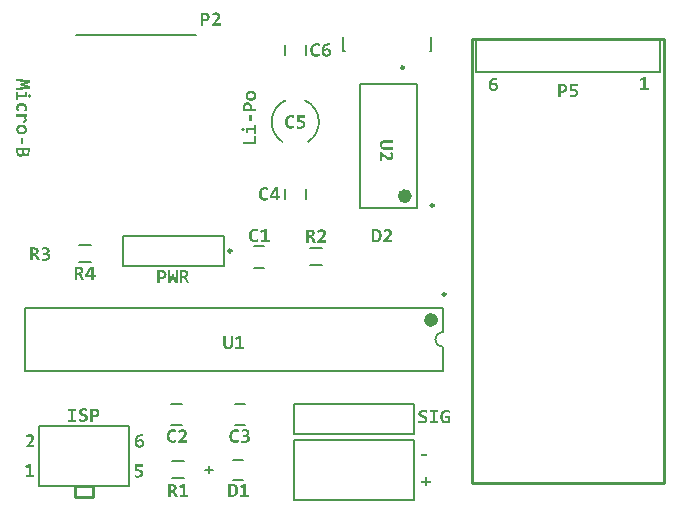
<source format=gto>
G04*
G04 #@! TF.GenerationSoftware,Altium Limited,Altium Designer,22.1.2 (22)*
G04*
G04 Layer_Color=65535*
%FSLAX25Y25*%
%MOIN*%
G70*
G04*
G04 #@! TF.SameCoordinates,7393A906-C076-4882-B3B6-B19C62209B97*
G04*
G04*
G04 #@! TF.FilePolarity,Positive*
G04*
G01*
G75*
%ADD10C,0.00787*%
%ADD11C,0.00984*%
%ADD12C,0.02362*%
%ADD13C,0.01000*%
G36*
X27308Y84930D02*
X27967D01*
Y84212D01*
X27308D01*
Y83324D01*
X26509D01*
Y84212D01*
X24489D01*
Y84908D01*
X26184Y87676D01*
X27308D01*
Y84930D01*
D02*
G37*
G36*
X22513Y87668D02*
X22617Y87661D01*
X22720Y87646D01*
X22950Y87609D01*
X22964D01*
X23001Y87594D01*
X23053Y87579D01*
X23120Y87565D01*
X23201Y87535D01*
X23283Y87498D01*
X23364Y87454D01*
X23446Y87402D01*
X23453Y87394D01*
X23483Y87380D01*
X23519Y87343D01*
X23564Y87306D01*
X23616Y87246D01*
X23667Y87187D01*
X23719Y87113D01*
X23764Y87032D01*
X23771Y87024D01*
X23786Y86987D01*
X23801Y86943D01*
X23823Y86876D01*
X23845Y86795D01*
X23867Y86699D01*
X23875Y86588D01*
X23882Y86469D01*
Y86462D01*
Y86432D01*
Y86388D01*
X23875Y86329D01*
X23867Y86262D01*
X23853Y86188D01*
X23808Y86048D01*
Y86040D01*
X23793Y86018D01*
X23778Y85981D01*
X23756Y85937D01*
X23697Y85833D01*
X23616Y85722D01*
X23608Y85715D01*
X23594Y85700D01*
X23564Y85678D01*
X23534Y85648D01*
X23490Y85611D01*
X23438Y85574D01*
X23312Y85507D01*
X23305D01*
X23283Y85493D01*
X23246Y85478D01*
X23201Y85463D01*
X23142Y85441D01*
X23076Y85426D01*
X22928Y85389D01*
X22935D01*
X22957Y85382D01*
X22987Y85374D01*
X23024Y85359D01*
X23068Y85330D01*
X23120Y85300D01*
X23172Y85263D01*
X23223Y85211D01*
X23231Y85204D01*
X23246Y85182D01*
X23275Y85152D01*
X23305Y85100D01*
X23349Y85041D01*
X23394Y84967D01*
X23438Y84878D01*
X23490Y84782D01*
X24185Y83324D01*
X23223D01*
X22609Y84723D01*
Y84730D01*
X22594Y84753D01*
X22572Y84790D01*
X22550Y84834D01*
X22476Y84938D01*
X22424Y84982D01*
X22373Y85026D01*
X22365Y85034D01*
X22343Y85041D01*
X22313Y85056D01*
X22269Y85078D01*
X22217Y85100D01*
X22158Y85115D01*
X22084Y85123D01*
X22010Y85130D01*
X21855D01*
Y83324D01*
X21033D01*
Y87676D01*
X22424D01*
X22513Y87668D01*
D02*
G37*
G36*
X11298Y94239D02*
X11387D01*
X11483Y94224D01*
X11587Y94209D01*
X11690Y94194D01*
X11794Y94165D01*
X11809D01*
X11838Y94150D01*
X11890Y94135D01*
X11957Y94113D01*
X12023Y94083D01*
X12105Y94046D01*
X12179Y94002D01*
X12253Y93950D01*
X12260Y93942D01*
X12282Y93928D01*
X12319Y93898D01*
X12356Y93854D01*
X12401Y93802D01*
X12453Y93743D01*
X12497Y93676D01*
X12534Y93602D01*
X12541Y93595D01*
X12549Y93565D01*
X12564Y93528D01*
X12586Y93469D01*
X12601Y93402D01*
X12615Y93328D01*
X12623Y93239D01*
X12630Y93151D01*
Y93143D01*
Y93136D01*
Y93114D01*
Y93084D01*
X12623Y93018D01*
X12608Y92921D01*
X12586Y92825D01*
X12549Y92714D01*
X12504Y92611D01*
X12445Y92514D01*
X12438Y92507D01*
X12408Y92477D01*
X12371Y92433D01*
X12312Y92374D01*
X12238Y92314D01*
X12149Y92255D01*
X12053Y92189D01*
X11935Y92137D01*
X11942D01*
X11972Y92129D01*
X12009Y92122D01*
X12060Y92107D01*
X12120Y92093D01*
X12186Y92070D01*
X12312Y92019D01*
X12319D01*
X12342Y92004D01*
X12371Y91989D01*
X12416Y91959D01*
X12504Y91900D01*
X12601Y91811D01*
X12608Y91804D01*
X12623Y91789D01*
X12645Y91760D01*
X12675Y91730D01*
X12704Y91685D01*
X12734Y91634D01*
X12793Y91515D01*
Y91508D01*
X12800Y91486D01*
X12815Y91456D01*
X12830Y91412D01*
X12837Y91352D01*
X12852Y91293D01*
X12860Y91145D01*
Y91131D01*
Y91093D01*
X12852Y91034D01*
X12845Y90953D01*
X12830Y90864D01*
X12808Y90768D01*
X12778Y90664D01*
X12734Y90568D01*
X12726Y90553D01*
X12712Y90524D01*
X12682Y90479D01*
X12645Y90413D01*
X12593Y90346D01*
X12527Y90272D01*
X12453Y90198D01*
X12364Y90124D01*
X12356Y90117D01*
X12319Y90095D01*
X12268Y90065D01*
X12194Y90021D01*
X12105Y89976D01*
X12001Y89932D01*
X11875Y89887D01*
X11742Y89850D01*
X11735D01*
X11727Y89843D01*
X11705D01*
X11676Y89836D01*
X11602Y89821D01*
X11491Y89806D01*
X11365Y89784D01*
X11217Y89769D01*
X11047Y89762D01*
X10862Y89754D01*
X10714D01*
X10625Y89762D01*
X10580D01*
X10543Y89769D01*
X10469D01*
X10373Y89776D01*
X10329D01*
X10299Y89784D01*
X10225Y89791D01*
X10136Y89798D01*
X10092D01*
X10070Y89806D01*
X9996Y89813D01*
X9929Y89821D01*
Y90524D01*
X9937D01*
X9966Y90516D01*
X10011Y90509D01*
X10062Y90501D01*
X10136Y90487D01*
X10210Y90479D01*
X10299Y90465D01*
X10395Y90457D01*
X10440D01*
X10492Y90450D01*
X10558D01*
X10640Y90442D01*
X10736D01*
X10839Y90435D01*
X11039D01*
X11106Y90442D01*
X11180D01*
X11261Y90457D01*
X11417Y90479D01*
X11424D01*
X11454Y90487D01*
X11483Y90501D01*
X11535Y90516D01*
X11639Y90553D01*
X11742Y90613D01*
X11750Y90620D01*
X11764Y90627D01*
X11787Y90649D01*
X11816Y90672D01*
X11883Y90738D01*
X11935Y90827D01*
Y90834D01*
X11942Y90849D01*
X11957Y90879D01*
X11972Y90916D01*
X11979Y90960D01*
X11994Y91012D01*
X12001Y91123D01*
Y91131D01*
Y91145D01*
Y91175D01*
X11994Y91212D01*
X11972Y91293D01*
X11935Y91382D01*
Y91390D01*
X11920Y91404D01*
X11905Y91426D01*
X11883Y91449D01*
X11824Y91515D01*
X11735Y91582D01*
X11727Y91589D01*
X11713Y91597D01*
X11683Y91611D01*
X11646Y91626D01*
X11602Y91649D01*
X11542Y91671D01*
X11483Y91693D01*
X11409Y91708D01*
X11402D01*
X11372Y91715D01*
X11335Y91723D01*
X11276Y91737D01*
X11209Y91745D01*
X11128Y91752D01*
X11032Y91760D01*
X10455D01*
Y92381D01*
X10987D01*
X11047Y92388D01*
X11121D01*
X11187Y92403D01*
X11261Y92411D01*
X11328Y92426D01*
X11335D01*
X11357Y92433D01*
X11387Y92448D01*
X11424Y92462D01*
X11513Y92507D01*
X11602Y92566D01*
X11609Y92573D01*
X11616Y92581D01*
X11661Y92625D01*
X11705Y92692D01*
X11750Y92773D01*
Y92781D01*
X11757Y92795D01*
X11764Y92818D01*
X11772Y92847D01*
X11787Y92929D01*
X11794Y93018D01*
Y93032D01*
Y93062D01*
X11787Y93106D01*
X11772Y93165D01*
X11750Y93232D01*
X11720Y93299D01*
X11676Y93365D01*
X11616Y93424D01*
X11609Y93432D01*
X11587Y93447D01*
X11542Y93469D01*
X11483Y93498D01*
X11409Y93521D01*
X11320Y93543D01*
X11209Y93558D01*
X11084Y93565D01*
X10987D01*
X10921Y93558D01*
X10839Y93550D01*
X10751Y93543D01*
X10566Y93513D01*
X10558D01*
X10521Y93506D01*
X10469Y93491D01*
X10410Y93476D01*
X10329Y93462D01*
X10240Y93432D01*
X10048Y93380D01*
Y94061D01*
X10055D01*
X10070Y94068D01*
X10099Y94076D01*
X10136Y94090D01*
X10233Y94113D01*
X10329Y94135D01*
X10336D01*
X10351Y94142D01*
X10381Y94150D01*
X10418Y94157D01*
X10506Y94179D01*
X10603Y94194D01*
X10610D01*
X10625Y94201D01*
X10654D01*
X10691Y94209D01*
X10780Y94224D01*
X10876Y94231D01*
X10899D01*
X10928Y94239D01*
X10965D01*
X11061Y94246D01*
X11232D01*
X11298Y94239D01*
D02*
G37*
G36*
X7620Y94165D02*
X7724Y94157D01*
X7828Y94142D01*
X8057Y94105D01*
X8072D01*
X8109Y94090D01*
X8161Y94076D01*
X8227Y94061D01*
X8309Y94031D01*
X8390Y93994D01*
X8471Y93950D01*
X8553Y93898D01*
X8560Y93891D01*
X8590Y93876D01*
X8627Y93839D01*
X8671Y93802D01*
X8723Y93743D01*
X8775Y93683D01*
X8827Y93609D01*
X8871Y93528D01*
X8878Y93521D01*
X8893Y93484D01*
X8908Y93439D01*
X8930Y93373D01*
X8952Y93291D01*
X8975Y93195D01*
X8982Y93084D01*
X8989Y92966D01*
Y92958D01*
Y92929D01*
Y92884D01*
X8982Y92825D01*
X8975Y92759D01*
X8960Y92685D01*
X8915Y92544D01*
Y92536D01*
X8901Y92514D01*
X8886Y92477D01*
X8864Y92433D01*
X8804Y92329D01*
X8723Y92218D01*
X8716Y92211D01*
X8701Y92196D01*
X8671Y92174D01*
X8642Y92144D01*
X8597Y92107D01*
X8545Y92070D01*
X8420Y92004D01*
X8412D01*
X8390Y91989D01*
X8353Y91974D01*
X8309Y91959D01*
X8249Y91937D01*
X8183Y91922D01*
X8035Y91885D01*
X8042D01*
X8064Y91878D01*
X8094Y91870D01*
X8131Y91856D01*
X8175Y91826D01*
X8227Y91796D01*
X8279Y91760D01*
X8331Y91708D01*
X8338Y91700D01*
X8353Y91678D01*
X8383Y91649D01*
X8412Y91597D01*
X8457Y91537D01*
X8501Y91464D01*
X8545Y91375D01*
X8597Y91278D01*
X9293Y89821D01*
X8331D01*
X7717Y91219D01*
Y91227D01*
X7702Y91249D01*
X7680Y91286D01*
X7657Y91330D01*
X7583Y91434D01*
X7532Y91478D01*
X7480Y91523D01*
X7472Y91530D01*
X7450Y91537D01*
X7421Y91552D01*
X7376Y91575D01*
X7324Y91597D01*
X7265Y91611D01*
X7191Y91619D01*
X7117Y91626D01*
X6962D01*
Y89821D01*
X6140D01*
Y94172D01*
X7532D01*
X7620Y94165D01*
D02*
G37*
G36*
X161805Y149963D02*
X161094D01*
X161013Y149956D01*
X160917Y149948D01*
X160820Y149933D01*
X160717Y149911D01*
X160621Y149889D01*
X160613D01*
X160584Y149874D01*
X160532Y149859D01*
X160480Y149837D01*
X160347Y149771D01*
X160280Y149726D01*
X160221Y149674D01*
X160214Y149667D01*
X160199Y149652D01*
X160169Y149623D01*
X160132Y149586D01*
X160095Y149534D01*
X160058Y149475D01*
X160021Y149415D01*
X159992Y149341D01*
Y149334D01*
X159977Y149304D01*
X159969Y149267D01*
X159955Y149216D01*
X159932Y149149D01*
X159918Y149075D01*
X159903Y148986D01*
X159895Y148897D01*
X159888Y148823D01*
X159895Y148831D01*
X159918Y148838D01*
X159955Y148853D01*
X159999Y148868D01*
X160058Y148890D01*
X160125Y148912D01*
X160199Y148934D01*
X160280Y148957D01*
X160288D01*
X160317Y148964D01*
X160362Y148979D01*
X160421Y148986D01*
X160495Y149001D01*
X160569Y149008D01*
X160746Y149016D01*
X160806D01*
X160872Y149008D01*
X160954Y149001D01*
X161050Y148994D01*
X161153Y148979D01*
X161257Y148949D01*
X161361Y148920D01*
X161375Y148912D01*
X161405Y148905D01*
X161457Y148883D01*
X161516Y148853D01*
X161590Y148816D01*
X161664Y148772D01*
X161738Y148712D01*
X161805Y148653D01*
X161812Y148646D01*
X161834Y148624D01*
X161871Y148587D01*
X161908Y148535D01*
X161953Y148476D01*
X161997Y148402D01*
X162041Y148320D01*
X162078Y148231D01*
X162086Y148224D01*
X162093Y148187D01*
X162108Y148135D01*
X162123Y148069D01*
X162138Y147987D01*
X162152Y147891D01*
X162167Y147787D01*
Y147676D01*
Y147662D01*
Y147625D01*
X162160Y147558D01*
X162152Y147477D01*
X162138Y147388D01*
X162115Y147284D01*
X162086Y147181D01*
X162041Y147077D01*
X162034Y147062D01*
X162019Y147033D01*
X161990Y146981D01*
X161953Y146922D01*
X161908Y146848D01*
X161849Y146774D01*
X161782Y146692D01*
X161708Y146618D01*
X161701Y146611D01*
X161671Y146589D01*
X161627Y146552D01*
X161568Y146507D01*
X161494Y146463D01*
X161412Y146411D01*
X161309Y146367D01*
X161205Y146322D01*
X161190Y146315D01*
X161153Y146307D01*
X161094Y146293D01*
X161020Y146278D01*
X160924Y146256D01*
X160813Y146241D01*
X160695Y146233D01*
X160561Y146226D01*
X160487D01*
X160436Y146233D01*
X160369Y146241D01*
X160302Y146248D01*
X160221Y146263D01*
X160132Y146285D01*
X159940Y146344D01*
X159844Y146381D01*
X159747Y146426D01*
X159659Y146478D01*
X159562Y146544D01*
X159481Y146618D01*
X159400Y146700D01*
X159392Y146707D01*
X159385Y146722D01*
X159363Y146751D01*
X159340Y146788D01*
X159311Y146840D01*
X159274Y146907D01*
X159237Y146981D01*
X159200Y147062D01*
X159163Y147158D01*
X159126Y147269D01*
X159096Y147388D01*
X159059Y147521D01*
X159037Y147662D01*
X159015Y147817D01*
X159007Y147987D01*
X159000Y148165D01*
Y148172D01*
Y148180D01*
Y148224D01*
Y148298D01*
X159007Y148387D01*
Y148490D01*
X159015Y148609D01*
X159037Y148846D01*
Y148853D01*
Y148860D01*
X159044Y148897D01*
X159059Y148964D01*
X159074Y149045D01*
X159096Y149134D01*
X159118Y149238D01*
X159185Y149445D01*
X159192Y149460D01*
X159207Y149489D01*
X159229Y149549D01*
X159259Y149615D01*
X159296Y149689D01*
X159348Y149778D01*
X159459Y149948D01*
X159466Y149956D01*
X159488Y149985D01*
X159525Y150030D01*
X159577Y150081D01*
X159636Y150141D01*
X159710Y150200D01*
X159792Y150266D01*
X159881Y150326D01*
X159895Y150333D01*
X159925Y150348D01*
X159984Y150377D01*
X160051Y150414D01*
X160140Y150451D01*
X160243Y150488D01*
X160362Y150525D01*
X160487Y150562D01*
X160495D01*
X160502Y150570D01*
X160524D01*
X160554Y150577D01*
X160621Y150592D01*
X160724Y150607D01*
X160843Y150622D01*
X160983Y150636D01*
X161139Y150651D01*
X161805D01*
Y149963D01*
D02*
G37*
G36*
X211372Y147425D02*
X212327D01*
Y146700D01*
X209426D01*
Y147425D01*
X210536D01*
Y150215D01*
X209566Y149690D01*
X209300Y150356D01*
X210684Y151081D01*
X211372D01*
Y147425D01*
D02*
G37*
G36*
X125387Y100318D02*
X125469D01*
X125557Y100303D01*
X125654Y100288D01*
X125757Y100266D01*
X125853Y100236D01*
X125868D01*
X125898Y100222D01*
X125942Y100199D01*
X126009Y100177D01*
X126075Y100140D01*
X126149Y100096D01*
X126223Y100051D01*
X126297Y99992D01*
X126305Y99985D01*
X126327Y99963D01*
X126364Y99933D01*
X126401Y99881D01*
X126453Y99829D01*
X126497Y99755D01*
X126542Y99681D01*
X126586Y99593D01*
X126593Y99585D01*
X126601Y99548D01*
X126616Y99504D01*
X126638Y99437D01*
X126660Y99356D01*
X126675Y99260D01*
X126682Y99156D01*
X126690Y99045D01*
Y99030D01*
Y99001D01*
Y98949D01*
X126682Y98890D01*
X126675Y98816D01*
X126660Y98727D01*
X126616Y98557D01*
Y98549D01*
X126601Y98520D01*
X126586Y98475D01*
X126564Y98416D01*
X126534Y98349D01*
X126505Y98275D01*
X126416Y98120D01*
X126408Y98113D01*
X126394Y98083D01*
X126364Y98046D01*
X126327Y97987D01*
X126275Y97928D01*
X126216Y97854D01*
X126157Y97780D01*
X126083Y97698D01*
X126075Y97691D01*
X126046Y97661D01*
X126009Y97617D01*
X125957Y97565D01*
X125890Y97491D01*
X125816Y97417D01*
X125728Y97336D01*
X125639Y97247D01*
X125010Y96647D01*
X126845D01*
Y95900D01*
X123892D01*
Y96492D01*
X124914Y97528D01*
X124928Y97543D01*
X124965Y97580D01*
X125017Y97632D01*
X125084Y97698D01*
X125158Y97780D01*
X125232Y97861D01*
X125313Y97942D01*
X125380Y98024D01*
X125387Y98031D01*
X125409Y98061D01*
X125439Y98098D01*
X125483Y98150D01*
X125520Y98209D01*
X125565Y98268D01*
X125609Y98335D01*
X125646Y98394D01*
X125654Y98401D01*
X125661Y98423D01*
X125676Y98453D01*
X125698Y98497D01*
X125742Y98594D01*
X125772Y98705D01*
Y98712D01*
X125779Y98727D01*
X125787Y98756D01*
X125794Y98793D01*
X125802Y98890D01*
X125809Y98993D01*
Y99001D01*
Y99015D01*
Y99038D01*
X125802Y99067D01*
X125794Y99149D01*
X125765Y99230D01*
Y99237D01*
X125757Y99252D01*
X125735Y99297D01*
X125698Y99356D01*
X125646Y99422D01*
Y99430D01*
X125631Y99437D01*
X125594Y99467D01*
X125535Y99511D01*
X125454Y99548D01*
X125446D01*
X125432Y99556D01*
X125409Y99563D01*
X125380Y99578D01*
X125291Y99593D01*
X125187Y99600D01*
X125143D01*
X125099Y99593D01*
X125032Y99585D01*
X124958Y99570D01*
X124884Y99556D01*
X124795Y99526D01*
X124714Y99489D01*
X124706Y99482D01*
X124677Y99467D01*
X124632Y99445D01*
X124581Y99408D01*
X124514Y99371D01*
X124447Y99319D01*
X124373Y99260D01*
X124299Y99193D01*
X123870Y99741D01*
X123885Y99755D01*
X123922Y99785D01*
X123981Y99837D01*
X124055Y99896D01*
X124151Y99963D01*
X124255Y100029D01*
X124381Y100103D01*
X124507Y100162D01*
X124514D01*
X124521Y100170D01*
X124544Y100177D01*
X124566Y100185D01*
X124640Y100214D01*
X124736Y100244D01*
X124854Y100273D01*
X124980Y100303D01*
X125121Y100318D01*
X125276Y100325D01*
X125328D01*
X125387Y100318D01*
D02*
G37*
G36*
X121465Y100244D02*
X121584Y100236D01*
X121717Y100222D01*
X121865Y100199D01*
X122013Y100170D01*
X122153Y100125D01*
X122161D01*
X122168Y100118D01*
X122220Y100103D01*
X122287Y100074D01*
X122375Y100029D01*
X122472Y99977D01*
X122575Y99911D01*
X122686Y99829D01*
X122782Y99741D01*
X122797Y99726D01*
X122827Y99696D01*
X122871Y99637D01*
X122923Y99563D01*
X122982Y99467D01*
X123049Y99356D01*
X123108Y99223D01*
X123160Y99082D01*
Y99075D01*
X123167Y99067D01*
X123175Y99045D01*
X123182Y99008D01*
X123189Y98971D01*
X123197Y98927D01*
X123226Y98816D01*
X123249Y98675D01*
X123263Y98512D01*
X123278Y98327D01*
X123286Y98127D01*
Y98120D01*
Y98105D01*
Y98076D01*
Y98046D01*
Y98002D01*
X123278Y97950D01*
X123271Y97824D01*
X123256Y97683D01*
X123234Y97528D01*
X123204Y97365D01*
X123160Y97210D01*
Y97202D01*
X123152Y97195D01*
X123145Y97173D01*
X123138Y97143D01*
X123108Y97062D01*
X123064Y96966D01*
X123012Y96855D01*
X122945Y96736D01*
X122864Y96618D01*
X122768Y96499D01*
X122753Y96485D01*
X122723Y96455D01*
X122664Y96403D01*
X122583Y96337D01*
X122486Y96263D01*
X122368Y96189D01*
X122235Y96122D01*
X122087Y96055D01*
X122079D01*
X122072Y96048D01*
X122042Y96041D01*
X122013Y96033D01*
X121976Y96018D01*
X121931Y96004D01*
X121872Y95989D01*
X121813Y95981D01*
X121665Y95952D01*
X121502Y95922D01*
X121310Y95907D01*
X121103Y95900D01*
X120000D01*
Y100251D01*
X121413D01*
X121465Y100244D01*
D02*
G37*
G36*
X185706Y63506D02*
X185705Y63504D01*
Y63503D01*
X185705D01*
Y63502D01*
X185704D01*
X185703Y63501D01*
X185702D01*
X185701D01*
X185699Y63502D01*
X185698D01*
X185697Y63503D01*
Y63507D01*
X185694D01*
Y63510D01*
X185706D01*
Y63506D01*
D02*
G37*
G36*
Y63495D02*
Y63491D01*
X185698D01*
Y63490D01*
X185696D01*
Y63491D01*
X185694D01*
Y63495D01*
X185696D01*
Y63500D01*
X185697D01*
X185706Y63495D01*
D02*
G37*
G36*
X192706Y66014D02*
Y66013D01*
X192707Y66013D01*
Y66010D01*
X192706D01*
Y66008D01*
X192703D01*
Y66010D01*
X192704D01*
Y66012D01*
X192703Y66013D01*
X192702D01*
X192701D01*
Y66012D01*
X192701D01*
Y66009D01*
X192700D01*
Y66009D01*
X192699D01*
Y66008D01*
X192698D01*
Y66006D01*
X192696D01*
X192694Y66008D01*
X192693Y66009D01*
Y66014D01*
X192694Y66015D01*
X192695D01*
Y66010D01*
X192696Y66009D01*
X192698D01*
Y66012D01*
X192699D01*
Y66013D01*
X192700D01*
Y66015D01*
X192701D01*
X192701D01*
X192702D01*
X192703D01*
X192704D01*
X192706Y66014D01*
D02*
G37*
G36*
X192707Y65996D02*
X192704D01*
Y65999D01*
X192695D01*
Y65996D01*
X192693D01*
Y66004D01*
X192695D01*
Y66001D01*
X192704D01*
Y66004D01*
X192707D01*
Y65996D01*
D02*
G37*
G36*
X192704Y65993D02*
X192706Y65992D01*
Y65991D01*
X192707Y65991D01*
Y65987D01*
X192706Y65987D01*
Y65984D01*
X192703D01*
Y65987D01*
X192704Y65987D01*
Y65990D01*
X192703Y65991D01*
X192702Y65991D01*
X192701D01*
X192701D01*
X192700D01*
X192699D01*
X192698D01*
X192696D01*
X192695D01*
Y65987D01*
X192700D01*
Y65990D01*
X192701D01*
Y65984D01*
X192693D01*
Y65992D01*
X192694Y65993D01*
X192695D01*
X192696Y65995D01*
X192698D01*
X192700D01*
X192701D01*
X192701D01*
X192702D01*
X192704Y65993D01*
D02*
G37*
G36*
X5925Y149985D02*
Y149060D01*
X4682Y148676D01*
X3986Y148491D01*
X4645Y148306D01*
X5925Y147906D01*
Y146959D01*
X1574Y146744D01*
Y147469D01*
X4031Y147551D01*
X5015Y147580D01*
X4349Y147788D01*
X2869Y148269D01*
Y148787D01*
X4349Y149223D01*
X5015Y149408D01*
X4053Y149430D01*
X1574Y149504D01*
Y150200D01*
X5925Y149985D01*
D02*
G37*
G36*
X5947Y145190D02*
X6014Y145183D01*
X6088Y145161D01*
X6095D01*
X6103Y145153D01*
X6147Y145131D01*
X6199Y145101D01*
X6258Y145050D01*
X6273Y145035D01*
X6303Y144998D01*
X6340Y144946D01*
X6377Y144879D01*
Y144872D01*
X6384Y144865D01*
X6399Y144813D01*
X6414Y144746D01*
X6421Y144665D01*
Y144628D01*
X6414Y144598D01*
X6406Y144532D01*
X6377Y144458D01*
Y144450D01*
X6369Y144443D01*
X6347Y144398D01*
X6310Y144347D01*
X6258Y144287D01*
X6243Y144273D01*
X6206Y144243D01*
X6155Y144206D01*
X6088Y144176D01*
X6081D01*
X6073Y144169D01*
X6029Y144154D01*
X5962Y144139D01*
X5881Y144132D01*
X5873D01*
X5859D01*
X5844D01*
X5814Y144139D01*
X5748Y144147D01*
X5674Y144176D01*
X5666D01*
X5659Y144184D01*
X5614Y144206D01*
X5563Y144236D01*
X5503Y144287D01*
X5496Y144302D01*
X5466Y144339D01*
X5429Y144391D01*
X5392Y144458D01*
Y144465D01*
X5385Y144472D01*
X5378Y144517D01*
X5363Y144583D01*
X5355Y144665D01*
Y144709D01*
X5363Y144739D01*
X5370Y144805D01*
X5392Y144879D01*
Y144887D01*
X5400Y144894D01*
X5422Y144939D01*
X5459Y144990D01*
X5503Y145050D01*
X5518Y145064D01*
X5555Y145094D01*
X5607Y145131D01*
X5674Y145161D01*
X5681D01*
X5688Y145168D01*
X5733Y145175D01*
X5799Y145190D01*
X5881Y145198D01*
X5888D01*
X5903D01*
X5918D01*
X5947Y145190D01*
D02*
G37*
G36*
X2210Y145035D02*
X4319D01*
Y145989D01*
X4956D01*
Y144199D01*
X2210D01*
Y143222D01*
X1574D01*
Y146108D01*
X2210D01*
Y145035D01*
D02*
G37*
G36*
X3372Y142386D02*
X3468Y142378D01*
X3579Y142363D01*
X3705Y142341D01*
X3831Y142312D01*
X3957Y142267D01*
X3964D01*
X3972Y142260D01*
X4016Y142245D01*
X4075Y142215D01*
X4149Y142178D01*
X4238Y142127D01*
X4334Y142067D01*
X4430Y141993D01*
X4519Y141912D01*
X4527Y141905D01*
X4556Y141868D01*
X4601Y141823D01*
X4652Y141749D01*
X4712Y141668D01*
X4771Y141572D01*
X4830Y141468D01*
X4882Y141350D01*
Y141342D01*
X4889Y141335D01*
X4904Y141290D01*
X4926Y141224D01*
X4948Y141135D01*
X4971Y141024D01*
X4993Y140898D01*
X5008Y140758D01*
X5015Y140610D01*
Y140491D01*
X5008Y140417D01*
Y140336D01*
X5000Y140240D01*
X4993Y140151D01*
X4978Y140062D01*
Y140055D01*
X4971Y140025D01*
X4963Y139981D01*
X4956Y139921D01*
X4941Y139862D01*
X4926Y139788D01*
X4897Y139648D01*
X4105D01*
X4112Y139655D01*
X4120Y139685D01*
X4142Y139729D01*
X4164Y139781D01*
X4186Y139847D01*
X4208Y139929D01*
X4238Y140010D01*
X4260Y140099D01*
Y140106D01*
X4268Y140143D01*
X4282Y140188D01*
X4290Y140247D01*
X4305Y140321D01*
X4312Y140395D01*
X4319Y140558D01*
Y140595D01*
X4312Y140639D01*
Y140698D01*
X4297Y140758D01*
X4282Y140832D01*
X4268Y140898D01*
X4238Y140972D01*
Y140980D01*
X4223Y141002D01*
X4208Y141031D01*
X4186Y141076D01*
X4120Y141172D01*
X4023Y141276D01*
X4016Y141283D01*
X4001Y141298D01*
X3972Y141320D01*
X3935Y141342D01*
X3883Y141372D01*
X3824Y141401D01*
X3764Y141431D01*
X3690Y141461D01*
X3683D01*
X3653Y141468D01*
X3616Y141475D01*
X3565Y141490D01*
X3505Y141498D01*
X3431Y141512D01*
X3269Y141520D01*
X3261D01*
X3224D01*
X3180Y141512D01*
X3121D01*
X3054Y141505D01*
X2980Y141490D01*
X2825Y141453D01*
X2817D01*
X2795Y141438D01*
X2758Y141424D01*
X2714Y141401D01*
X2610Y141342D01*
X2499Y141261D01*
X2492Y141253D01*
X2477Y141239D01*
X2455Y141209D01*
X2425Y141172D01*
X2388Y141128D01*
X2358Y141076D01*
X2292Y140950D01*
Y140943D01*
X2284Y140920D01*
X2270Y140876D01*
X2262Y140832D01*
X2247Y140772D01*
X2233Y140698D01*
X2225Y140543D01*
Y140402D01*
X2233Y140321D01*
Y140299D01*
X2240Y140277D01*
X2247Y140247D01*
X2255Y140173D01*
X2277Y140084D01*
Y140077D01*
X2284Y140062D01*
X2292Y140040D01*
X2299Y140010D01*
X2321Y139936D01*
X2344Y139855D01*
Y139847D01*
X2351Y139833D01*
X2358Y139810D01*
X2366Y139781D01*
X2395Y139714D01*
X2425Y139633D01*
X1700D01*
X1692Y139640D01*
X1685Y139677D01*
X1670Y139722D01*
X1648Y139788D01*
X1626Y139862D01*
X1604Y139951D01*
X1559Y140136D01*
Y140151D01*
X1552Y140180D01*
X1544Y140232D01*
X1537Y140299D01*
X1530Y140373D01*
X1522Y140469D01*
X1515Y140565D01*
Y140735D01*
X1522Y140817D01*
X1530Y140913D01*
X1537Y141024D01*
X1559Y141150D01*
X1581Y141268D01*
X1618Y141394D01*
X1626Y141409D01*
X1641Y141446D01*
X1663Y141505D01*
X1700Y141579D01*
X1744Y141668D01*
X1803Y141757D01*
X1870Y141853D01*
X1944Y141942D01*
X1951Y141949D01*
X1981Y141979D01*
X2033Y142016D01*
X2092Y142067D01*
X2173Y142119D01*
X2262Y142178D01*
X2373Y142230D01*
X2484Y142282D01*
X2492D01*
X2499Y142289D01*
X2543Y142297D01*
X2610Y142319D01*
X2699Y142334D01*
X2802Y142356D01*
X2928Y142378D01*
X3069Y142386D01*
X3224Y142393D01*
X3232D01*
X3239D01*
X3261D01*
X3291D01*
X3372Y142386D01*
D02*
G37*
G36*
X4956Y137753D02*
X4460Y137716D01*
X4467Y137709D01*
X4482Y137701D01*
X4504Y137687D01*
X4534Y137664D01*
X4608Y137605D01*
X4689Y137531D01*
X4697Y137524D01*
X4704Y137516D01*
X4726Y137494D01*
X4749Y137465D01*
X4808Y137391D01*
X4867Y137302D01*
X4874Y137294D01*
X4882Y137280D01*
X4897Y137250D01*
X4911Y137213D01*
X4948Y137124D01*
X4985Y137013D01*
Y137006D01*
X4993Y136984D01*
X5000Y136954D01*
X5008Y136910D01*
X5015Y136865D01*
X5022Y136806D01*
X5030Y136673D01*
Y136628D01*
X5022Y136584D01*
Y136517D01*
X5008Y136451D01*
X4993Y136369D01*
X4971Y136295D01*
X4941Y136221D01*
X4934Y136214D01*
X4926Y136184D01*
X4904Y136147D01*
X4874Y136103D01*
X4837Y136051D01*
X4793Y135999D01*
X4734Y135940D01*
X4675Y135888D01*
X4667Y135881D01*
X4645Y135866D01*
X4608Y135844D01*
X4556Y135814D01*
X4497Y135777D01*
X4416Y135748D01*
X4334Y135718D01*
X4238Y135689D01*
X4223D01*
X4194Y135681D01*
X4142Y135666D01*
X4068Y135659D01*
X3979Y135644D01*
X3875Y135637D01*
X3764Y135629D01*
X3639D01*
Y136443D01*
X3646D01*
X3668D01*
X3705D01*
X3750D01*
X3853Y136451D01*
X3957Y136466D01*
X3964D01*
X3979Y136473D01*
X4001D01*
X4038Y136480D01*
X4105Y136510D01*
X4179Y136547D01*
X4186D01*
X4194Y136554D01*
X4231Y136584D01*
X4268Y136628D01*
X4305Y136680D01*
X4312Y136695D01*
X4327Y136732D01*
X4342Y136791D01*
X4349Y136865D01*
Y136895D01*
X4342Y136932D01*
X4327Y136976D01*
X4312Y137035D01*
X4282Y137095D01*
X4245Y137161D01*
X4194Y137235D01*
X4186Y137243D01*
X4164Y137265D01*
X4127Y137309D01*
X4075Y137361D01*
X4009Y137420D01*
X3927Y137494D01*
X3831Y137568D01*
X3713Y137650D01*
X1574D01*
Y138486D01*
X4956D01*
Y137753D01*
D02*
G37*
G36*
X3387Y135089D02*
X3491Y135082D01*
X3602Y135067D01*
X3720Y135052D01*
X3846Y135023D01*
X3972Y134986D01*
X3979D01*
X3986Y134978D01*
X4031Y134963D01*
X4090Y134934D01*
X4164Y134897D01*
X4253Y134852D01*
X4349Y134793D01*
X4445Y134727D01*
X4534Y134653D01*
X4541Y134645D01*
X4571Y134616D01*
X4615Y134571D01*
X4667Y134505D01*
X4726Y134431D01*
X4786Y134342D01*
X4845Y134246D01*
X4897Y134135D01*
X4904Y134120D01*
X4919Y134083D01*
X4941Y134016D01*
X4963Y133927D01*
X4985Y133824D01*
X5008Y133705D01*
X5022Y133572D01*
X5030Y133432D01*
Y133365D01*
X5022Y133298D01*
X5015Y133202D01*
X5000Y133099D01*
X4978Y132988D01*
X4948Y132869D01*
X4911Y132758D01*
X4904Y132743D01*
X4889Y132706D01*
X4867Y132655D01*
X4830Y132581D01*
X4778Y132507D01*
X4726Y132418D01*
X4660Y132336D01*
X4578Y132255D01*
X4571Y132248D01*
X4541Y132218D01*
X4497Y132181D01*
X4430Y132137D01*
X4349Y132085D01*
X4260Y132033D01*
X4157Y131981D01*
X4038Y131937D01*
X4023Y131929D01*
X3979Y131922D01*
X3912Y131900D01*
X3824Y131878D01*
X3713Y131863D01*
X3587Y131841D01*
X3446Y131833D01*
X3291Y131826D01*
X3283D01*
X3276D01*
X3254D01*
X3224D01*
X3150Y131833D01*
X3047Y131841D01*
X2936Y131855D01*
X2810Y131878D01*
X2684Y131907D01*
X2558Y131944D01*
X2543Y131952D01*
X2506Y131966D01*
X2440Y131989D01*
X2366Y132026D01*
X2270Y132070D01*
X2181Y132129D01*
X2085Y132196D01*
X1988Y132270D01*
X1981Y132277D01*
X1951Y132307D01*
X1907Y132351D01*
X1855Y132418D01*
X1796Y132492D01*
X1737Y132581D01*
X1678Y132684D01*
X1626Y132795D01*
X1618Y132810D01*
X1604Y132847D01*
X1589Y132914D01*
X1567Y132995D01*
X1537Y133099D01*
X1522Y133217D01*
X1507Y133350D01*
X1500Y133498D01*
Y133565D01*
X1507Y133631D01*
X1515Y133720D01*
X1522Y133831D01*
X1544Y133942D01*
X1567Y134061D01*
X1604Y134172D01*
X1611Y134186D01*
X1626Y134223D01*
X1648Y134275D01*
X1685Y134342D01*
X1729Y134423D01*
X1789Y134512D01*
X1855Y134593D01*
X1929Y134675D01*
X1937Y134682D01*
X1966Y134712D01*
X2018Y134749D01*
X2085Y134793D01*
X2159Y134845D01*
X2255Y134897D01*
X2358Y134949D01*
X2477Y134993D01*
X2484D01*
X2492Y135000D01*
X2536Y135008D01*
X2603Y135023D01*
X2699Y135045D01*
X2810Y135067D01*
X2943Y135082D01*
X3091Y135089D01*
X3246Y135097D01*
X3254D01*
X3261D01*
X3283D01*
X3313D01*
X3387Y135089D01*
D02*
G37*
G36*
X3750Y128673D02*
X3024D01*
Y130745D01*
X3750D01*
Y128673D01*
D02*
G37*
G36*
X5925Y125921D02*
X5918Y125876D01*
Y125810D01*
X5910Y125743D01*
X5903Y125662D01*
X5896Y125580D01*
X5859Y125395D01*
X5814Y125210D01*
X5748Y125040D01*
X5703Y124959D01*
X5659Y124885D01*
Y124877D01*
X5644Y124870D01*
X5607Y124825D01*
X5548Y124766D01*
X5466Y124692D01*
X5355Y124626D01*
X5222Y124566D01*
X5059Y124522D01*
X4971Y124515D01*
X4874Y124507D01*
X4867D01*
X4845D01*
X4815D01*
X4771Y124515D01*
X4675Y124522D01*
X4556Y124552D01*
X4549D01*
X4534Y124559D01*
X4504Y124566D01*
X4467Y124581D01*
X4379Y124618D01*
X4275Y124670D01*
X4268D01*
X4253Y124685D01*
X4231Y124700D01*
X4194Y124722D01*
X4120Y124788D01*
X4038Y124870D01*
X4031Y124877D01*
X4023Y124892D01*
X4009Y124914D01*
X3986Y124951D01*
X3957Y124988D01*
X3935Y125040D01*
X3890Y125151D01*
Y125144D01*
X3883Y125121D01*
X3875Y125092D01*
X3868Y125047D01*
X3831Y124951D01*
X3779Y124840D01*
Y124833D01*
X3764Y124818D01*
X3750Y124788D01*
X3727Y124751D01*
X3661Y124670D01*
X3579Y124581D01*
X3572Y124574D01*
X3557Y124559D01*
X3528Y124544D01*
X3498Y124515D01*
X3454Y124492D01*
X3402Y124463D01*
X3283Y124404D01*
X3276D01*
X3254Y124396D01*
X3217Y124381D01*
X3172Y124367D01*
X3113Y124359D01*
X3054Y124344D01*
X2906Y124337D01*
X2899D01*
X2876D01*
X2839D01*
X2795Y124344D01*
X2743Y124352D01*
X2677Y124359D01*
X2529Y124396D01*
X2373Y124448D01*
X2284Y124485D01*
X2203Y124529D01*
X2122Y124581D01*
X2048Y124640D01*
X1974Y124707D01*
X1907Y124788D01*
Y124796D01*
X1892Y124811D01*
X1877Y124833D01*
X1855Y124870D01*
X1833Y124914D01*
X1803Y124973D01*
X1774Y125040D01*
X1744Y125114D01*
X1707Y125203D01*
X1678Y125299D01*
X1648Y125403D01*
X1626Y125521D01*
X1604Y125647D01*
X1589Y125780D01*
X1581Y125921D01*
X1574Y126076D01*
Y127401D01*
X5925D01*
Y125921D01*
D02*
G37*
G36*
X6572Y18225D02*
X7527D01*
Y17500D01*
X4626D01*
Y18225D01*
X5736D01*
Y21015D01*
X4766Y20490D01*
X4500Y21156D01*
X5884Y21881D01*
X6572D01*
Y18225D01*
D02*
G37*
G36*
X6117Y31918D02*
X6198D01*
X6287Y31903D01*
X6383Y31888D01*
X6487Y31866D01*
X6583Y31836D01*
X6598D01*
X6628Y31822D01*
X6672Y31799D01*
X6739Y31777D01*
X6805Y31740D01*
X6879Y31696D01*
X6953Y31651D01*
X7027Y31592D01*
X7035Y31585D01*
X7057Y31563D01*
X7094Y31533D01*
X7131Y31481D01*
X7183Y31429D01*
X7227Y31355D01*
X7271Y31281D01*
X7316Y31193D01*
X7323Y31185D01*
X7331Y31148D01*
X7345Y31104D01*
X7368Y31037D01*
X7390Y30956D01*
X7405Y30860D01*
X7412Y30756D01*
X7419Y30645D01*
Y30630D01*
Y30601D01*
Y30549D01*
X7412Y30490D01*
X7405Y30416D01*
X7390Y30327D01*
X7345Y30157D01*
Y30149D01*
X7331Y30120D01*
X7316Y30075D01*
X7294Y30016D01*
X7264Y29949D01*
X7234Y29875D01*
X7146Y29720D01*
X7138Y29713D01*
X7123Y29683D01*
X7094Y29646D01*
X7057Y29587D01*
X7005Y29528D01*
X6946Y29454D01*
X6887Y29380D01*
X6813Y29298D01*
X6805Y29291D01*
X6776Y29261D01*
X6739Y29217D01*
X6687Y29165D01*
X6620Y29091D01*
X6546Y29017D01*
X6457Y28936D01*
X6369Y28847D01*
X5740Y28247D01*
X7575D01*
Y27500D01*
X4622D01*
Y28092D01*
X5643Y29128D01*
X5658Y29143D01*
X5695Y29180D01*
X5747Y29232D01*
X5814Y29298D01*
X5888Y29380D01*
X5962Y29461D01*
X6043Y29542D01*
X6110Y29624D01*
X6117Y29631D01*
X6139Y29661D01*
X6169Y29698D01*
X6213Y29750D01*
X6250Y29809D01*
X6295Y29868D01*
X6339Y29935D01*
X6376Y29994D01*
X6383Y30001D01*
X6391Y30023D01*
X6406Y30053D01*
X6428Y30097D01*
X6472Y30194D01*
X6502Y30305D01*
Y30312D01*
X6509Y30327D01*
X6517Y30356D01*
X6524Y30393D01*
X6531Y30490D01*
X6539Y30593D01*
Y30601D01*
Y30615D01*
Y30638D01*
X6531Y30667D01*
X6524Y30749D01*
X6494Y30830D01*
Y30837D01*
X6487Y30852D01*
X6465Y30897D01*
X6428Y30956D01*
X6376Y31022D01*
Y31030D01*
X6361Y31037D01*
X6324Y31067D01*
X6265Y31111D01*
X6184Y31148D01*
X6176D01*
X6161Y31156D01*
X6139Y31163D01*
X6110Y31178D01*
X6021Y31193D01*
X5917Y31200D01*
X5873D01*
X5828Y31193D01*
X5762Y31185D01*
X5688Y31170D01*
X5614Y31156D01*
X5525Y31126D01*
X5444Y31089D01*
X5436Y31082D01*
X5407Y31067D01*
X5362Y31045D01*
X5310Y31008D01*
X5244Y30971D01*
X5177Y30919D01*
X5103Y30860D01*
X5029Y30793D01*
X4600Y31341D01*
X4615Y31355D01*
X4652Y31385D01*
X4711Y31437D01*
X4785Y31496D01*
X4881Y31563D01*
X4985Y31629D01*
X5111Y31703D01*
X5236Y31762D01*
X5244D01*
X5251Y31770D01*
X5273Y31777D01*
X5296Y31785D01*
X5370Y31814D01*
X5466Y31844D01*
X5584Y31873D01*
X5710Y31903D01*
X5851Y31918D01*
X6006Y31925D01*
X6058D01*
X6117Y31918D01*
D02*
G37*
G36*
X43597Y21082D02*
X41844D01*
Y20201D01*
X42273D01*
X42362Y20194D01*
X42458Y20186D01*
X42561Y20171D01*
X42791Y20134D01*
X42806D01*
X42843Y20120D01*
X42902Y20105D01*
X42968Y20090D01*
X43057Y20060D01*
X43146Y20023D01*
X43235Y19979D01*
X43324Y19927D01*
X43331Y19920D01*
X43361Y19898D01*
X43405Y19868D01*
X43457Y19824D01*
X43516Y19764D01*
X43575Y19698D01*
X43634Y19616D01*
X43694Y19528D01*
X43701Y19513D01*
X43716Y19483D01*
X43738Y19431D01*
X43768Y19357D01*
X43790Y19261D01*
X43812Y19150D01*
X43827Y19032D01*
X43834Y18891D01*
Y18884D01*
Y18876D01*
Y18832D01*
X43827Y18765D01*
X43819Y18677D01*
X43797Y18580D01*
X43775Y18477D01*
X43738Y18366D01*
X43686Y18262D01*
X43679Y18247D01*
X43657Y18218D01*
X43627Y18166D01*
X43583Y18107D01*
X43523Y18033D01*
X43449Y17959D01*
X43368Y17885D01*
X43279Y17811D01*
X43264Y17803D01*
X43235Y17781D01*
X43176Y17744D01*
X43109Y17707D01*
X43013Y17663D01*
X42909Y17611D01*
X42791Y17567D01*
X42665Y17530D01*
X42658D01*
X42650Y17522D01*
X42628D01*
X42606Y17515D01*
X42532Y17500D01*
X42436Y17485D01*
X42325Y17463D01*
X42191Y17448D01*
X42051Y17441D01*
X41895Y17433D01*
X41755D01*
X41673Y17441D01*
X41629D01*
X41599Y17448D01*
X41525Y17456D01*
X41437Y17463D01*
X41392D01*
X41363Y17470D01*
X41289Y17478D01*
X41207Y17485D01*
X41185D01*
X41170Y17493D01*
X41141D01*
X41074Y17507D01*
X41000Y17515D01*
Y18225D01*
X41007D01*
X41030Y18218D01*
X41074Y18210D01*
X41126Y18196D01*
X41185Y18181D01*
X41259Y18166D01*
X41340Y18159D01*
X41429Y18144D01*
X41474D01*
X41525Y18136D01*
X41585D01*
X41666Y18129D01*
X41747D01*
X41932Y18122D01*
X42014D01*
X42058Y18129D01*
X42103D01*
X42214Y18144D01*
X42339Y18166D01*
X42465Y18203D01*
X42591Y18247D01*
X42695Y18307D01*
X42709Y18314D01*
X42739Y18344D01*
X42776Y18388D01*
X42828Y18447D01*
X42880Y18521D01*
X42917Y18610D01*
X42946Y18721D01*
X42961Y18839D01*
Y18847D01*
Y18854D01*
Y18899D01*
X42946Y18958D01*
X42931Y19032D01*
X42902Y19121D01*
X42857Y19202D01*
X42798Y19283D01*
X42717Y19357D01*
X42702Y19365D01*
X42672Y19387D01*
X42613Y19417D01*
X42524Y19446D01*
X42421Y19476D01*
X42280Y19505D01*
X42125Y19528D01*
X41932Y19535D01*
X41081D01*
Y21851D01*
X43597D01*
Y21082D01*
D02*
G37*
G36*
X43805Y31163D02*
X43094D01*
X43013Y31156D01*
X42917Y31148D01*
X42820Y31133D01*
X42717Y31111D01*
X42621Y31089D01*
X42613D01*
X42584Y31074D01*
X42532Y31059D01*
X42480Y31037D01*
X42347Y30971D01*
X42280Y30926D01*
X42221Y30874D01*
X42214Y30867D01*
X42199Y30852D01*
X42169Y30823D01*
X42132Y30786D01*
X42095Y30734D01*
X42058Y30675D01*
X42021Y30615D01*
X41992Y30541D01*
Y30534D01*
X41977Y30504D01*
X41969Y30467D01*
X41955Y30416D01*
X41932Y30349D01*
X41918Y30275D01*
X41903Y30186D01*
X41895Y30097D01*
X41888Y30023D01*
X41895Y30031D01*
X41918Y30038D01*
X41955Y30053D01*
X41999Y30068D01*
X42058Y30090D01*
X42125Y30112D01*
X42199Y30134D01*
X42280Y30157D01*
X42288D01*
X42317Y30164D01*
X42362Y30179D01*
X42421Y30186D01*
X42495Y30201D01*
X42569Y30208D01*
X42746Y30216D01*
X42806D01*
X42872Y30208D01*
X42954Y30201D01*
X43050Y30194D01*
X43153Y30179D01*
X43257Y30149D01*
X43361Y30120D01*
X43375Y30112D01*
X43405Y30105D01*
X43457Y30083D01*
X43516Y30053D01*
X43590Y30016D01*
X43664Y29972D01*
X43738Y29912D01*
X43805Y29853D01*
X43812Y29846D01*
X43834Y29824D01*
X43871Y29787D01*
X43908Y29735D01*
X43953Y29676D01*
X43997Y29602D01*
X44041Y29520D01*
X44078Y29431D01*
X44086Y29424D01*
X44093Y29387D01*
X44108Y29335D01*
X44123Y29269D01*
X44138Y29187D01*
X44152Y29091D01*
X44167Y28987D01*
Y28876D01*
Y28862D01*
Y28825D01*
X44160Y28758D01*
X44152Y28677D01*
X44138Y28588D01*
X44115Y28484D01*
X44086Y28381D01*
X44041Y28277D01*
X44034Y28262D01*
X44019Y28233D01*
X43990Y28181D01*
X43953Y28122D01*
X43908Y28048D01*
X43849Y27974D01*
X43782Y27892D01*
X43708Y27818D01*
X43701Y27811D01*
X43671Y27789D01*
X43627Y27752D01*
X43568Y27707D01*
X43494Y27663D01*
X43412Y27611D01*
X43309Y27567D01*
X43205Y27522D01*
X43190Y27515D01*
X43153Y27507D01*
X43094Y27493D01*
X43020Y27478D01*
X42924Y27456D01*
X42813Y27441D01*
X42695Y27433D01*
X42561Y27426D01*
X42487D01*
X42436Y27433D01*
X42369Y27441D01*
X42302Y27448D01*
X42221Y27463D01*
X42132Y27485D01*
X41940Y27544D01*
X41844Y27581D01*
X41747Y27626D01*
X41659Y27678D01*
X41562Y27744D01*
X41481Y27818D01*
X41400Y27900D01*
X41392Y27907D01*
X41385Y27922D01*
X41363Y27951D01*
X41340Y27988D01*
X41311Y28040D01*
X41274Y28107D01*
X41237Y28181D01*
X41200Y28262D01*
X41163Y28358D01*
X41126Y28469D01*
X41096Y28588D01*
X41059Y28721D01*
X41037Y28862D01*
X41015Y29017D01*
X41007Y29187D01*
X41000Y29365D01*
Y29372D01*
Y29380D01*
Y29424D01*
Y29498D01*
X41007Y29587D01*
Y29690D01*
X41015Y29809D01*
X41037Y30046D01*
Y30053D01*
Y30060D01*
X41044Y30097D01*
X41059Y30164D01*
X41074Y30245D01*
X41096Y30334D01*
X41118Y30438D01*
X41185Y30645D01*
X41192Y30660D01*
X41207Y30689D01*
X41229Y30749D01*
X41259Y30815D01*
X41296Y30889D01*
X41348Y30978D01*
X41459Y31148D01*
X41466Y31156D01*
X41488Y31185D01*
X41525Y31230D01*
X41577Y31281D01*
X41636Y31341D01*
X41710Y31400D01*
X41792Y31466D01*
X41881Y31526D01*
X41895Y31533D01*
X41925Y31548D01*
X41984Y31577D01*
X42051Y31614D01*
X42140Y31651D01*
X42243Y31688D01*
X42362Y31725D01*
X42487Y31762D01*
X42495D01*
X42502Y31770D01*
X42524D01*
X42554Y31777D01*
X42621Y31792D01*
X42724Y31807D01*
X42843Y31822D01*
X42983Y31836D01*
X43139Y31851D01*
X43805D01*
Y31163D01*
D02*
G37*
G36*
X137365Y39992D02*
X137468Y39984D01*
X137491D01*
X137520Y39977D01*
X137557D01*
X137653Y39962D01*
X137750Y39947D01*
X137772D01*
X137801Y39940D01*
X137838D01*
X137920Y39925D01*
X138016Y39903D01*
X138038D01*
X138068Y39896D01*
X138097Y39888D01*
X138179Y39873D01*
X138260Y39859D01*
Y39111D01*
X138253D01*
X138238Y39119D01*
X138216Y39126D01*
X138186Y39133D01*
X138112Y39156D01*
X138023Y39178D01*
X138016D01*
X138001Y39185D01*
X137979Y39193D01*
X137942Y39200D01*
X137861Y39222D01*
X137757Y39237D01*
X137750D01*
X137735Y39244D01*
X137705D01*
X137676Y39252D01*
X137587Y39267D01*
X137483Y39281D01*
X137461D01*
X137431Y39289D01*
X137402D01*
X137320Y39296D01*
X137150D01*
X137098Y39289D01*
X136980Y39281D01*
X136854Y39259D01*
X136847D01*
X136832Y39252D01*
X136802Y39244D01*
X136765Y39230D01*
X136691Y39200D01*
X136610Y39156D01*
X136603D01*
X136595Y39148D01*
X136558Y39119D01*
X136514Y39067D01*
X136469Y39008D01*
Y39000D01*
X136462Y38993D01*
X136455Y38948D01*
X136440Y38889D01*
X136432Y38808D01*
Y38800D01*
Y38786D01*
X136440Y38763D01*
X136447Y38726D01*
X136469Y38652D01*
X136492Y38608D01*
X136521Y38571D01*
X136529Y38564D01*
X136536Y38556D01*
X136558Y38534D01*
X136588Y38512D01*
X136662Y38453D01*
X136758Y38393D01*
X136765D01*
X136788Y38379D01*
X136817Y38364D01*
X136862Y38349D01*
X136913Y38327D01*
X136973Y38305D01*
X137106Y38253D01*
X137113D01*
X137143Y38238D01*
X137180Y38231D01*
X137224Y38208D01*
X137283Y38186D01*
X137350Y38164D01*
X137498Y38105D01*
X137505D01*
X137535Y38090D01*
X137572Y38075D01*
X137624Y38053D01*
X137690Y38031D01*
X137757Y38001D01*
X137898Y37927D01*
X137905Y37920D01*
X137927Y37912D01*
X137964Y37890D01*
X138016Y37861D01*
X138120Y37787D01*
X138238Y37683D01*
X138245Y37676D01*
X138268Y37661D01*
X138290Y37631D01*
X138327Y37587D01*
X138364Y37535D01*
X138408Y37483D01*
X138445Y37417D01*
X138482Y37343D01*
X138490Y37335D01*
X138497Y37306D01*
X138512Y37269D01*
X138534Y37217D01*
X138549Y37143D01*
X138564Y37069D01*
X138571Y36980D01*
X138578Y36884D01*
Y36876D01*
Y36869D01*
Y36825D01*
X138571Y36758D01*
X138564Y36677D01*
X138549Y36573D01*
X138519Y36469D01*
X138490Y36366D01*
X138445Y36262D01*
X138438Y36247D01*
X138423Y36218D01*
X138393Y36173D01*
X138349Y36114D01*
X138297Y36040D01*
X138231Y35974D01*
X138157Y35900D01*
X138075Y35833D01*
X138068Y35826D01*
X138031Y35803D01*
X137986Y35774D01*
X137912Y35737D01*
X137831Y35700D01*
X137735Y35655D01*
X137624Y35618D01*
X137505Y35581D01*
X137491D01*
X137446Y35567D01*
X137380Y35559D01*
X137298Y35544D01*
X137187Y35530D01*
X137069Y35515D01*
X136936Y35507D01*
X136795Y35500D01*
X136669D01*
X136588Y35507D01*
X136484D01*
X136373Y35522D01*
X136129Y35544D01*
X136114D01*
X136077Y35552D01*
X136011Y35559D01*
X135929Y35574D01*
X135833Y35596D01*
X135729Y35618D01*
X135500Y35678D01*
Y36484D01*
X135507D01*
X135530Y36477D01*
X135559Y36462D01*
X135596Y36447D01*
X135641Y36432D01*
X135692Y36418D01*
X135811Y36381D01*
X135818D01*
X135840Y36373D01*
X135877Y36366D01*
X135914Y36351D01*
X135966Y36344D01*
X136025Y36329D01*
X136151Y36299D01*
X136159D01*
X136181Y36292D01*
X136210Y36284D01*
X136255Y36277D01*
X136307Y36270D01*
X136366Y36262D01*
X136484Y36240D01*
X136514D01*
X136543Y36233D01*
X136588D01*
X136691Y36225D01*
X136891D01*
X136950Y36233D01*
X137010D01*
X137076Y36240D01*
X137209Y36262D01*
X137217D01*
X137239Y36270D01*
X137269Y36277D01*
X137306Y36292D01*
X137394Y36321D01*
X137476Y36366D01*
X137483D01*
X137491Y36381D01*
X137535Y36418D01*
X137579Y36469D01*
X137624Y36536D01*
Y36543D01*
X137631Y36551D01*
X137653Y36603D01*
X137668Y36669D01*
X137676Y36751D01*
Y36758D01*
Y36780D01*
X137668Y36810D01*
X137661Y36847D01*
X137639Y36936D01*
X137609Y36973D01*
X137579Y37017D01*
X137572Y37024D01*
X137565Y37039D01*
X137542Y37054D01*
X137513Y37084D01*
X137439Y37143D01*
X137335Y37209D01*
X137328Y37217D01*
X137313Y37224D01*
X137276Y37239D01*
X137239Y37261D01*
X137187Y37283D01*
X137128Y37306D01*
X136995Y37357D01*
X136987D01*
X136965Y37372D01*
X136921Y37380D01*
X136876Y37402D01*
X136817Y37424D01*
X136751Y37446D01*
X136603Y37498D01*
X136595Y37505D01*
X136573Y37513D01*
X136529Y37528D01*
X136484Y37550D01*
X136425Y37579D01*
X136358Y37609D01*
X136218Y37676D01*
X136210Y37683D01*
X136188Y37690D01*
X136151Y37713D01*
X136099Y37742D01*
X135988Y37816D01*
X135870Y37912D01*
X135863Y37920D01*
X135848Y37942D01*
X135818Y37972D01*
X135789Y38009D01*
X135744Y38060D01*
X135707Y38120D01*
X135633Y38253D01*
Y38260D01*
X135618Y38290D01*
X135604Y38334D01*
X135589Y38386D01*
X135574Y38460D01*
X135559Y38541D01*
X135552Y38630D01*
X135544Y38734D01*
Y38749D01*
Y38778D01*
X135552Y38830D01*
X135559Y38889D01*
X135567Y38971D01*
X135581Y39052D01*
X135604Y39133D01*
X135633Y39222D01*
X135641Y39230D01*
X135648Y39259D01*
X135678Y39304D01*
X135707Y39355D01*
X135752Y39422D01*
X135796Y39489D01*
X135863Y39555D01*
X135929Y39622D01*
X135937Y39629D01*
X135966Y39651D01*
X136011Y39681D01*
X136070Y39718D01*
X136144Y39762D01*
X136233Y39807D01*
X136329Y39851D01*
X136440Y39896D01*
X136447D01*
X136455Y39903D01*
X136499Y39910D01*
X136566Y39925D01*
X136654Y39947D01*
X136765Y39970D01*
X136899Y39984D01*
X137039Y39992D01*
X137202Y39999D01*
X137283D01*
X137365Y39992D01*
D02*
G37*
G36*
X145135D02*
X145224Y39984D01*
X145320Y39977D01*
X145527Y39940D01*
X145542D01*
X145579Y39933D01*
X145631Y39918D01*
X145705Y39903D01*
X145793Y39888D01*
X145890Y39859D01*
X146104Y39807D01*
Y39000D01*
X146089Y39008D01*
X146060Y39022D01*
X146008Y39037D01*
X145941Y39067D01*
X145860Y39096D01*
X145764Y39126D01*
X145668Y39156D01*
X145557Y39185D01*
X145542Y39193D01*
X145505Y39200D01*
X145446Y39215D01*
X145372Y39230D01*
X145283Y39244D01*
X145179Y39252D01*
X145068Y39267D01*
X144905D01*
X144846Y39259D01*
X144780Y39252D01*
X144691Y39237D01*
X144602Y39222D01*
X144506Y39193D01*
X144417Y39156D01*
X144410Y39148D01*
X144380Y39133D01*
X144336Y39111D01*
X144276Y39082D01*
X144217Y39037D01*
X144151Y38985D01*
X144084Y38926D01*
X144025Y38852D01*
X144017Y38845D01*
X144003Y38815D01*
X143973Y38778D01*
X143936Y38719D01*
X143899Y38652D01*
X143862Y38571D01*
X143825Y38475D01*
X143788Y38371D01*
Y38356D01*
X143773Y38319D01*
X143766Y38260D01*
X143751Y38186D01*
X143736Y38090D01*
X143721Y37979D01*
X143714Y37861D01*
X143707Y37727D01*
Y37720D01*
Y37713D01*
Y37668D01*
Y37602D01*
X143714Y37520D01*
X143721Y37424D01*
X143729Y37313D01*
X143766Y37098D01*
Y37084D01*
X143781Y37054D01*
X143795Y37002D01*
X143818Y36936D01*
X143847Y36862D01*
X143884Y36780D01*
X143973Y36625D01*
X143980Y36617D01*
X143995Y36595D01*
X144032Y36558D01*
X144069Y36514D01*
X144121Y36469D01*
X144188Y36418D01*
X144254Y36373D01*
X144336Y36329D01*
X144343Y36321D01*
X144373Y36314D01*
X144424Y36299D01*
X144484Y36284D01*
X144565Y36262D01*
X144654Y36247D01*
X144765Y36240D01*
X144876Y36233D01*
X145016D01*
X145046Y36240D01*
X145083D01*
X145120Y36247D01*
X145127D01*
X145150Y36255D01*
X145179Y36262D01*
X145216Y36270D01*
X145224D01*
X145246Y36277D01*
X145275Y36292D01*
X145312Y36299D01*
Y37417D01*
X144572D01*
Y38090D01*
X146119D01*
Y35766D01*
X146104Y35759D01*
X146067Y35744D01*
X146008Y35722D01*
X145927Y35692D01*
X145830Y35655D01*
X145727Y35626D01*
X145608Y35589D01*
X145490Y35567D01*
X145475D01*
X145431Y35559D01*
X145364Y35544D01*
X145283Y35537D01*
X145172Y35522D01*
X145053Y35507D01*
X144920Y35500D01*
X144706D01*
X144661Y35507D01*
X144617D01*
X144506Y35515D01*
X144380Y35530D01*
X144247Y35559D01*
X144106Y35589D01*
X143966Y35633D01*
X143958D01*
X143951Y35641D01*
X143906Y35663D01*
X143840Y35692D01*
X143751Y35737D01*
X143655Y35796D01*
X143551Y35870D01*
X143448Y35951D01*
X143351Y36048D01*
X143344Y36062D01*
X143307Y36099D01*
X143263Y36159D01*
X143211Y36240D01*
X143144Y36336D01*
X143085Y36455D01*
X143018Y36588D01*
X142967Y36736D01*
Y36743D01*
X142959Y36758D01*
X142952Y36780D01*
X142944Y36810D01*
X142937Y36847D01*
X142922Y36899D01*
X142900Y37010D01*
X142878Y37150D01*
X142856Y37313D01*
X142841Y37491D01*
X142833Y37683D01*
Y37690D01*
Y37705D01*
Y37735D01*
Y37779D01*
X142841Y37824D01*
Y37883D01*
X142848Y38009D01*
X142870Y38164D01*
X142893Y38327D01*
X142930Y38497D01*
X142974Y38660D01*
Y38667D01*
X142981Y38682D01*
X142989Y38704D01*
X143004Y38734D01*
X143033Y38808D01*
X143078Y38911D01*
X143137Y39022D01*
X143203Y39148D01*
X143285Y39267D01*
X143381Y39385D01*
X143396Y39400D01*
X143433Y39437D01*
X143492Y39489D01*
X143566Y39555D01*
X143662Y39629D01*
X143781Y39703D01*
X143906Y39770D01*
X144047Y39836D01*
X144054D01*
X144062Y39844D01*
X144084Y39851D01*
X144121Y39859D01*
X144158Y39873D01*
X144202Y39888D01*
X144313Y39918D01*
X144447Y39947D01*
X144595Y39977D01*
X144765Y39992D01*
X144950Y39999D01*
X145061D01*
X145135Y39992D01*
D02*
G37*
G36*
X142175Y39259D02*
X141220D01*
Y36247D01*
X142175D01*
Y35574D01*
X139429D01*
Y36247D01*
X140384D01*
Y39259D01*
X139429D01*
Y39925D01*
X142175D01*
Y39259D01*
D02*
G37*
G36*
X138572Y24500D02*
X136500D01*
Y25225D01*
X138572D01*
Y24500D01*
D02*
G37*
G36*
X138491Y16461D02*
X139734D01*
Y15795D01*
X138491D01*
Y14500D01*
X137743D01*
Y15795D01*
X136500D01*
Y16461D01*
X137743D01*
Y17749D01*
X138491D01*
Y16461D01*
D02*
G37*
G36*
X79850Y146349D02*
X79953Y146341D01*
X80064Y146327D01*
X80190Y146304D01*
X80316Y146275D01*
X80442Y146238D01*
X80457Y146230D01*
X80494Y146216D01*
X80560Y146193D01*
X80634Y146156D01*
X80730Y146112D01*
X80819Y146053D01*
X80915Y145986D01*
X81012Y145912D01*
X81019Y145905D01*
X81049Y145875D01*
X81093Y145831D01*
X81145Y145764D01*
X81204Y145690D01*
X81263Y145601D01*
X81322Y145498D01*
X81374Y145387D01*
X81382Y145372D01*
X81396Y145335D01*
X81411Y145268D01*
X81433Y145187D01*
X81463Y145083D01*
X81478Y144965D01*
X81493Y144832D01*
X81500Y144684D01*
Y144617D01*
X81493Y144551D01*
X81485Y144462D01*
X81478Y144351D01*
X81456Y144240D01*
X81433Y144121D01*
X81396Y144010D01*
X81389Y143996D01*
X81374Y143959D01*
X81352Y143907D01*
X81315Y143840D01*
X81271Y143759D01*
X81211Y143670D01*
X81145Y143589D01*
X81071Y143507D01*
X81063Y143500D01*
X81034Y143470D01*
X80982Y143433D01*
X80915Y143389D01*
X80841Y143337D01*
X80745Y143285D01*
X80642Y143233D01*
X80523Y143189D01*
X80516D01*
X80508Y143182D01*
X80464Y143174D01*
X80397Y143159D01*
X80301Y143137D01*
X80190Y143115D01*
X80057Y143100D01*
X79909Y143093D01*
X79754Y143085D01*
X79746D01*
X79739D01*
X79717D01*
X79687D01*
X79613Y143093D01*
X79509Y143100D01*
X79398Y143115D01*
X79280Y143130D01*
X79154Y143159D01*
X79028Y143196D01*
X79021D01*
X79014Y143204D01*
X78969Y143219D01*
X78910Y143248D01*
X78836Y143285D01*
X78747Y143330D01*
X78651Y143389D01*
X78555Y143455D01*
X78466Y143529D01*
X78459Y143537D01*
X78429Y143566D01*
X78385Y143611D01*
X78333Y143677D01*
X78274Y143751D01*
X78214Y143840D01*
X78155Y143936D01*
X78103Y144047D01*
X78096Y144062D01*
X78081Y144099D01*
X78059Y144166D01*
X78037Y144255D01*
X78015Y144358D01*
X77992Y144477D01*
X77978Y144610D01*
X77970Y144750D01*
Y144817D01*
X77978Y144884D01*
X77985Y144980D01*
X78000Y145083D01*
X78022Y145194D01*
X78052Y145313D01*
X78089Y145424D01*
X78096Y145439D01*
X78111Y145476D01*
X78133Y145527D01*
X78170Y145601D01*
X78222Y145675D01*
X78274Y145764D01*
X78340Y145846D01*
X78422Y145927D01*
X78429Y145934D01*
X78459Y145964D01*
X78503Y146001D01*
X78570Y146045D01*
X78651Y146097D01*
X78740Y146149D01*
X78843Y146201D01*
X78962Y146245D01*
X78977Y146253D01*
X79021Y146260D01*
X79088Y146282D01*
X79176Y146304D01*
X79287Y146319D01*
X79413Y146341D01*
X79554Y146349D01*
X79709Y146356D01*
X79717D01*
X79724D01*
X79746D01*
X79776D01*
X79850Y146349D01*
D02*
G37*
G36*
X78592Y142560D02*
X78673Y142553D01*
X78769Y142538D01*
X78873Y142516D01*
X78984Y142486D01*
X79095Y142449D01*
X79110Y142442D01*
X79139Y142427D01*
X79199Y142405D01*
X79265Y142368D01*
X79339Y142316D01*
X79421Y142264D01*
X79509Y142197D01*
X79591Y142116D01*
X79598Y142109D01*
X79628Y142079D01*
X79665Y142027D01*
X79709Y141961D01*
X79761Y141887D01*
X79813Y141790D01*
X79865Y141679D01*
X79916Y141561D01*
X79924Y141546D01*
X79931Y141502D01*
X79953Y141435D01*
X79968Y141339D01*
X79990Y141228D01*
X80013Y141095D01*
X80020Y140947D01*
X80027Y140791D01*
Y140377D01*
X81426D01*
Y139548D01*
X77075D01*
Y140895D01*
X77082Y140969D01*
X77090Y141073D01*
X77097Y141191D01*
X77112Y141317D01*
X77141Y141443D01*
X77171Y141568D01*
Y141576D01*
X77178Y141583D01*
X77186Y141620D01*
X77208Y141679D01*
X77238Y141761D01*
X77275Y141842D01*
X77319Y141931D01*
X77378Y142027D01*
X77437Y142109D01*
X77445Y142116D01*
X77467Y142146D01*
X77504Y142183D01*
X77556Y142234D01*
X77622Y142286D01*
X77696Y142345D01*
X77778Y142397D01*
X77874Y142449D01*
X77889Y142456D01*
X77918Y142471D01*
X77970Y142486D01*
X78044Y142508D01*
X78133Y142530D01*
X78229Y142553D01*
X78348Y142560D01*
X78466Y142567D01*
X78481D01*
X78525D01*
X78592Y142560D01*
D02*
G37*
G36*
X79976Y136181D02*
X79250D01*
Y138253D01*
X79976D01*
Y136181D01*
D02*
G37*
G36*
X77186Y134043D02*
X77252Y134035D01*
X77326Y134006D01*
X77334D01*
X77341Y133998D01*
X77386Y133976D01*
X77437Y133946D01*
X77497Y133895D01*
X77504Y133880D01*
X77534Y133843D01*
X77571Y133791D01*
X77608Y133724D01*
Y133717D01*
X77615Y133710D01*
X77622Y133665D01*
X77637Y133599D01*
X77645Y133517D01*
Y133473D01*
X77637Y133443D01*
X77630Y133377D01*
X77608Y133303D01*
Y133295D01*
X77600Y133288D01*
X77578Y133243D01*
X77541Y133192D01*
X77497Y133132D01*
X77482Y133118D01*
X77445Y133088D01*
X77393Y133051D01*
X77326Y133021D01*
X77319D01*
X77312Y133014D01*
X77267Y133007D01*
X77201Y132992D01*
X77119Y132984D01*
X77112D01*
X77097D01*
X77082D01*
X77053Y132992D01*
X76986Y132999D01*
X76912Y133021D01*
X76905D01*
X76897Y133029D01*
X76853Y133051D01*
X76801Y133081D01*
X76742Y133132D01*
X76727Y133147D01*
X76697Y133184D01*
X76660Y133236D01*
X76623Y133303D01*
Y133310D01*
X76616Y133317D01*
X76601Y133369D01*
X76586Y133436D01*
X76579Y133517D01*
Y133554D01*
X76586Y133584D01*
X76594Y133650D01*
X76623Y133724D01*
Y133732D01*
X76631Y133739D01*
X76653Y133784D01*
X76690Y133835D01*
X76742Y133895D01*
X76757Y133909D01*
X76794Y133939D01*
X76845Y133976D01*
X76912Y134006D01*
X76919D01*
X76927Y134013D01*
X76971Y134028D01*
X77038Y134043D01*
X77119Y134050D01*
X77127D01*
X77141D01*
X77156D01*
X77186Y134043D01*
D02*
G37*
G36*
X81426Y132074D02*
X80790D01*
Y133147D01*
X78681D01*
Y132193D01*
X78044D01*
Y133983D01*
X80790D01*
Y134960D01*
X81426D01*
Y132074D01*
D02*
G37*
G36*
Y128500D02*
X77075D01*
Y129336D01*
X80723D01*
Y131171D01*
X81426D01*
Y128500D01*
D02*
G37*
G36*
X103394Y100205D02*
X103476D01*
X103565Y100190D01*
X103661Y100176D01*
X103764Y100153D01*
X103861Y100124D01*
X103875D01*
X103905Y100109D01*
X103949Y100087D01*
X104016Y100065D01*
X104083Y100028D01*
X104157Y99983D01*
X104231Y99939D01*
X104305Y99880D01*
X104312Y99872D01*
X104334Y99850D01*
X104371Y99820D01*
X104408Y99769D01*
X104460Y99717D01*
X104504Y99643D01*
X104549Y99569D01*
X104593Y99480D01*
X104601Y99473D01*
X104608Y99436D01*
X104623Y99391D01*
X104645Y99325D01*
X104667Y99243D01*
X104682Y99147D01*
X104689Y99043D01*
X104697Y98932D01*
Y98918D01*
Y98888D01*
Y98836D01*
X104689Y98777D01*
X104682Y98703D01*
X104667Y98614D01*
X104623Y98444D01*
Y98437D01*
X104608Y98407D01*
X104593Y98363D01*
X104571Y98303D01*
X104541Y98237D01*
X104512Y98163D01*
X104423Y98007D01*
X104416Y98000D01*
X104401Y97970D01*
X104371Y97933D01*
X104334Y97874D01*
X104282Y97815D01*
X104223Y97741D01*
X104164Y97667D01*
X104090Y97586D01*
X104083Y97578D01*
X104053Y97549D01*
X104016Y97504D01*
X103964Y97452D01*
X103898Y97378D01*
X103824Y97304D01*
X103735Y97223D01*
X103646Y97134D01*
X103017Y96535D01*
X104852D01*
Y95787D01*
X101900D01*
Y96379D01*
X102921Y97415D01*
X102936Y97430D01*
X102973Y97467D01*
X103024Y97519D01*
X103091Y97586D01*
X103165Y97667D01*
X103239Y97748D01*
X103320Y97830D01*
X103387Y97911D01*
X103394Y97919D01*
X103417Y97948D01*
X103446Y97985D01*
X103491Y98037D01*
X103528Y98096D01*
X103572Y98155D01*
X103616Y98222D01*
X103653Y98281D01*
X103661Y98289D01*
X103668Y98311D01*
X103683Y98340D01*
X103705Y98385D01*
X103750Y98481D01*
X103779Y98592D01*
Y98599D01*
X103787Y98614D01*
X103794Y98644D01*
X103801Y98681D01*
X103809Y98777D01*
X103816Y98881D01*
Y98888D01*
Y98903D01*
Y98925D01*
X103809Y98955D01*
X103801Y99036D01*
X103772Y99117D01*
Y99125D01*
X103764Y99140D01*
X103742Y99184D01*
X103705Y99243D01*
X103653Y99310D01*
Y99317D01*
X103639Y99325D01*
X103602Y99354D01*
X103542Y99399D01*
X103461Y99436D01*
X103454D01*
X103439Y99443D01*
X103417Y99450D01*
X103387Y99465D01*
X103298Y99480D01*
X103195Y99487D01*
X103150D01*
X103106Y99480D01*
X103039Y99473D01*
X102965Y99458D01*
X102891Y99443D01*
X102802Y99413D01*
X102721Y99376D01*
X102714Y99369D01*
X102684Y99354D01*
X102640Y99332D01*
X102588Y99295D01*
X102521Y99258D01*
X102455Y99206D01*
X102381Y99147D01*
X102307Y99080D01*
X101877Y99628D01*
X101892Y99643D01*
X101929Y99672D01*
X101988Y99724D01*
X102062Y99783D01*
X102159Y99850D01*
X102262Y99917D01*
X102388Y99991D01*
X102514Y100050D01*
X102521D01*
X102529Y100057D01*
X102551Y100065D01*
X102573Y100072D01*
X102647Y100102D01*
X102743Y100131D01*
X102862Y100161D01*
X102987Y100190D01*
X103128Y100205D01*
X103283Y100213D01*
X103335D01*
X103394Y100205D01*
D02*
G37*
G36*
X99628Y100131D02*
X99731Y100124D01*
X99835Y100109D01*
X100064Y100072D01*
X100079D01*
X100116Y100057D01*
X100168Y100042D01*
X100235Y100028D01*
X100316Y99998D01*
X100397Y99961D01*
X100479Y99917D01*
X100560Y99865D01*
X100568Y99857D01*
X100597Y99843D01*
X100634Y99806D01*
X100679Y99769D01*
X100730Y99709D01*
X100782Y99650D01*
X100834Y99576D01*
X100878Y99495D01*
X100886Y99487D01*
X100901Y99450D01*
X100915Y99406D01*
X100938Y99339D01*
X100960Y99258D01*
X100982Y99162D01*
X100989Y99051D01*
X100997Y98932D01*
Y98925D01*
Y98895D01*
Y98851D01*
X100989Y98792D01*
X100982Y98725D01*
X100967Y98651D01*
X100923Y98511D01*
Y98503D01*
X100908Y98481D01*
X100893Y98444D01*
X100871Y98400D01*
X100812Y98296D01*
X100730Y98185D01*
X100723Y98178D01*
X100708Y98163D01*
X100679Y98141D01*
X100649Y98111D01*
X100605Y98074D01*
X100553Y98037D01*
X100427Y97970D01*
X100420D01*
X100397Y97956D01*
X100360Y97941D01*
X100316Y97926D01*
X100257Y97904D01*
X100190Y97889D01*
X100042Y97852D01*
X100050D01*
X100072Y97845D01*
X100101Y97837D01*
X100138Y97822D01*
X100183Y97793D01*
X100235Y97763D01*
X100286Y97726D01*
X100338Y97674D01*
X100346Y97667D01*
X100360Y97645D01*
X100390Y97615D01*
X100420Y97563D01*
X100464Y97504D01*
X100508Y97430D01*
X100553Y97341D01*
X100605Y97245D01*
X101300Y95787D01*
X100338D01*
X99724Y97186D01*
Y97193D01*
X99709Y97216D01*
X99687Y97253D01*
X99665Y97297D01*
X99591Y97401D01*
X99539Y97445D01*
X99487Y97489D01*
X99480Y97497D01*
X99458Y97504D01*
X99428Y97519D01*
X99384Y97541D01*
X99332Y97563D01*
X99273Y97578D01*
X99199Y97586D01*
X99125Y97593D01*
X98969D01*
Y95787D01*
X98148D01*
Y100139D01*
X99539D01*
X99628Y100131D01*
D02*
G37*
G36*
X57909Y11635D02*
X58863D01*
Y10910D01*
X55963D01*
Y11635D01*
X57073D01*
Y14425D01*
X56103Y13899D01*
X55837Y14565D01*
X57221Y15290D01*
X57909D01*
Y11635D01*
D02*
G37*
G36*
X53617Y15253D02*
X53720Y15246D01*
X53824Y15231D01*
X54053Y15194D01*
X54068D01*
X54105Y15179D01*
X54157Y15165D01*
X54224Y15150D01*
X54305Y15120D01*
X54386Y15083D01*
X54468Y15039D01*
X54549Y14987D01*
X54557Y14980D01*
X54586Y14965D01*
X54623Y14928D01*
X54668Y14891D01*
X54719Y14832D01*
X54771Y14772D01*
X54823Y14698D01*
X54867Y14617D01*
X54875Y14610D01*
X54890Y14573D01*
X54904Y14528D01*
X54927Y14462D01*
X54949Y14380D01*
X54971Y14284D01*
X54978Y14173D01*
X54986Y14055D01*
Y14047D01*
Y14018D01*
Y13973D01*
X54978Y13914D01*
X54971Y13847D01*
X54956Y13773D01*
X54912Y13633D01*
Y13625D01*
X54897Y13603D01*
X54882Y13566D01*
X54860Y13522D01*
X54801Y13418D01*
X54719Y13307D01*
X54712Y13300D01*
X54697Y13285D01*
X54668Y13263D01*
X54638Y13233D01*
X54593Y13196D01*
X54542Y13159D01*
X54416Y13093D01*
X54409D01*
X54386Y13078D01*
X54349Y13063D01*
X54305Y13048D01*
X54246Y13026D01*
X54179Y13011D01*
X54031Y12974D01*
X54039D01*
X54061Y12967D01*
X54090Y12959D01*
X54127Y12945D01*
X54172Y12915D01*
X54224Y12885D01*
X54275Y12848D01*
X54327Y12797D01*
X54334Y12789D01*
X54349Y12767D01*
X54379Y12737D01*
X54409Y12686D01*
X54453Y12626D01*
X54497Y12552D01*
X54542Y12464D01*
X54593Y12367D01*
X55289Y10910D01*
X54327D01*
X53713Y12308D01*
Y12316D01*
X53698Y12338D01*
X53676Y12375D01*
X53654Y12419D01*
X53580Y12523D01*
X53528Y12567D01*
X53476Y12612D01*
X53469Y12619D01*
X53447Y12626D01*
X53417Y12641D01*
X53373Y12663D01*
X53321Y12686D01*
X53262Y12700D01*
X53188Y12708D01*
X53114Y12715D01*
X52958D01*
Y10910D01*
X52137D01*
Y15261D01*
X53528D01*
X53617Y15253D01*
D02*
G37*
G36*
X101794Y162239D02*
X101846D01*
X101875Y162231D01*
X101957Y162224D01*
X102053Y162209D01*
X102075D01*
X102097Y162201D01*
X102134D01*
X102216Y162187D01*
X102312Y162164D01*
X102319D01*
X102334Y162157D01*
X102364Y162150D01*
X102393Y162142D01*
X102482Y162120D01*
X102586Y162091D01*
Y161276D01*
X102571Y161284D01*
X102534Y161299D01*
X102482Y161321D01*
X102408Y161351D01*
X102327Y161380D01*
X102230Y161410D01*
X102038Y161461D01*
X102031D01*
X101994Y161469D01*
X101949Y161484D01*
X101890Y161491D01*
X101816Y161506D01*
X101742Y161513D01*
X101579Y161521D01*
X101527D01*
X101468Y161513D01*
X101394Y161506D01*
X101313Y161491D01*
X101224Y161469D01*
X101135Y161439D01*
X101046Y161402D01*
X101039Y161395D01*
X101009Y161380D01*
X100972Y161358D01*
X100921Y161321D01*
X100861Y161276D01*
X100802Y161225D01*
X100743Y161165D01*
X100684Y161091D01*
X100676Y161084D01*
X100662Y161055D01*
X100639Y161010D01*
X100602Y160958D01*
X100573Y160884D01*
X100536Y160803D01*
X100506Y160714D01*
X100477Y160610D01*
Y160596D01*
X100469Y160566D01*
X100462Y160507D01*
X100447Y160433D01*
X100440Y160344D01*
X100425Y160240D01*
X100417Y160122D01*
Y160004D01*
Y159996D01*
Y159989D01*
Y159944D01*
X100425Y159878D01*
Y159789D01*
X100432Y159693D01*
X100447Y159589D01*
X100484Y159367D01*
Y159353D01*
X100499Y159323D01*
X100514Y159271D01*
X100536Y159204D01*
X100565Y159131D01*
X100602Y159056D01*
X100639Y158975D01*
X100691Y158901D01*
X100699Y158894D01*
X100721Y158871D01*
X100750Y158835D01*
X100795Y158790D01*
X100847Y158746D01*
X100913Y158694D01*
X100980Y158650D01*
X101061Y158605D01*
X101069Y158598D01*
X101098Y158590D01*
X101150Y158575D01*
X101209Y158561D01*
X101291Y158538D01*
X101379Y158524D01*
X101476Y158516D01*
X101587Y158509D01*
X101661D01*
X101735Y158516D01*
X101823Y158524D01*
X101831D01*
X101846Y158531D01*
X101875D01*
X101905Y158538D01*
X101986Y158561D01*
X102082Y158583D01*
X102090D01*
X102105Y158590D01*
X102134Y158598D01*
X102164Y158605D01*
X102245Y158635D01*
X102341Y158664D01*
X102349D01*
X102364Y158672D01*
X102393Y158686D01*
X102423Y158694D01*
X102504Y158731D01*
X102586Y158768D01*
Y157998D01*
X102571Y157991D01*
X102534Y157976D01*
X102475Y157961D01*
X102401Y157932D01*
X102319Y157902D01*
X102223Y157880D01*
X102016Y157828D01*
X102001D01*
X101971Y157821D01*
X101920Y157813D01*
X101846Y157799D01*
X101764Y157791D01*
X101668Y157776D01*
X101564Y157769D01*
X101372D01*
X101335Y157776D01*
X101291D01*
X101172Y157784D01*
X101046Y157799D01*
X100906Y157828D01*
X100765Y157858D01*
X100625Y157902D01*
X100617D01*
X100610Y157910D01*
X100565Y157932D01*
X100499Y157961D01*
X100410Y158006D01*
X100314Y158065D01*
X100210Y158139D01*
X100107Y158220D01*
X100010Y158317D01*
X100003Y158331D01*
X99973Y158368D01*
X99929Y158428D01*
X99870Y158502D01*
X99811Y158605D01*
X99751Y158716D01*
X99692Y158849D01*
X99640Y158990D01*
Y158997D01*
X99633Y159012D01*
X99626Y159034D01*
X99618Y159064D01*
X99611Y159101D01*
X99603Y159145D01*
X99581Y159264D01*
X99552Y159397D01*
X99537Y159560D01*
X99522Y159745D01*
X99515Y159937D01*
Y159944D01*
Y159959D01*
Y159989D01*
Y160033D01*
X99522Y160078D01*
Y160137D01*
X99529Y160263D01*
X99544Y160418D01*
X99574Y160581D01*
X99603Y160751D01*
X99648Y160914D01*
Y160921D01*
X99655Y160936D01*
X99663Y160958D01*
X99677Y160988D01*
X99707Y161062D01*
X99751Y161165D01*
X99811Y161276D01*
X99877Y161402D01*
X99959Y161521D01*
X100047Y161639D01*
X100062Y161654D01*
X100092Y161691D01*
X100151Y161743D01*
X100225Y161809D01*
X100321Y161883D01*
X100432Y161957D01*
X100551Y162024D01*
X100684Y162091D01*
X100691D01*
X100699Y162098D01*
X100721Y162105D01*
X100750Y162113D01*
X100824Y162142D01*
X100928Y162172D01*
X101046Y162194D01*
X101187Y162224D01*
X101342Y162239D01*
X101513Y162246D01*
X101698D01*
X101794Y162239D01*
D02*
G37*
G36*
X106123Y161491D02*
X105412D01*
X105331Y161484D01*
X105235Y161476D01*
X105139Y161461D01*
X105035Y161439D01*
X104939Y161417D01*
X104931D01*
X104902Y161402D01*
X104850Y161388D01*
X104798Y161365D01*
X104665Y161299D01*
X104598Y161254D01*
X104539Y161203D01*
X104532Y161195D01*
X104517Y161180D01*
X104487Y161151D01*
X104450Y161114D01*
X104413Y161062D01*
X104376Y161003D01*
X104339Y160943D01*
X104310Y160870D01*
Y160862D01*
X104295Y160833D01*
X104288Y160795D01*
X104273Y160744D01*
X104251Y160677D01*
X104236Y160603D01*
X104221Y160514D01*
X104214Y160425D01*
X104206Y160352D01*
X104214Y160359D01*
X104236Y160366D01*
X104273Y160381D01*
X104317Y160396D01*
X104376Y160418D01*
X104443Y160440D01*
X104517Y160462D01*
X104598Y160485D01*
X104606D01*
X104635Y160492D01*
X104680Y160507D01*
X104739Y160514D01*
X104813Y160529D01*
X104887Y160537D01*
X105065Y160544D01*
X105124D01*
X105190Y160537D01*
X105272Y160529D01*
X105368Y160522D01*
X105472Y160507D01*
X105575Y160477D01*
X105679Y160448D01*
X105694Y160440D01*
X105723Y160433D01*
X105775Y160411D01*
X105834Y160381D01*
X105908Y160344D01*
X105982Y160300D01*
X106056Y160240D01*
X106123Y160181D01*
X106130Y160174D01*
X106152Y160152D01*
X106189Y160115D01*
X106226Y160063D01*
X106271Y160004D01*
X106315Y159930D01*
X106360Y159848D01*
X106397Y159759D01*
X106404Y159752D01*
X106411Y159715D01*
X106426Y159663D01*
X106441Y159597D01*
X106456Y159515D01*
X106471Y159419D01*
X106485Y159316D01*
Y159204D01*
Y159190D01*
Y159153D01*
X106478Y159086D01*
X106471Y159005D01*
X106456Y158916D01*
X106434Y158812D01*
X106404Y158709D01*
X106360Y158605D01*
X106352Y158590D01*
X106337Y158561D01*
X106308Y158509D01*
X106271Y158450D01*
X106226Y158376D01*
X106167Y158302D01*
X106101Y158220D01*
X106027Y158146D01*
X106019Y158139D01*
X105990Y158117D01*
X105945Y158080D01*
X105886Y158035D01*
X105812Y157991D01*
X105731Y157939D01*
X105627Y157895D01*
X105523Y157850D01*
X105509Y157843D01*
X105472Y157835D01*
X105412Y157821D01*
X105338Y157806D01*
X105242Y157784D01*
X105131Y157769D01*
X105013Y157762D01*
X104880Y157754D01*
X104806D01*
X104754Y157762D01*
X104687Y157769D01*
X104621Y157776D01*
X104539Y157791D01*
X104450Y157813D01*
X104258Y157872D01*
X104162Y157910D01*
X104066Y157954D01*
X103977Y158006D01*
X103881Y158072D01*
X103799Y158146D01*
X103718Y158228D01*
X103710Y158235D01*
X103703Y158250D01*
X103681Y158280D01*
X103659Y158317D01*
X103629Y158368D01*
X103592Y158435D01*
X103555Y158509D01*
X103518Y158590D01*
X103481Y158686D01*
X103444Y158798D01*
X103414Y158916D01*
X103377Y159049D01*
X103355Y159190D01*
X103333Y159345D01*
X103326Y159515D01*
X103318Y159693D01*
Y159700D01*
Y159708D01*
Y159752D01*
Y159826D01*
X103326Y159915D01*
Y160019D01*
X103333Y160137D01*
X103355Y160374D01*
Y160381D01*
Y160389D01*
X103363Y160425D01*
X103377Y160492D01*
X103392Y160573D01*
X103414Y160662D01*
X103437Y160766D01*
X103503Y160973D01*
X103511Y160988D01*
X103525Y161018D01*
X103548Y161077D01*
X103577Y161143D01*
X103614Y161217D01*
X103666Y161306D01*
X103777Y161476D01*
X103784Y161484D01*
X103807Y161513D01*
X103844Y161558D01*
X103895Y161609D01*
X103955Y161669D01*
X104029Y161728D01*
X104110Y161794D01*
X104199Y161854D01*
X104214Y161861D01*
X104243Y161876D01*
X104302Y161906D01*
X104369Y161943D01*
X104458Y161979D01*
X104561Y162016D01*
X104680Y162054D01*
X104806Y162091D01*
X104813D01*
X104820Y162098D01*
X104843D01*
X104872Y162105D01*
X104939Y162120D01*
X105042Y162135D01*
X105161Y162150D01*
X105301Y162164D01*
X105457Y162179D01*
X106123D01*
Y161491D01*
D02*
G37*
G36*
X84635Y114231D02*
X84686D01*
X84716Y114224D01*
X84797Y114216D01*
X84894Y114201D01*
X84916D01*
X84938Y114194D01*
X84975D01*
X85056Y114179D01*
X85153Y114157D01*
X85160D01*
X85175Y114150D01*
X85204Y114142D01*
X85234Y114135D01*
X85323Y114113D01*
X85426Y114083D01*
Y113269D01*
X85412Y113277D01*
X85375Y113291D01*
X85323Y113313D01*
X85249Y113343D01*
X85167Y113373D01*
X85071Y113402D01*
X84879Y113454D01*
X84871D01*
X84834Y113461D01*
X84790Y113476D01*
X84731Y113484D01*
X84657Y113498D01*
X84583Y113506D01*
X84420Y113513D01*
X84368D01*
X84309Y113506D01*
X84235Y113498D01*
X84154Y113484D01*
X84065Y113461D01*
X83976Y113432D01*
X83887Y113395D01*
X83880Y113388D01*
X83850Y113373D01*
X83813Y113350D01*
X83761Y113313D01*
X83702Y113269D01*
X83643Y113217D01*
X83584Y113158D01*
X83525Y113084D01*
X83517Y113077D01*
X83502Y113047D01*
X83480Y113003D01*
X83443Y112951D01*
X83414Y112877D01*
X83377Y112795D01*
X83347Y112707D01*
X83317Y112603D01*
Y112588D01*
X83310Y112559D01*
X83303Y112499D01*
X83288Y112425D01*
X83280Y112337D01*
X83266Y112233D01*
X83258Y112115D01*
Y111996D01*
Y111989D01*
Y111981D01*
Y111937D01*
X83266Y111871D01*
Y111782D01*
X83273Y111686D01*
X83288Y111582D01*
X83325Y111360D01*
Y111345D01*
X83340Y111316D01*
X83354Y111264D01*
X83377Y111197D01*
X83406Y111123D01*
X83443Y111049D01*
X83480Y110968D01*
X83532Y110894D01*
X83539Y110886D01*
X83562Y110864D01*
X83591Y110827D01*
X83636Y110783D01*
X83687Y110738D01*
X83754Y110687D01*
X83821Y110642D01*
X83902Y110598D01*
X83909Y110590D01*
X83939Y110583D01*
X83991Y110568D01*
X84050Y110553D01*
X84131Y110531D01*
X84220Y110516D01*
X84316Y110509D01*
X84427Y110502D01*
X84501D01*
X84575Y110509D01*
X84664Y110516D01*
X84672D01*
X84686Y110524D01*
X84716D01*
X84746Y110531D01*
X84827Y110553D01*
X84923Y110575D01*
X84931D01*
X84945Y110583D01*
X84975Y110590D01*
X85005Y110598D01*
X85086Y110627D01*
X85182Y110657D01*
X85190D01*
X85204Y110664D01*
X85234Y110679D01*
X85264Y110687D01*
X85345Y110723D01*
X85426Y110760D01*
Y109991D01*
X85412Y109984D01*
X85375Y109969D01*
X85315Y109954D01*
X85241Y109924D01*
X85160Y109895D01*
X85064Y109872D01*
X84857Y109821D01*
X84842D01*
X84812Y109813D01*
X84760Y109806D01*
X84686Y109791D01*
X84605Y109784D01*
X84509Y109769D01*
X84405Y109762D01*
X84213D01*
X84176Y109769D01*
X84131D01*
X84013Y109776D01*
X83887Y109791D01*
X83747Y109821D01*
X83606Y109850D01*
X83465Y109895D01*
X83458D01*
X83451Y109902D01*
X83406Y109924D01*
X83340Y109954D01*
X83251Y109998D01*
X83155Y110057D01*
X83051Y110132D01*
X82947Y110213D01*
X82851Y110309D01*
X82844Y110324D01*
X82814Y110361D01*
X82770Y110420D01*
X82711Y110494D01*
X82651Y110598D01*
X82592Y110709D01*
X82533Y110842D01*
X82481Y110983D01*
Y110990D01*
X82474Y111005D01*
X82466Y111027D01*
X82459Y111056D01*
X82452Y111093D01*
X82444Y111138D01*
X82422Y111256D01*
X82392Y111390D01*
X82378Y111552D01*
X82363Y111737D01*
X82355Y111930D01*
Y111937D01*
Y111952D01*
Y111981D01*
Y112026D01*
X82363Y112070D01*
Y112129D01*
X82370Y112255D01*
X82385Y112411D01*
X82415Y112574D01*
X82444Y112744D01*
X82489Y112907D01*
Y112914D01*
X82496Y112929D01*
X82503Y112951D01*
X82518Y112980D01*
X82548Y113055D01*
X82592Y113158D01*
X82651Y113269D01*
X82718Y113395D01*
X82799Y113513D01*
X82888Y113632D01*
X82903Y113646D01*
X82933Y113683D01*
X82992Y113735D01*
X83066Y113802D01*
X83162Y113876D01*
X83273Y113950D01*
X83391Y114016D01*
X83525Y114083D01*
X83532D01*
X83539Y114091D01*
X83562Y114098D01*
X83591Y114105D01*
X83665Y114135D01*
X83769Y114164D01*
X83887Y114187D01*
X84028Y114216D01*
X84183Y114231D01*
X84353Y114239D01*
X84538D01*
X84635Y114231D01*
D02*
G37*
G36*
X88786Y111426D02*
X89445D01*
Y110709D01*
X88786D01*
Y109821D01*
X87987D01*
Y110709D01*
X85967D01*
Y111404D01*
X87661Y114172D01*
X88786D01*
Y111426D01*
D02*
G37*
G36*
X74842Y33531D02*
X74894D01*
X74923Y33524D01*
X75005Y33516D01*
X75101Y33501D01*
X75123D01*
X75145Y33494D01*
X75182D01*
X75264Y33479D01*
X75360Y33457D01*
X75367D01*
X75382Y33450D01*
X75412Y33442D01*
X75441Y33435D01*
X75530Y33413D01*
X75634Y33383D01*
Y32569D01*
X75619Y32577D01*
X75582Y32591D01*
X75530Y32614D01*
X75456Y32643D01*
X75375Y32673D01*
X75279Y32702D01*
X75086Y32754D01*
X75079D01*
X75042Y32761D01*
X74997Y32776D01*
X74938Y32784D01*
X74864Y32798D01*
X74790Y32806D01*
X74627Y32813D01*
X74576D01*
X74516Y32806D01*
X74442Y32798D01*
X74361Y32784D01*
X74272Y32761D01*
X74183Y32732D01*
X74094Y32695D01*
X74087Y32688D01*
X74058Y32673D01*
X74020Y32651D01*
X73969Y32614D01*
X73909Y32569D01*
X73850Y32517D01*
X73791Y32458D01*
X73732Y32384D01*
X73725Y32377D01*
X73710Y32347D01*
X73687Y32303D01*
X73650Y32251D01*
X73621Y32177D01*
X73584Y32096D01*
X73554Y32007D01*
X73525Y31903D01*
Y31888D01*
X73517Y31859D01*
X73510Y31800D01*
X73495Y31725D01*
X73488Y31637D01*
X73473Y31533D01*
X73466Y31415D01*
Y31296D01*
Y31289D01*
Y31282D01*
Y31237D01*
X73473Y31170D01*
Y31082D01*
X73480Y30986D01*
X73495Y30882D01*
X73532Y30660D01*
Y30645D01*
X73547Y30615D01*
X73562Y30564D01*
X73584Y30497D01*
X73614Y30423D01*
X73650Y30349D01*
X73687Y30268D01*
X73739Y30194D01*
X73747Y30186D01*
X73769Y30164D01*
X73799Y30127D01*
X73843Y30083D01*
X73895Y30038D01*
X73961Y29987D01*
X74028Y29942D01*
X74109Y29898D01*
X74117Y29890D01*
X74146Y29883D01*
X74198Y29868D01*
X74257Y29853D01*
X74339Y29831D01*
X74427Y29816D01*
X74524Y29809D01*
X74635Y29801D01*
X74709D01*
X74783Y29809D01*
X74871Y29816D01*
X74879D01*
X74894Y29824D01*
X74923D01*
X74953Y29831D01*
X75034Y29853D01*
X75130Y29875D01*
X75138D01*
X75153Y29883D01*
X75182Y29890D01*
X75212Y29898D01*
X75293Y29927D01*
X75389Y29957D01*
X75397D01*
X75412Y29964D01*
X75441Y29979D01*
X75471Y29987D01*
X75552Y30024D01*
X75634Y30060D01*
Y29291D01*
X75619Y29283D01*
X75582Y29269D01*
X75523Y29254D01*
X75449Y29224D01*
X75367Y29195D01*
X75271Y29173D01*
X75064Y29121D01*
X75049D01*
X75020Y29113D01*
X74968Y29106D01*
X74894Y29091D01*
X74812Y29084D01*
X74716Y29069D01*
X74612Y29061D01*
X74420D01*
X74383Y29069D01*
X74339D01*
X74220Y29076D01*
X74094Y29091D01*
X73954Y29121D01*
X73813Y29150D01*
X73673Y29195D01*
X73665D01*
X73658Y29202D01*
X73614Y29224D01*
X73547Y29254D01*
X73458Y29298D01*
X73362Y29357D01*
X73258Y29432D01*
X73155Y29513D01*
X73058Y29609D01*
X73051Y29624D01*
X73022Y29661D01*
X72977Y29720D01*
X72918Y29794D01*
X72859Y29898D01*
X72799Y30009D01*
X72740Y30142D01*
X72689Y30283D01*
Y30290D01*
X72681Y30305D01*
X72674Y30327D01*
X72666Y30356D01*
X72659Y30393D01*
X72651Y30438D01*
X72629Y30556D01*
X72600Y30689D01*
X72585Y30852D01*
X72570Y31037D01*
X72563Y31230D01*
Y31237D01*
Y31252D01*
Y31282D01*
Y31326D01*
X72570Y31370D01*
Y31429D01*
X72578Y31555D01*
X72592Y31711D01*
X72622Y31874D01*
X72651Y32044D01*
X72696Y32206D01*
Y32214D01*
X72703Y32229D01*
X72711Y32251D01*
X72725Y32280D01*
X72755Y32355D01*
X72799Y32458D01*
X72859Y32569D01*
X72925Y32695D01*
X73007Y32813D01*
X73096Y32932D01*
X73110Y32947D01*
X73140Y32983D01*
X73199Y33035D01*
X73273Y33102D01*
X73369Y33176D01*
X73480Y33250D01*
X73599Y33316D01*
X73732Y33383D01*
X73739D01*
X73747Y33391D01*
X73769Y33398D01*
X73799Y33405D01*
X73873Y33435D01*
X73976Y33465D01*
X74094Y33487D01*
X74235Y33516D01*
X74391Y33531D01*
X74561Y33538D01*
X74746D01*
X74842Y33531D01*
D02*
G37*
G36*
X77876Y33538D02*
X77965D01*
X78061Y33524D01*
X78164Y33509D01*
X78268Y33494D01*
X78372Y33465D01*
X78386D01*
X78416Y33450D01*
X78468Y33435D01*
X78535Y33413D01*
X78601Y33383D01*
X78683Y33346D01*
X78756Y33302D01*
X78830Y33250D01*
X78838Y33242D01*
X78860Y33228D01*
X78897Y33198D01*
X78934Y33154D01*
X78979Y33102D01*
X79030Y33043D01*
X79075Y32976D01*
X79112Y32902D01*
X79119Y32895D01*
X79127Y32865D01*
X79141Y32828D01*
X79163Y32769D01*
X79178Y32702D01*
X79193Y32628D01*
X79201Y32539D01*
X79208Y32451D01*
Y32443D01*
Y32436D01*
Y32414D01*
Y32384D01*
X79201Y32318D01*
X79186Y32221D01*
X79163Y32125D01*
X79127Y32014D01*
X79082Y31910D01*
X79023Y31814D01*
X79015Y31807D01*
X78986Y31777D01*
X78949Y31733D01*
X78890Y31674D01*
X78816Y31615D01*
X78727Y31555D01*
X78631Y31489D01*
X78512Y31437D01*
X78520D01*
X78549Y31429D01*
X78586Y31422D01*
X78638Y31407D01*
X78697Y31392D01*
X78764Y31370D01*
X78890Y31319D01*
X78897D01*
X78919Y31304D01*
X78949Y31289D01*
X78993Y31259D01*
X79082Y31200D01*
X79178Y31111D01*
X79186Y31104D01*
X79201Y31089D01*
X79223Y31060D01*
X79252Y31030D01*
X79282Y30986D01*
X79312Y30934D01*
X79371Y30815D01*
Y30808D01*
X79378Y30786D01*
X79393Y30756D01*
X79408Y30712D01*
X79415Y30652D01*
X79430Y30593D01*
X79437Y30445D01*
Y30430D01*
Y30393D01*
X79430Y30334D01*
X79422Y30253D01*
X79408Y30164D01*
X79386Y30068D01*
X79356Y29964D01*
X79312Y29868D01*
X79304Y29853D01*
X79289Y29824D01*
X79260Y29779D01*
X79223Y29713D01*
X79171Y29646D01*
X79104Y29572D01*
X79030Y29498D01*
X78942Y29424D01*
X78934Y29417D01*
X78897Y29395D01*
X78845Y29365D01*
X78771Y29320D01*
X78683Y29276D01*
X78579Y29232D01*
X78453Y29187D01*
X78320Y29150D01*
X78312D01*
X78305Y29143D01*
X78283D01*
X78253Y29136D01*
X78179Y29121D01*
X78068Y29106D01*
X77943Y29084D01*
X77794Y29069D01*
X77624Y29061D01*
X77439Y29054D01*
X77291D01*
X77202Y29061D01*
X77158D01*
X77121Y29069D01*
X77047D01*
X76951Y29076D01*
X76907D01*
X76877Y29084D01*
X76803Y29091D01*
X76714Y29098D01*
X76670D01*
X76648Y29106D01*
X76573Y29113D01*
X76507Y29121D01*
Y29824D01*
X76514D01*
X76544Y29816D01*
X76588Y29809D01*
X76640Y29801D01*
X76714Y29787D01*
X76788Y29779D01*
X76877Y29765D01*
X76973Y29757D01*
X77017D01*
X77069Y29750D01*
X77136D01*
X77217Y29742D01*
X77314D01*
X77417Y29735D01*
X77617D01*
X77684Y29742D01*
X77758D01*
X77839Y29757D01*
X77994Y29779D01*
X78002D01*
X78031Y29787D01*
X78061Y29801D01*
X78113Y29816D01*
X78216Y29853D01*
X78320Y29912D01*
X78327Y29920D01*
X78342Y29927D01*
X78364Y29950D01*
X78394Y29972D01*
X78461Y30038D01*
X78512Y30127D01*
Y30134D01*
X78520Y30149D01*
X78535Y30179D01*
X78549Y30216D01*
X78557Y30260D01*
X78571Y30312D01*
X78579Y30423D01*
Y30430D01*
Y30445D01*
Y30475D01*
X78571Y30512D01*
X78549Y30593D01*
X78512Y30682D01*
Y30689D01*
X78497Y30704D01*
X78483Y30727D01*
X78461Y30749D01*
X78401Y30815D01*
X78312Y30882D01*
X78305Y30889D01*
X78290Y30897D01*
X78261Y30911D01*
X78224Y30926D01*
X78179Y30948D01*
X78120Y30971D01*
X78061Y30993D01*
X77987Y31008D01*
X77979D01*
X77950Y31015D01*
X77913Y31023D01*
X77854Y31037D01*
X77787Y31045D01*
X77706Y31052D01*
X77609Y31060D01*
X77032D01*
Y31681D01*
X77565D01*
X77624Y31688D01*
X77698D01*
X77765Y31703D01*
X77839Y31711D01*
X77905Y31725D01*
X77913D01*
X77935Y31733D01*
X77965Y31748D01*
X78002Y31762D01*
X78091Y31807D01*
X78179Y31866D01*
X78187Y31874D01*
X78194Y31881D01*
X78238Y31925D01*
X78283Y31992D01*
X78327Y32073D01*
Y32081D01*
X78335Y32096D01*
X78342Y32118D01*
X78350Y32147D01*
X78364Y32229D01*
X78372Y32318D01*
Y32332D01*
Y32362D01*
X78364Y32406D01*
X78350Y32465D01*
X78327Y32532D01*
X78298Y32599D01*
X78253Y32665D01*
X78194Y32724D01*
X78187Y32732D01*
X78164Y32747D01*
X78120Y32769D01*
X78061Y32798D01*
X77987Y32821D01*
X77898Y32843D01*
X77787Y32858D01*
X77661Y32865D01*
X77565D01*
X77499Y32858D01*
X77417Y32850D01*
X77328Y32843D01*
X77143Y32813D01*
X77136D01*
X77099Y32806D01*
X77047Y32791D01*
X76988Y32776D01*
X76907Y32761D01*
X76818Y32732D01*
X76625Y32680D01*
Y33361D01*
X76633D01*
X76648Y33368D01*
X76677Y33376D01*
X76714Y33391D01*
X76810Y33413D01*
X76907Y33435D01*
X76914D01*
X76929Y33442D01*
X76958Y33450D01*
X76995Y33457D01*
X77084Y33479D01*
X77180Y33494D01*
X77188D01*
X77202Y33501D01*
X77232D01*
X77269Y33509D01*
X77358Y33524D01*
X77454Y33531D01*
X77476D01*
X77506Y33538D01*
X77543D01*
X77639Y33546D01*
X77809D01*
X77876Y33538D01*
D02*
G37*
G36*
X53949Y33527D02*
X54001D01*
X54031Y33520D01*
X54112Y33513D01*
X54208Y33498D01*
X54230D01*
X54253Y33490D01*
X54290D01*
X54371Y33476D01*
X54467Y33453D01*
X54475D01*
X54489Y33446D01*
X54519Y33439D01*
X54549Y33431D01*
X54637Y33409D01*
X54741Y33379D01*
Y32565D01*
X54726Y32573D01*
X54689Y32588D01*
X54637Y32610D01*
X54563Y32639D01*
X54482Y32669D01*
X54386Y32699D01*
X54194Y32750D01*
X54186D01*
X54149Y32758D01*
X54105Y32773D01*
X54045Y32780D01*
X53971Y32795D01*
X53898Y32802D01*
X53735Y32810D01*
X53683D01*
X53624Y32802D01*
X53550Y32795D01*
X53468Y32780D01*
X53379Y32758D01*
X53291Y32728D01*
X53202Y32691D01*
X53194Y32684D01*
X53165Y32669D01*
X53128Y32647D01*
X53076Y32610D01*
X53017Y32565D01*
X52958Y32514D01*
X52899Y32454D01*
X52839Y32380D01*
X52832Y32373D01*
X52817Y32343D01*
X52795Y32299D01*
X52758Y32247D01*
X52728Y32173D01*
X52691Y32092D01*
X52662Y32003D01*
X52632Y31899D01*
Y31885D01*
X52625Y31855D01*
X52617Y31796D01*
X52602Y31722D01*
X52595Y31633D01*
X52580Y31529D01*
X52573Y31411D01*
Y31293D01*
Y31285D01*
Y31278D01*
Y31233D01*
X52580Y31167D01*
Y31078D01*
X52588Y30982D01*
X52602Y30878D01*
X52640Y30656D01*
Y30641D01*
X52654Y30612D01*
X52669Y30560D01*
X52691Y30493D01*
X52721Y30419D01*
X52758Y30345D01*
X52795Y30264D01*
X52847Y30190D01*
X52854Y30183D01*
X52876Y30160D01*
X52906Y30123D01*
X52950Y30079D01*
X53002Y30035D01*
X53069Y29983D01*
X53135Y29938D01*
X53217Y29894D01*
X53224Y29887D01*
X53254Y29879D01*
X53306Y29864D01*
X53365Y29850D01*
X53446Y29827D01*
X53535Y29813D01*
X53631Y29805D01*
X53742Y29798D01*
X53816D01*
X53890Y29805D01*
X53979Y29813D01*
X53986D01*
X54001Y29820D01*
X54031D01*
X54060Y29827D01*
X54142Y29850D01*
X54238Y29872D01*
X54245D01*
X54260Y29879D01*
X54290Y29887D01*
X54319Y29894D01*
X54401Y29924D01*
X54497Y29953D01*
X54504D01*
X54519Y29961D01*
X54549Y29975D01*
X54578Y29983D01*
X54660Y30020D01*
X54741Y30057D01*
Y29287D01*
X54726Y29280D01*
X54689Y29265D01*
X54630Y29250D01*
X54556Y29221D01*
X54475Y29191D01*
X54378Y29169D01*
X54171Y29117D01*
X54157D01*
X54127Y29110D01*
X54075Y29102D01*
X54001Y29087D01*
X53920Y29080D01*
X53824Y29065D01*
X53720Y29058D01*
X53527D01*
X53491Y29065D01*
X53446D01*
X53328Y29073D01*
X53202Y29087D01*
X53061Y29117D01*
X52921Y29147D01*
X52780Y29191D01*
X52773D01*
X52765Y29198D01*
X52721Y29221D01*
X52654Y29250D01*
X52565Y29295D01*
X52469Y29354D01*
X52366Y29428D01*
X52262Y29509D01*
X52166Y29605D01*
X52158Y29620D01*
X52129Y29657D01*
X52084Y29716D01*
X52025Y29790D01*
X51966Y29894D01*
X51907Y30005D01*
X51848Y30138D01*
X51796Y30279D01*
Y30286D01*
X51789Y30301D01*
X51781Y30323D01*
X51774Y30353D01*
X51766Y30390D01*
X51759Y30434D01*
X51737Y30553D01*
X51707Y30686D01*
X51692Y30849D01*
X51678Y31034D01*
X51670Y31226D01*
Y31233D01*
Y31248D01*
Y31278D01*
Y31322D01*
X51678Y31367D01*
Y31426D01*
X51685Y31552D01*
X51700Y31707D01*
X51729Y31870D01*
X51759Y32040D01*
X51803Y32203D01*
Y32210D01*
X51811Y32225D01*
X51818Y32247D01*
X51833Y32277D01*
X51863Y32351D01*
X51907Y32454D01*
X51966Y32565D01*
X52033Y32691D01*
X52114Y32810D01*
X52203Y32928D01*
X52218Y32943D01*
X52247Y32980D01*
X52306Y33032D01*
X52381Y33098D01*
X52477Y33172D01*
X52588Y33246D01*
X52706Y33313D01*
X52839Y33379D01*
X52847D01*
X52854Y33387D01*
X52876Y33394D01*
X52906Y33402D01*
X52980Y33431D01*
X53083Y33461D01*
X53202Y33483D01*
X53342Y33513D01*
X53498Y33527D01*
X53668Y33535D01*
X53853D01*
X53949Y33527D01*
D02*
G37*
G36*
X57072Y33535D02*
X57153D01*
X57242Y33520D01*
X57339Y33505D01*
X57442Y33483D01*
X57538Y33453D01*
X57553D01*
X57583Y33439D01*
X57627Y33416D01*
X57694Y33394D01*
X57760Y33357D01*
X57834Y33313D01*
X57908Y33268D01*
X57982Y33209D01*
X57990Y33202D01*
X58012Y33180D01*
X58049Y33150D01*
X58086Y33098D01*
X58138Y33046D01*
X58182Y32972D01*
X58227Y32898D01*
X58271Y32810D01*
X58278Y32802D01*
X58286Y32765D01*
X58301Y32721D01*
X58323Y32654D01*
X58345Y32573D01*
X58360Y32477D01*
X58367Y32373D01*
X58375Y32262D01*
Y32247D01*
Y32218D01*
Y32166D01*
X58367Y32107D01*
X58360Y32033D01*
X58345Y31944D01*
X58301Y31774D01*
Y31766D01*
X58286Y31737D01*
X58271Y31692D01*
X58249Y31633D01*
X58219Y31566D01*
X58189Y31492D01*
X58101Y31337D01*
X58093Y31330D01*
X58078Y31300D01*
X58049Y31263D01*
X58012Y31204D01*
X57960Y31145D01*
X57901Y31071D01*
X57842Y30997D01*
X57768Y30915D01*
X57760Y30908D01*
X57731Y30878D01*
X57694Y30834D01*
X57642Y30782D01*
X57575Y30708D01*
X57501Y30634D01*
X57412Y30553D01*
X57324Y30464D01*
X56695Y29864D01*
X58530D01*
Y29117D01*
X55577D01*
Y29709D01*
X56599Y30745D01*
X56613Y30760D01*
X56650Y30797D01*
X56702Y30849D01*
X56769Y30915D01*
X56843Y30997D01*
X56917Y31078D01*
X56998Y31159D01*
X57065Y31241D01*
X57072Y31248D01*
X57094Y31278D01*
X57124Y31315D01*
X57168Y31367D01*
X57205Y31426D01*
X57250Y31485D01*
X57294Y31552D01*
X57331Y31611D01*
X57339Y31618D01*
X57346Y31640D01*
X57361Y31670D01*
X57383Y31714D01*
X57427Y31811D01*
X57457Y31922D01*
Y31929D01*
X57464Y31944D01*
X57472Y31973D01*
X57479Y32010D01*
X57486Y32107D01*
X57494Y32210D01*
Y32218D01*
Y32232D01*
Y32255D01*
X57486Y32284D01*
X57479Y32366D01*
X57450Y32447D01*
Y32454D01*
X57442Y32469D01*
X57420Y32514D01*
X57383Y32573D01*
X57331Y32639D01*
Y32647D01*
X57316Y32654D01*
X57279Y32684D01*
X57220Y32728D01*
X57139Y32765D01*
X57131D01*
X57117Y32773D01*
X57094Y32780D01*
X57065Y32795D01*
X56976Y32810D01*
X56872Y32817D01*
X56828D01*
X56783Y32810D01*
X56717Y32802D01*
X56643Y32787D01*
X56569Y32773D01*
X56480Y32743D01*
X56399Y32706D01*
X56391Y32699D01*
X56362Y32684D01*
X56317Y32662D01*
X56265Y32625D01*
X56199Y32588D01*
X56132Y32536D01*
X56058Y32477D01*
X55984Y32410D01*
X55555Y32958D01*
X55570Y32972D01*
X55607Y33002D01*
X55666Y33054D01*
X55740Y33113D01*
X55836Y33180D01*
X55940Y33246D01*
X56066Y33320D01*
X56191Y33379D01*
X56199D01*
X56206Y33387D01*
X56229Y33394D01*
X56251Y33402D01*
X56325Y33431D01*
X56421Y33461D01*
X56539Y33490D01*
X56665Y33520D01*
X56806Y33535D01*
X56961Y33542D01*
X57013D01*
X57072Y33535D01*
D02*
G37*
G36*
X81338Y100431D02*
X81390D01*
X81420Y100424D01*
X81501Y100416D01*
X81597Y100401D01*
X81619D01*
X81642Y100394D01*
X81679D01*
X81760Y100379D01*
X81856Y100357D01*
X81864D01*
X81878Y100350D01*
X81908Y100342D01*
X81938Y100335D01*
X82026Y100313D01*
X82130Y100283D01*
Y99469D01*
X82115Y99476D01*
X82078Y99491D01*
X82026Y99514D01*
X81952Y99543D01*
X81871Y99573D01*
X81775Y99602D01*
X81582Y99654D01*
X81575D01*
X81538Y99661D01*
X81494Y99676D01*
X81434Y99684D01*
X81360Y99699D01*
X81286Y99706D01*
X81124Y99713D01*
X81072D01*
X81013Y99706D01*
X80939Y99699D01*
X80857Y99684D01*
X80768Y99661D01*
X80680Y99632D01*
X80591Y99595D01*
X80583Y99588D01*
X80554Y99573D01*
X80517Y99550D01*
X80465Y99514D01*
X80406Y99469D01*
X80347Y99417D01*
X80287Y99358D01*
X80228Y99284D01*
X80221Y99277D01*
X80206Y99247D01*
X80184Y99203D01*
X80147Y99151D01*
X80117Y99077D01*
X80080Y98996D01*
X80051Y98907D01*
X80021Y98803D01*
Y98788D01*
X80014Y98759D01*
X80006Y98699D01*
X79991Y98625D01*
X79984Y98537D01*
X79969Y98433D01*
X79962Y98315D01*
Y98196D01*
Y98189D01*
Y98181D01*
Y98137D01*
X79969Y98071D01*
Y97982D01*
X79977Y97886D01*
X79991Y97782D01*
X80028Y97560D01*
Y97545D01*
X80043Y97515D01*
X80058Y97464D01*
X80080Y97397D01*
X80110Y97323D01*
X80147Y97249D01*
X80184Y97168D01*
X80236Y97094D01*
X80243Y97086D01*
X80265Y97064D01*
X80295Y97027D01*
X80339Y96983D01*
X80391Y96938D01*
X80458Y96886D01*
X80524Y96842D01*
X80606Y96798D01*
X80613Y96790D01*
X80643Y96783D01*
X80694Y96768D01*
X80754Y96753D01*
X80835Y96731D01*
X80924Y96716D01*
X81020Y96709D01*
X81131Y96702D01*
X81205D01*
X81279Y96709D01*
X81368Y96716D01*
X81375D01*
X81390Y96724D01*
X81420D01*
X81449Y96731D01*
X81531Y96753D01*
X81627Y96776D01*
X81634D01*
X81649Y96783D01*
X81679Y96790D01*
X81708Y96798D01*
X81790Y96827D01*
X81886Y96857D01*
X81893D01*
X81908Y96864D01*
X81938Y96879D01*
X81967Y96886D01*
X82049Y96924D01*
X82130Y96961D01*
Y96191D01*
X82115Y96184D01*
X82078Y96169D01*
X82019Y96154D01*
X81945Y96124D01*
X81864Y96095D01*
X81767Y96073D01*
X81560Y96021D01*
X81545D01*
X81516Y96013D01*
X81464Y96006D01*
X81390Y95991D01*
X81309Y95984D01*
X81212Y95969D01*
X81109Y95961D01*
X80916D01*
X80879Y95969D01*
X80835D01*
X80717Y95976D01*
X80591Y95991D01*
X80450Y96021D01*
X80310Y96050D01*
X80169Y96095D01*
X80162D01*
X80154Y96102D01*
X80110Y96124D01*
X80043Y96154D01*
X79954Y96198D01*
X79858Y96258D01*
X79755Y96332D01*
X79651Y96413D01*
X79555Y96509D01*
X79547Y96524D01*
X79518Y96561D01*
X79473Y96620D01*
X79414Y96694D01*
X79355Y96798D01*
X79296Y96909D01*
X79237Y97042D01*
X79185Y97183D01*
Y97190D01*
X79177Y97205D01*
X79170Y97227D01*
X79163Y97256D01*
X79155Y97294D01*
X79148Y97338D01*
X79126Y97456D01*
X79096Y97589D01*
X79081Y97752D01*
X79066Y97937D01*
X79059Y98130D01*
Y98137D01*
Y98152D01*
Y98181D01*
Y98226D01*
X79066Y98270D01*
Y98330D01*
X79074Y98455D01*
X79089Y98611D01*
X79118Y98773D01*
X79148Y98944D01*
X79192Y99107D01*
Y99114D01*
X79200Y99129D01*
X79207Y99151D01*
X79222Y99181D01*
X79251Y99255D01*
X79296Y99358D01*
X79355Y99469D01*
X79422Y99595D01*
X79503Y99713D01*
X79592Y99832D01*
X79607Y99847D01*
X79636Y99884D01*
X79695Y99935D01*
X79769Y100002D01*
X79866Y100076D01*
X79977Y100150D01*
X80095Y100216D01*
X80228Y100283D01*
X80236D01*
X80243Y100291D01*
X80265Y100298D01*
X80295Y100305D01*
X80369Y100335D01*
X80472Y100364D01*
X80591Y100387D01*
X80731Y100416D01*
X80887Y100431D01*
X81057Y100438D01*
X81242D01*
X81338Y100431D01*
D02*
G37*
G36*
X84986Y96746D02*
X85941D01*
Y96021D01*
X83040D01*
Y96746D01*
X84150D01*
Y99536D01*
X83181Y99010D01*
X82914Y99676D01*
X84298Y100401D01*
X84986D01*
Y96746D01*
D02*
G37*
G36*
X127176Y129101D02*
X124334D01*
X124327D01*
X124297D01*
X124260D01*
X124208Y129094D01*
X124149D01*
X124082Y129086D01*
X123949Y129064D01*
X123942D01*
X123920Y129057D01*
X123890Y129049D01*
X123853Y129034D01*
X123757Y128990D01*
X123661Y128931D01*
X123653Y128923D01*
X123638Y128916D01*
X123624Y128894D01*
X123594Y128864D01*
X123535Y128790D01*
X123483Y128694D01*
Y128687D01*
X123476Y128672D01*
X123468Y128635D01*
X123453Y128598D01*
X123446Y128546D01*
X123431Y128487D01*
X123424Y128413D01*
Y128265D01*
X123431Y128220D01*
X123446Y128102D01*
X123468Y127991D01*
Y127984D01*
X123476Y127969D01*
X123490Y127939D01*
X123505Y127910D01*
X123557Y127836D01*
X123631Y127762D01*
X123638Y127754D01*
X123653Y127747D01*
X123675Y127732D01*
X123712Y127710D01*
X123757Y127688D01*
X123809Y127658D01*
X123927Y127621D01*
X123934D01*
X123957Y127614D01*
X124001Y127606D01*
X124053Y127592D01*
X124119Y127584D01*
X124193Y127577D01*
X124275Y127569D01*
X124371D01*
X127176D01*
Y126748D01*
X124423D01*
X124415D01*
X124408D01*
X124386D01*
X124356D01*
X124275Y126755D01*
X124179Y126763D01*
X124060Y126778D01*
X123942Y126800D01*
X123816Y126829D01*
X123690Y126866D01*
X123675Y126874D01*
X123638Y126889D01*
X123579Y126911D01*
X123505Y126948D01*
X123424Y126992D01*
X123335Y127044D01*
X123246Y127111D01*
X123165Y127184D01*
X123157Y127192D01*
X123128Y127222D01*
X123091Y127266D01*
X123046Y127325D01*
X122995Y127399D01*
X122950Y127488D01*
X122898Y127584D01*
X122854Y127695D01*
X122847Y127710D01*
X122839Y127747D01*
X122824Y127806D01*
X122802Y127887D01*
X122780Y127991D01*
X122765Y128102D01*
X122758Y128228D01*
X122750Y128368D01*
Y128435D01*
X122758Y128516D01*
X122765Y128613D01*
X122773Y128724D01*
X122795Y128849D01*
X122817Y128968D01*
X122854Y129086D01*
X122861Y129101D01*
X122876Y129138D01*
X122898Y129190D01*
X122928Y129256D01*
X122972Y129338D01*
X123024Y129419D01*
X123091Y129501D01*
X123157Y129575D01*
X123165Y129582D01*
X123194Y129604D01*
X123239Y129634D01*
X123291Y129678D01*
X123365Y129723D01*
X123446Y129767D01*
X123542Y129804D01*
X123646Y129841D01*
X123661D01*
X123698Y129856D01*
X123757Y129863D01*
X123838Y129878D01*
X123927Y129893D01*
X124038Y129908D01*
X124164Y129915D01*
X124290Y129922D01*
X127176D01*
Y129101D01*
D02*
G37*
G36*
X126680Y126038D02*
X126709Y126000D01*
X126761Y125941D01*
X126820Y125867D01*
X126887Y125771D01*
X126954Y125668D01*
X127028Y125542D01*
X127087Y125416D01*
Y125408D01*
X127094Y125401D01*
X127102Y125379D01*
X127109Y125357D01*
X127139Y125283D01*
X127168Y125187D01*
X127198Y125068D01*
X127227Y124942D01*
X127242Y124802D01*
X127250Y124646D01*
Y124594D01*
X127242Y124535D01*
Y124454D01*
X127227Y124365D01*
X127213Y124269D01*
X127190Y124165D01*
X127161Y124069D01*
Y124054D01*
X127146Y124025D01*
X127124Y123980D01*
X127102Y123914D01*
X127065Y123847D01*
X127020Y123773D01*
X126976Y123699D01*
X126917Y123625D01*
X126909Y123618D01*
X126887Y123595D01*
X126857Y123558D01*
X126806Y123521D01*
X126754Y123470D01*
X126680Y123425D01*
X126606Y123381D01*
X126517Y123337D01*
X126510Y123329D01*
X126473Y123322D01*
X126428Y123307D01*
X126362Y123285D01*
X126280Y123263D01*
X126184Y123248D01*
X126080Y123240D01*
X125969Y123233D01*
X125955D01*
X125925D01*
X125873D01*
X125814Y123240D01*
X125740Y123248D01*
X125651Y123263D01*
X125481Y123307D01*
X125474D01*
X125444Y123322D01*
X125400Y123337D01*
X125340Y123359D01*
X125274Y123388D01*
X125200Y123418D01*
X125044Y123507D01*
X125037Y123514D01*
X125007Y123529D01*
X124970Y123558D01*
X124911Y123595D01*
X124852Y123647D01*
X124778Y123706D01*
X124704Y123766D01*
X124623Y123840D01*
X124615Y123847D01*
X124586Y123877D01*
X124541Y123914D01*
X124489Y123966D01*
X124415Y124032D01*
X124341Y124106D01*
X124260Y124195D01*
X124171Y124284D01*
X123572Y124913D01*
Y123077D01*
X122824D01*
Y126030D01*
X123416D01*
X124452Y125009D01*
X124467Y124994D01*
X124504Y124957D01*
X124556Y124905D01*
X124623Y124839D01*
X124704Y124765D01*
X124785Y124691D01*
X124867Y124609D01*
X124948Y124543D01*
X124956Y124535D01*
X124985Y124513D01*
X125022Y124484D01*
X125074Y124439D01*
X125133Y124402D01*
X125192Y124358D01*
X125259Y124313D01*
X125318Y124276D01*
X125326Y124269D01*
X125348Y124261D01*
X125377Y124247D01*
X125422Y124224D01*
X125518Y124180D01*
X125629Y124151D01*
X125636D01*
X125651Y124143D01*
X125681Y124136D01*
X125718Y124128D01*
X125814Y124121D01*
X125918Y124114D01*
X125925D01*
X125940D01*
X125962D01*
X125992Y124121D01*
X126073Y124128D01*
X126154Y124158D01*
X126162D01*
X126177Y124165D01*
X126221Y124188D01*
X126280Y124224D01*
X126347Y124276D01*
X126354D01*
X126362Y124291D01*
X126391Y124328D01*
X126436Y124387D01*
X126473Y124469D01*
Y124476D01*
X126480Y124491D01*
X126487Y124513D01*
X126502Y124543D01*
X126517Y124632D01*
X126524Y124735D01*
Y124779D01*
X126517Y124824D01*
X126510Y124890D01*
X126495Y124964D01*
X126480Y125039D01*
X126450Y125127D01*
X126413Y125209D01*
X126406Y125216D01*
X126391Y125246D01*
X126369Y125290D01*
X126332Y125342D01*
X126295Y125408D01*
X126243Y125475D01*
X126184Y125549D01*
X126117Y125623D01*
X126665Y126052D01*
X126680Y126038D01*
D02*
G37*
G36*
X24204Y40542D02*
X24307Y40535D01*
X24329D01*
X24359Y40527D01*
X24396D01*
X24492Y40513D01*
X24588Y40498D01*
X24611D01*
X24640Y40490D01*
X24677D01*
X24758Y40476D01*
X24855Y40453D01*
X24877D01*
X24906Y40446D01*
X24936Y40439D01*
X25017Y40424D01*
X25099Y40409D01*
Y39662D01*
X25091D01*
X25077Y39669D01*
X25054Y39676D01*
X25025Y39684D01*
X24951Y39706D01*
X24862Y39728D01*
X24855D01*
X24840Y39736D01*
X24818Y39743D01*
X24781Y39750D01*
X24699Y39773D01*
X24596Y39787D01*
X24588D01*
X24574Y39795D01*
X24544D01*
X24514Y39802D01*
X24426Y39817D01*
X24322Y39832D01*
X24300D01*
X24270Y39839D01*
X24240D01*
X24159Y39847D01*
X23989D01*
X23937Y39839D01*
X23819Y39832D01*
X23693Y39810D01*
X23686D01*
X23671Y39802D01*
X23641Y39795D01*
X23604Y39780D01*
X23530Y39750D01*
X23449Y39706D01*
X23441D01*
X23434Y39699D01*
X23397Y39669D01*
X23352Y39617D01*
X23308Y39558D01*
Y39551D01*
X23301Y39543D01*
X23293Y39499D01*
X23279Y39440D01*
X23271Y39358D01*
Y39351D01*
Y39336D01*
X23279Y39314D01*
X23286Y39277D01*
X23308Y39203D01*
X23330Y39158D01*
X23360Y39121D01*
X23367Y39114D01*
X23375Y39107D01*
X23397Y39084D01*
X23426Y39062D01*
X23501Y39003D01*
X23597Y38944D01*
X23604D01*
X23626Y38929D01*
X23656Y38914D01*
X23700Y38899D01*
X23752Y38877D01*
X23811Y38855D01*
X23945Y38803D01*
X23952D01*
X23981Y38788D01*
X24018Y38781D01*
X24063Y38759D01*
X24122Y38737D01*
X24189Y38714D01*
X24337Y38655D01*
X24344D01*
X24374Y38640D01*
X24411Y38626D01*
X24463Y38603D01*
X24529Y38581D01*
X24596Y38552D01*
X24736Y38478D01*
X24744Y38470D01*
X24766Y38463D01*
X24803Y38441D01*
X24855Y38411D01*
X24958Y38337D01*
X25077Y38233D01*
X25084Y38226D01*
X25106Y38211D01*
X25128Y38182D01*
X25166Y38137D01*
X25203Y38085D01*
X25247Y38034D01*
X25284Y37967D01*
X25321Y37893D01*
X25328Y37886D01*
X25336Y37856D01*
X25350Y37819D01*
X25373Y37767D01*
X25387Y37693D01*
X25402Y37619D01*
X25410Y37530D01*
X25417Y37434D01*
Y37427D01*
Y37419D01*
Y37375D01*
X25410Y37308D01*
X25402Y37227D01*
X25387Y37123D01*
X25358Y37020D01*
X25328Y36916D01*
X25284Y36813D01*
X25276Y36798D01*
X25262Y36768D01*
X25232Y36724D01*
X25188Y36665D01*
X25136Y36591D01*
X25069Y36524D01*
X24995Y36450D01*
X24914Y36383D01*
X24906Y36376D01*
X24870Y36354D01*
X24825Y36324D01*
X24751Y36287D01*
X24670Y36250D01*
X24574Y36206D01*
X24463Y36169D01*
X24344Y36132D01*
X24329D01*
X24285Y36117D01*
X24218Y36110D01*
X24137Y36095D01*
X24026Y36080D01*
X23908Y36065D01*
X23774Y36058D01*
X23634Y36050D01*
X23508D01*
X23426Y36058D01*
X23323D01*
X23212Y36073D01*
X22968Y36095D01*
X22953D01*
X22916Y36102D01*
X22849Y36110D01*
X22768Y36124D01*
X22672Y36147D01*
X22568Y36169D01*
X22339Y36228D01*
Y37035D01*
X22346D01*
X22368Y37027D01*
X22398Y37012D01*
X22435Y36998D01*
X22479Y36983D01*
X22531Y36968D01*
X22649Y36931D01*
X22657D01*
X22679Y36924D01*
X22716Y36916D01*
X22753Y36901D01*
X22805Y36894D01*
X22864Y36879D01*
X22990Y36850D01*
X22997D01*
X23020Y36842D01*
X23049Y36835D01*
X23094Y36827D01*
X23145Y36820D01*
X23204Y36813D01*
X23323Y36790D01*
X23352D01*
X23382Y36783D01*
X23426D01*
X23530Y36776D01*
X23730D01*
X23789Y36783D01*
X23848D01*
X23915Y36790D01*
X24048Y36813D01*
X24056D01*
X24078Y36820D01*
X24107Y36827D01*
X24144Y36842D01*
X24233Y36872D01*
X24315Y36916D01*
X24322D01*
X24329Y36931D01*
X24374Y36968D01*
X24418Y37020D01*
X24463Y37086D01*
Y37094D01*
X24470Y37101D01*
X24492Y37153D01*
X24507Y37220D01*
X24514Y37301D01*
Y37308D01*
Y37331D01*
X24507Y37360D01*
X24499Y37397D01*
X24477Y37486D01*
X24448Y37523D01*
X24418Y37567D01*
X24411Y37575D01*
X24403Y37590D01*
X24381Y37604D01*
X24351Y37634D01*
X24277Y37693D01*
X24174Y37760D01*
X24167Y37767D01*
X24152Y37775D01*
X24115Y37789D01*
X24078Y37812D01*
X24026Y37834D01*
X23967Y37856D01*
X23833Y37908D01*
X23826D01*
X23804Y37923D01*
X23760Y37930D01*
X23715Y37952D01*
X23656Y37974D01*
X23589Y37997D01*
X23441Y38048D01*
X23434Y38056D01*
X23412Y38063D01*
X23367Y38078D01*
X23323Y38100D01*
X23264Y38130D01*
X23197Y38159D01*
X23056Y38226D01*
X23049Y38233D01*
X23027Y38241D01*
X22990Y38263D01*
X22938Y38293D01*
X22827Y38367D01*
X22709Y38463D01*
X22701Y38470D01*
X22686Y38492D01*
X22657Y38522D01*
X22627Y38559D01*
X22583Y38611D01*
X22546Y38670D01*
X22472Y38803D01*
Y38811D01*
X22457Y38840D01*
X22442Y38885D01*
X22427Y38936D01*
X22413Y39010D01*
X22398Y39092D01*
X22390Y39181D01*
X22383Y39284D01*
Y39299D01*
Y39329D01*
X22390Y39380D01*
X22398Y39440D01*
X22405Y39521D01*
X22420Y39602D01*
X22442Y39684D01*
X22472Y39773D01*
X22479Y39780D01*
X22487Y39810D01*
X22516Y39854D01*
X22546Y39906D01*
X22590Y39972D01*
X22635Y40039D01*
X22701Y40106D01*
X22768Y40172D01*
X22775Y40180D01*
X22805Y40202D01*
X22849Y40231D01*
X22908Y40268D01*
X22983Y40313D01*
X23071Y40357D01*
X23167Y40402D01*
X23279Y40446D01*
X23286D01*
X23293Y40453D01*
X23338Y40461D01*
X23404Y40476D01*
X23493Y40498D01*
X23604Y40520D01*
X23737Y40535D01*
X23878Y40542D01*
X24041Y40550D01*
X24122D01*
X24204Y40542D01*
D02*
G37*
G36*
X27637Y40468D02*
X27741Y40461D01*
X27859Y40453D01*
X27985Y40439D01*
X28111Y40409D01*
X28236Y40379D01*
X28244D01*
X28251Y40372D01*
X28288Y40365D01*
X28348Y40342D01*
X28429Y40313D01*
X28510Y40276D01*
X28599Y40231D01*
X28695Y40172D01*
X28777Y40113D01*
X28784Y40106D01*
X28814Y40083D01*
X28851Y40046D01*
X28903Y39995D01*
X28954Y39928D01*
X29013Y39854D01*
X29065Y39773D01*
X29117Y39676D01*
X29125Y39662D01*
X29139Y39632D01*
X29154Y39580D01*
X29176Y39506D01*
X29199Y39417D01*
X29221Y39321D01*
X29228Y39203D01*
X29236Y39084D01*
Y39070D01*
Y39025D01*
X29228Y38959D01*
X29221Y38877D01*
X29206Y38781D01*
X29184Y38677D01*
X29154Y38566D01*
X29117Y38455D01*
X29110Y38441D01*
X29095Y38411D01*
X29073Y38352D01*
X29036Y38285D01*
X28984Y38211D01*
X28932Y38130D01*
X28866Y38041D01*
X28784Y37960D01*
X28777Y37952D01*
X28747Y37923D01*
X28695Y37886D01*
X28629Y37841D01*
X28555Y37789D01*
X28458Y37738D01*
X28348Y37686D01*
X28229Y37634D01*
X28214Y37627D01*
X28170Y37619D01*
X28103Y37597D01*
X28007Y37582D01*
X27896Y37560D01*
X27763Y37538D01*
X27615Y37530D01*
X27459Y37523D01*
X27045D01*
Y36124D01*
X26216D01*
Y40476D01*
X27563D01*
X27637Y40468D01*
D02*
G37*
G36*
X21510Y39810D02*
X20555D01*
Y36798D01*
X21510D01*
Y36124D01*
X18765D01*
Y36798D01*
X19719D01*
Y39810D01*
X18765D01*
Y40476D01*
X21510D01*
Y39810D01*
D02*
G37*
G36*
X68183Y172505D02*
X68265D01*
X68353Y172490D01*
X68450Y172476D01*
X68553Y172453D01*
X68650Y172424D01*
X68664D01*
X68694Y172409D01*
X68738Y172387D01*
X68805Y172365D01*
X68871Y172328D01*
X68945Y172283D01*
X69020Y172239D01*
X69094Y172180D01*
X69101Y172172D01*
X69123Y172150D01*
X69160Y172120D01*
X69197Y172069D01*
X69249Y172017D01*
X69293Y171943D01*
X69338Y171869D01*
X69382Y171780D01*
X69389Y171773D01*
X69397Y171736D01*
X69412Y171691D01*
X69434Y171625D01*
X69456Y171543D01*
X69471Y171447D01*
X69478Y171343D01*
X69486Y171232D01*
Y171218D01*
Y171188D01*
Y171136D01*
X69478Y171077D01*
X69471Y171003D01*
X69456Y170914D01*
X69412Y170744D01*
Y170737D01*
X69397Y170707D01*
X69382Y170663D01*
X69360Y170603D01*
X69330Y170537D01*
X69301Y170463D01*
X69212Y170307D01*
X69204Y170300D01*
X69190Y170270D01*
X69160Y170233D01*
X69123Y170174D01*
X69071Y170115D01*
X69012Y170041D01*
X68953Y169967D01*
X68879Y169886D01*
X68871Y169878D01*
X68842Y169849D01*
X68805Y169804D01*
X68753Y169752D01*
X68686Y169678D01*
X68612Y169604D01*
X68524Y169523D01*
X68435Y169434D01*
X67806Y168835D01*
X69641D01*
Y168087D01*
X66689D01*
Y168679D01*
X67710Y169715D01*
X67725Y169730D01*
X67761Y169767D01*
X67813Y169819D01*
X67880Y169886D01*
X67954Y169967D01*
X68028Y170048D01*
X68109Y170130D01*
X68176Y170211D01*
X68183Y170219D01*
X68205Y170248D01*
X68235Y170285D01*
X68279Y170337D01*
X68317Y170396D01*
X68361Y170455D01*
X68405Y170522D01*
X68442Y170581D01*
X68450Y170589D01*
X68457Y170611D01*
X68472Y170640D01*
X68494Y170685D01*
X68538Y170781D01*
X68568Y170892D01*
Y170899D01*
X68576Y170914D01*
X68583Y170944D01*
X68590Y170981D01*
X68598Y171077D01*
X68605Y171181D01*
Y171188D01*
Y171203D01*
Y171225D01*
X68598Y171255D01*
X68590Y171336D01*
X68561Y171417D01*
Y171425D01*
X68553Y171440D01*
X68531Y171484D01*
X68494Y171543D01*
X68442Y171610D01*
Y171617D01*
X68427Y171625D01*
X68391Y171654D01*
X68331Y171699D01*
X68250Y171736D01*
X68243D01*
X68228Y171743D01*
X68205Y171750D01*
X68176Y171765D01*
X68087Y171780D01*
X67984Y171787D01*
X67939D01*
X67895Y171780D01*
X67828Y171773D01*
X67754Y171758D01*
X67680Y171743D01*
X67591Y171713D01*
X67510Y171676D01*
X67502Y171669D01*
X67473Y171654D01*
X67428Y171632D01*
X67377Y171595D01*
X67310Y171558D01*
X67243Y171506D01*
X67169Y171447D01*
X67096Y171380D01*
X66666Y171928D01*
X66681Y171943D01*
X66718Y171972D01*
X66777Y172024D01*
X66851Y172083D01*
X66948Y172150D01*
X67051Y172217D01*
X67177Y172291D01*
X67303Y172350D01*
X67310D01*
X67317Y172357D01*
X67340Y172365D01*
X67362Y172372D01*
X67436Y172402D01*
X67532Y172431D01*
X67651Y172461D01*
X67776Y172490D01*
X67917Y172505D01*
X68072Y172513D01*
X68124D01*
X68183Y172505D01*
D02*
G37*
G36*
X64380Y172431D02*
X64483Y172424D01*
X64602Y172416D01*
X64727Y172402D01*
X64853Y172372D01*
X64979Y172342D01*
X64986D01*
X64994Y172335D01*
X65031Y172328D01*
X65090Y172305D01*
X65171Y172276D01*
X65253Y172239D01*
X65342Y172194D01*
X65438Y172135D01*
X65519Y172076D01*
X65527Y172069D01*
X65556Y172046D01*
X65593Y172009D01*
X65645Y171958D01*
X65697Y171891D01*
X65756Y171817D01*
X65808Y171736D01*
X65860Y171639D01*
X65867Y171625D01*
X65882Y171595D01*
X65897Y171543D01*
X65919Y171469D01*
X65941Y171380D01*
X65963Y171284D01*
X65971Y171166D01*
X65978Y171047D01*
Y171033D01*
Y170988D01*
X65971Y170922D01*
X65963Y170840D01*
X65948Y170744D01*
X65926Y170640D01*
X65897Y170529D01*
X65860Y170418D01*
X65852Y170404D01*
X65838Y170374D01*
X65815Y170315D01*
X65778Y170248D01*
X65727Y170174D01*
X65675Y170093D01*
X65608Y170004D01*
X65527Y169923D01*
X65519Y169915D01*
X65490Y169886D01*
X65438Y169849D01*
X65371Y169804D01*
X65297Y169752D01*
X65201Y169701D01*
X65090Y169649D01*
X64972Y169597D01*
X64957Y169590D01*
X64912Y169582D01*
X64846Y169560D01*
X64750Y169545D01*
X64639Y169523D01*
X64505Y169501D01*
X64358Y169493D01*
X64202Y169486D01*
X63788D01*
Y168087D01*
X62959D01*
Y172439D01*
X64306D01*
X64380Y172431D01*
D02*
G37*
G36*
X188590Y147939D02*
X186836D01*
Y147059D01*
X187265D01*
X187354Y147051D01*
X187450Y147044D01*
X187554Y147029D01*
X187783Y146992D01*
X187798D01*
X187835Y146977D01*
X187894Y146962D01*
X187961Y146948D01*
X188049Y146918D01*
X188138Y146881D01*
X188227Y146837D01*
X188316Y146785D01*
X188323Y146777D01*
X188353Y146755D01*
X188397Y146726D01*
X188449Y146681D01*
X188508Y146622D01*
X188567Y146555D01*
X188627Y146474D01*
X188686Y146385D01*
X188693Y146370D01*
X188708Y146341D01*
X188730Y146289D01*
X188760Y146215D01*
X188782Y146119D01*
X188804Y146008D01*
X188819Y145889D01*
X188826Y145749D01*
Y145741D01*
Y145734D01*
Y145690D01*
X188819Y145623D01*
X188812Y145534D01*
X188789Y145438D01*
X188767Y145334D01*
X188730Y145223D01*
X188678Y145120D01*
X188671Y145105D01*
X188649Y145076D01*
X188619Y145024D01*
X188575Y144965D01*
X188515Y144890D01*
X188442Y144817D01*
X188360Y144743D01*
X188271Y144668D01*
X188257Y144661D01*
X188227Y144639D01*
X188168Y144602D01*
X188101Y144565D01*
X188005Y144520D01*
X187901Y144469D01*
X187783Y144424D01*
X187657Y144387D01*
X187650D01*
X187642Y144380D01*
X187620D01*
X187598Y144372D01*
X187524Y144358D01*
X187428Y144343D01*
X187317Y144321D01*
X187183Y144306D01*
X187043Y144299D01*
X186888Y144291D01*
X186747D01*
X186665Y144299D01*
X186621D01*
X186591Y144306D01*
X186518Y144313D01*
X186429Y144321D01*
X186384D01*
X186355Y144328D01*
X186281Y144335D01*
X186199Y144343D01*
X186177D01*
X186162Y144350D01*
X186133D01*
X186066Y144365D01*
X185992Y144372D01*
Y145083D01*
X186000D01*
X186022Y145076D01*
X186066Y145068D01*
X186118Y145053D01*
X186177Y145038D01*
X186251Y145024D01*
X186332Y145016D01*
X186421Y145001D01*
X186466D01*
X186518Y144994D01*
X186577D01*
X186658Y144987D01*
X186740D01*
X186925Y144979D01*
X187006D01*
X187050Y144987D01*
X187095D01*
X187206Y145001D01*
X187331Y145024D01*
X187457Y145061D01*
X187583Y145105D01*
X187687Y145164D01*
X187701Y145172D01*
X187731Y145201D01*
X187768Y145246D01*
X187820Y145305D01*
X187872Y145379D01*
X187909Y145468D01*
X187938Y145579D01*
X187953Y145697D01*
Y145704D01*
Y145712D01*
Y145756D01*
X187938Y145816D01*
X187924Y145889D01*
X187894Y145978D01*
X187849Y146060D01*
X187790Y146141D01*
X187709Y146215D01*
X187694Y146222D01*
X187664Y146245D01*
X187605Y146274D01*
X187516Y146304D01*
X187413Y146334D01*
X187272Y146363D01*
X187117Y146385D01*
X186925Y146393D01*
X186074D01*
Y148709D01*
X188590D01*
Y147939D01*
D02*
G37*
G36*
X183595Y148702D02*
X183698Y148694D01*
X183817Y148687D01*
X183942Y148672D01*
X184068Y148642D01*
X184194Y148613D01*
X184201D01*
X184209Y148605D01*
X184246Y148598D01*
X184305Y148576D01*
X184386Y148546D01*
X184468Y148509D01*
X184556Y148465D01*
X184653Y148406D01*
X184734Y148346D01*
X184741Y148339D01*
X184771Y148317D01*
X184808Y148280D01*
X184860Y148228D01*
X184912Y148161D01*
X184971Y148087D01*
X185023Y148006D01*
X185074Y147910D01*
X185082Y147895D01*
X185097Y147865D01*
X185111Y147813D01*
X185134Y147740D01*
X185156Y147651D01*
X185178Y147555D01*
X185186Y147436D01*
X185193Y147318D01*
Y147303D01*
Y147258D01*
X185186Y147192D01*
X185178Y147110D01*
X185163Y147014D01*
X185141Y146911D01*
X185111Y146800D01*
X185074Y146689D01*
X185067Y146674D01*
X185052Y146644D01*
X185030Y146585D01*
X184993Y146519D01*
X184941Y146444D01*
X184889Y146363D01*
X184823Y146274D01*
X184741Y146193D01*
X184734Y146186D01*
X184704Y146156D01*
X184653Y146119D01*
X184586Y146074D01*
X184512Y146023D01*
X184416Y145971D01*
X184305Y145919D01*
X184186Y145867D01*
X184172Y145860D01*
X184127Y145852D01*
X184061Y145830D01*
X183965Y145816D01*
X183853Y145793D01*
X183720Y145771D01*
X183572Y145764D01*
X183417Y145756D01*
X183002D01*
Y144358D01*
X182174D01*
Y148709D01*
X183520D01*
X183595Y148702D01*
D02*
G37*
G36*
X78079Y11735D02*
X79034D01*
Y11010D01*
X76133D01*
Y11735D01*
X77243D01*
Y14525D01*
X76273Y13999D01*
X76007Y14665D01*
X77391Y15390D01*
X78079D01*
Y11735D01*
D02*
G37*
G36*
X73632Y15353D02*
X73750Y15346D01*
X73883Y15331D01*
X74031Y15309D01*
X74179Y15279D01*
X74320Y15235D01*
X74327D01*
X74335Y15228D01*
X74386Y15213D01*
X74453Y15183D01*
X74542Y15139D01*
X74638Y15087D01*
X74742Y15020D01*
X74853Y14939D01*
X74949Y14850D01*
X74964Y14835D01*
X74993Y14806D01*
X75038Y14747D01*
X75089Y14673D01*
X75149Y14576D01*
X75215Y14465D01*
X75274Y14332D01*
X75326Y14192D01*
Y14184D01*
X75334Y14177D01*
X75341Y14155D01*
X75348Y14118D01*
X75356Y14081D01*
X75363Y14036D01*
X75393Y13925D01*
X75415Y13785D01*
X75430Y13622D01*
X75445Y13437D01*
X75452Y13237D01*
Y13230D01*
Y13215D01*
Y13185D01*
Y13156D01*
Y13111D01*
X75445Y13059D01*
X75437Y12934D01*
X75422Y12793D01*
X75400Y12638D01*
X75371Y12475D01*
X75326Y12319D01*
Y12312D01*
X75319Y12305D01*
X75311Y12282D01*
X75304Y12253D01*
X75274Y12171D01*
X75230Y12075D01*
X75178Y11964D01*
X75112Y11846D01*
X75030Y11727D01*
X74934Y11609D01*
X74919Y11594D01*
X74890Y11565D01*
X74830Y11513D01*
X74749Y11446D01*
X74653Y11372D01*
X74534Y11298D01*
X74401Y11232D01*
X74253Y11165D01*
X74246D01*
X74238Y11158D01*
X74209Y11150D01*
X74179Y11143D01*
X74142Y11128D01*
X74098Y11113D01*
X74039Y11098D01*
X73979Y11091D01*
X73831Y11061D01*
X73669Y11032D01*
X73476Y11017D01*
X73269Y11010D01*
X72166D01*
Y15361D01*
X73580D01*
X73632Y15353D01*
D02*
G37*
G36*
X55280Y82224D02*
X54311D01*
X53882Y83571D01*
X53726Y84119D01*
X53578Y83556D01*
X53149Y82224D01*
X52231D01*
X51987Y86576D01*
X52712D01*
X52808Y83786D01*
X52838Y83016D01*
X53038Y83697D01*
X53519Y85251D01*
X54030D01*
X54540Y83601D01*
X54703Y83024D01*
X54718Y83704D01*
X54829Y86576D01*
X55524D01*
X55280Y82224D01*
D02*
G37*
G36*
X57544Y86568D02*
X57648Y86561D01*
X57752Y86546D01*
X57981Y86509D01*
X57996D01*
X58033Y86494D01*
X58085Y86479D01*
X58151Y86465D01*
X58233Y86435D01*
X58314Y86398D01*
X58395Y86354D01*
X58477Y86302D01*
X58484Y86294D01*
X58514Y86280D01*
X58551Y86243D01*
X58595Y86206D01*
X58647Y86146D01*
X58699Y86087D01*
X58751Y86013D01*
X58795Y85932D01*
X58802Y85924D01*
X58817Y85887D01*
X58832Y85843D01*
X58854Y85776D01*
X58877Y85695D01*
X58899Y85599D01*
X58906Y85488D01*
X58913Y85369D01*
Y85362D01*
Y85332D01*
Y85288D01*
X58906Y85229D01*
X58899Y85162D01*
X58884Y85088D01*
X58839Y84948D01*
Y84940D01*
X58825Y84918D01*
X58810Y84881D01*
X58788Y84837D01*
X58728Y84733D01*
X58647Y84622D01*
X58640Y84615D01*
X58625Y84600D01*
X58595Y84578D01*
X58566Y84548D01*
X58521Y84511D01*
X58469Y84474D01*
X58344Y84407D01*
X58336D01*
X58314Y84393D01*
X58277Y84378D01*
X58233Y84363D01*
X58174Y84341D01*
X58107Y84326D01*
X57959Y84289D01*
X57966D01*
X57989Y84282D01*
X58018Y84274D01*
X58055Y84259D01*
X58100Y84230D01*
X58151Y84200D01*
X58203Y84163D01*
X58255Y84111D01*
X58262Y84104D01*
X58277Y84082D01*
X58307Y84052D01*
X58336Y84000D01*
X58381Y83941D01*
X58425Y83867D01*
X58469Y83778D01*
X58521Y83682D01*
X59217Y82224D01*
X58255D01*
X57641Y83623D01*
Y83630D01*
X57626Y83653D01*
X57604Y83690D01*
X57582Y83734D01*
X57507Y83838D01*
X57456Y83882D01*
X57404Y83926D01*
X57397Y83934D01*
X57374Y83941D01*
X57345Y83956D01*
X57300Y83978D01*
X57249Y84000D01*
X57189Y84015D01*
X57115Y84023D01*
X57041Y84030D01*
X56886D01*
Y82224D01*
X56064D01*
Y86576D01*
X57456D01*
X57544Y86568D01*
D02*
G37*
G36*
X50004D02*
X50108Y86561D01*
X50226Y86553D01*
X50352Y86539D01*
X50477Y86509D01*
X50603Y86479D01*
X50611D01*
X50618Y86472D01*
X50655Y86465D01*
X50714Y86442D01*
X50796Y86413D01*
X50877Y86376D01*
X50966Y86331D01*
X51062Y86272D01*
X51143Y86213D01*
X51151Y86206D01*
X51180Y86183D01*
X51218Y86146D01*
X51269Y86095D01*
X51321Y86028D01*
X51380Y85954D01*
X51432Y85873D01*
X51484Y85776D01*
X51491Y85762D01*
X51506Y85732D01*
X51521Y85680D01*
X51543Y85606D01*
X51565Y85517D01*
X51587Y85421D01*
X51595Y85303D01*
X51602Y85184D01*
Y85170D01*
Y85125D01*
X51595Y85059D01*
X51587Y84977D01*
X51573Y84881D01*
X51551Y84777D01*
X51521Y84666D01*
X51484Y84555D01*
X51477Y84541D01*
X51462Y84511D01*
X51439Y84452D01*
X51402Y84385D01*
X51351Y84311D01*
X51299Y84230D01*
X51232Y84141D01*
X51151Y84060D01*
X51143Y84052D01*
X51114Y84023D01*
X51062Y83986D01*
X50995Y83941D01*
X50921Y83889D01*
X50825Y83838D01*
X50714Y83786D01*
X50596Y83734D01*
X50581Y83727D01*
X50537Y83719D01*
X50470Y83697D01*
X50374Y83682D01*
X50263Y83660D01*
X50130Y83638D01*
X49982Y83630D01*
X49826Y83623D01*
X49412D01*
Y82224D01*
X48583D01*
Y86576D01*
X49930D01*
X50004Y86568D01*
D02*
G37*
G36*
X93364Y138235D02*
X93416D01*
X93445Y138227D01*
X93527Y138220D01*
X93623Y138205D01*
X93645D01*
X93668Y138198D01*
X93704D01*
X93786Y138183D01*
X93882Y138161D01*
X93889D01*
X93904Y138153D01*
X93934Y138146D01*
X93963Y138139D01*
X94052Y138116D01*
X94156Y138087D01*
Y137273D01*
X94141Y137280D01*
X94104Y137295D01*
X94052Y137317D01*
X93978Y137347D01*
X93897Y137376D01*
X93801Y137406D01*
X93608Y137458D01*
X93601D01*
X93564Y137465D01*
X93520Y137480D01*
X93460Y137487D01*
X93386Y137502D01*
X93312Y137510D01*
X93150Y137517D01*
X93098D01*
X93038Y137510D01*
X92965Y137502D01*
X92883Y137487D01*
X92794Y137465D01*
X92706Y137436D01*
X92617Y137399D01*
X92609Y137391D01*
X92580Y137376D01*
X92543Y137354D01*
X92491Y137317D01*
X92432Y137273D01*
X92373Y137221D01*
X92313Y137162D01*
X92254Y137088D01*
X92247Y137080D01*
X92232Y137051D01*
X92210Y137006D01*
X92173Y136955D01*
X92143Y136881D01*
X92106Y136799D01*
X92076Y136710D01*
X92047Y136607D01*
Y136592D01*
X92040Y136562D01*
X92032Y136503D01*
X92017Y136429D01*
X92010Y136340D01*
X91995Y136237D01*
X91988Y136118D01*
Y136000D01*
Y135993D01*
Y135985D01*
Y135941D01*
X91995Y135874D01*
Y135785D01*
X92002Y135689D01*
X92017Y135586D01*
X92054Y135364D01*
Y135349D01*
X92069Y135319D01*
X92084Y135267D01*
X92106Y135201D01*
X92136Y135127D01*
X92173Y135053D01*
X92210Y134971D01*
X92261Y134897D01*
X92269Y134890D01*
X92291Y134868D01*
X92321Y134831D01*
X92365Y134786D01*
X92417Y134742D01*
X92484Y134690D01*
X92550Y134646D01*
X92632Y134601D01*
X92639Y134594D01*
X92668Y134587D01*
X92720Y134572D01*
X92779Y134557D01*
X92861Y134535D01*
X92950Y134520D01*
X93046Y134513D01*
X93157Y134505D01*
X93231D01*
X93305Y134513D01*
X93394Y134520D01*
X93401D01*
X93416Y134527D01*
X93445D01*
X93475Y134535D01*
X93556Y134557D01*
X93653Y134579D01*
X93660D01*
X93675Y134587D01*
X93704Y134594D01*
X93734Y134601D01*
X93815Y134631D01*
X93912Y134661D01*
X93919D01*
X93934Y134668D01*
X93963Y134683D01*
X93993Y134690D01*
X94074Y134727D01*
X94156Y134764D01*
Y133995D01*
X94141Y133987D01*
X94104Y133972D01*
X94045Y133958D01*
X93971Y133928D01*
X93889Y133898D01*
X93793Y133876D01*
X93586Y133824D01*
X93571D01*
X93542Y133817D01*
X93490Y133810D01*
X93416Y133795D01*
X93335Y133787D01*
X93238Y133773D01*
X93135Y133765D01*
X92942D01*
X92905Y133773D01*
X92861D01*
X92743Y133780D01*
X92617Y133795D01*
X92476Y133824D01*
X92335Y133854D01*
X92195Y133898D01*
X92188D01*
X92180Y133906D01*
X92136Y133928D01*
X92069Y133958D01*
X91980Y134002D01*
X91884Y134061D01*
X91781Y134135D01*
X91677Y134217D01*
X91581Y134313D01*
X91573Y134328D01*
X91544Y134365D01*
X91499Y134424D01*
X91440Y134498D01*
X91381Y134601D01*
X91322Y134712D01*
X91263Y134846D01*
X91211Y134986D01*
Y134994D01*
X91203Y135008D01*
X91196Y135031D01*
X91189Y135060D01*
X91181Y135097D01*
X91174Y135142D01*
X91151Y135260D01*
X91122Y135393D01*
X91107Y135556D01*
X91092Y135741D01*
X91085Y135933D01*
Y135941D01*
Y135956D01*
Y135985D01*
Y136030D01*
X91092Y136074D01*
Y136133D01*
X91100Y136259D01*
X91114Y136414D01*
X91144Y136577D01*
X91174Y136747D01*
X91218Y136910D01*
Y136918D01*
X91225Y136932D01*
X91233Y136955D01*
X91248Y136984D01*
X91277Y137058D01*
X91322Y137162D01*
X91381Y137273D01*
X91448Y137399D01*
X91529Y137517D01*
X91618Y137635D01*
X91632Y137650D01*
X91662Y137687D01*
X91721Y137739D01*
X91795Y137806D01*
X91891Y137880D01*
X92002Y137954D01*
X92121Y138020D01*
X92254Y138087D01*
X92261D01*
X92269Y138094D01*
X92291Y138102D01*
X92321Y138109D01*
X92395Y138139D01*
X92498Y138168D01*
X92617Y138190D01*
X92757Y138220D01*
X92913Y138235D01*
X93083Y138242D01*
X93268D01*
X93364Y138235D01*
D02*
G37*
G36*
X97678Y137406D02*
X95925D01*
Y136525D01*
X96354D01*
X96443Y136518D01*
X96539Y136511D01*
X96642Y136496D01*
X96872Y136459D01*
X96886D01*
X96924Y136444D01*
X96983Y136429D01*
X97049Y136414D01*
X97138Y136385D01*
X97227Y136348D01*
X97316Y136303D01*
X97404Y136252D01*
X97412Y136244D01*
X97442Y136222D01*
X97486Y136192D01*
X97538Y136148D01*
X97597Y136089D01*
X97656Y136022D01*
X97715Y135941D01*
X97774Y135852D01*
X97782Y135837D01*
X97797Y135808D01*
X97819Y135756D01*
X97848Y135682D01*
X97871Y135586D01*
X97893Y135475D01*
X97908Y135356D01*
X97915Y135216D01*
Y135208D01*
Y135201D01*
Y135156D01*
X97908Y135090D01*
X97900Y135001D01*
X97878Y134905D01*
X97856Y134801D01*
X97819Y134690D01*
X97767Y134587D01*
X97760Y134572D01*
X97737Y134542D01*
X97708Y134490D01*
X97663Y134431D01*
X97604Y134357D01*
X97530Y134283D01*
X97449Y134209D01*
X97360Y134135D01*
X97345Y134128D01*
X97316Y134106D01*
X97256Y134069D01*
X97190Y134032D01*
X97094Y133987D01*
X96990Y133935D01*
X96872Y133891D01*
X96746Y133854D01*
X96738D01*
X96731Y133847D01*
X96709D01*
X96687Y133839D01*
X96613Y133824D01*
X96517Y133810D01*
X96406Y133787D01*
X96272Y133773D01*
X96132Y133765D01*
X95976Y133758D01*
X95836D01*
X95754Y133765D01*
X95710D01*
X95680Y133773D01*
X95606Y133780D01*
X95517Y133787D01*
X95473D01*
X95443Y133795D01*
X95369Y133802D01*
X95288Y133810D01*
X95266D01*
X95251Y133817D01*
X95222D01*
X95155Y133832D01*
X95081Y133839D01*
Y134550D01*
X95088D01*
X95110Y134542D01*
X95155Y134535D01*
X95207Y134520D01*
X95266Y134505D01*
X95340Y134490D01*
X95421Y134483D01*
X95510Y134468D01*
X95555D01*
X95606Y134461D01*
X95666D01*
X95747Y134453D01*
X95828D01*
X96013Y134446D01*
X96095D01*
X96139Y134453D01*
X96184D01*
X96294Y134468D01*
X96420Y134490D01*
X96546Y134527D01*
X96672Y134572D01*
X96776Y134631D01*
X96790Y134638D01*
X96820Y134668D01*
X96857Y134712D01*
X96909Y134772D01*
X96961Y134846D01*
X96997Y134934D01*
X97027Y135045D01*
X97042Y135164D01*
Y135171D01*
Y135179D01*
Y135223D01*
X97027Y135282D01*
X97012Y135356D01*
X96983Y135445D01*
X96938Y135526D01*
X96879Y135608D01*
X96798Y135682D01*
X96783Y135689D01*
X96753Y135711D01*
X96694Y135741D01*
X96605Y135771D01*
X96502Y135800D01*
X96361Y135830D01*
X96206Y135852D01*
X96013Y135859D01*
X95162D01*
Y138176D01*
X97678D01*
Y137406D01*
D02*
G37*
G36*
X73741Y61945D02*
Y61938D01*
Y61930D01*
Y61908D01*
Y61878D01*
X73734Y61797D01*
X73726Y61701D01*
X73711Y61582D01*
X73689Y61464D01*
X73660Y61338D01*
X73623Y61212D01*
X73615Y61198D01*
X73600Y61161D01*
X73578Y61101D01*
X73541Y61027D01*
X73497Y60946D01*
X73445Y60857D01*
X73378Y60768D01*
X73304Y60687D01*
X73297Y60680D01*
X73267Y60650D01*
X73223Y60613D01*
X73164Y60569D01*
X73090Y60517D01*
X73001Y60472D01*
X72905Y60421D01*
X72794Y60376D01*
X72779Y60369D01*
X72742Y60361D01*
X72683Y60347D01*
X72601Y60324D01*
X72498Y60302D01*
X72387Y60287D01*
X72261Y60280D01*
X72120Y60273D01*
X72054D01*
X71972Y60280D01*
X71876Y60287D01*
X71765Y60295D01*
X71639Y60317D01*
X71521Y60339D01*
X71403Y60376D01*
X71388Y60384D01*
X71351Y60398D01*
X71299Y60421D01*
X71232Y60450D01*
X71151Y60495D01*
X71070Y60546D01*
X70988Y60613D01*
X70914Y60680D01*
X70907Y60687D01*
X70885Y60717D01*
X70855Y60761D01*
X70811Y60813D01*
X70766Y60887D01*
X70722Y60968D01*
X70685Y61064D01*
X70648Y61168D01*
Y61183D01*
X70633Y61220D01*
X70626Y61279D01*
X70611Y61360D01*
X70596Y61449D01*
X70581Y61560D01*
X70574Y61686D01*
X70566Y61812D01*
Y64698D01*
X71388D01*
Y61856D01*
Y61849D01*
Y61819D01*
Y61782D01*
X71395Y61730D01*
Y61671D01*
X71403Y61605D01*
X71425Y61471D01*
Y61464D01*
X71432Y61442D01*
X71440Y61412D01*
X71454Y61375D01*
X71499Y61279D01*
X71558Y61183D01*
X71565Y61175D01*
X71573Y61161D01*
X71595Y61146D01*
X71625Y61116D01*
X71699Y61057D01*
X71795Y61005D01*
X71802D01*
X71817Y60998D01*
X71854Y60990D01*
X71891Y60976D01*
X71943Y60968D01*
X72002Y60953D01*
X72076Y60946D01*
X72224D01*
X72268Y60953D01*
X72387Y60968D01*
X72498Y60990D01*
X72505D01*
X72520Y60998D01*
X72550Y61013D01*
X72579Y61027D01*
X72653Y61079D01*
X72727Y61153D01*
X72735Y61161D01*
X72742Y61175D01*
X72757Y61198D01*
X72779Y61235D01*
X72801Y61279D01*
X72831Y61331D01*
X72868Y61449D01*
Y61457D01*
X72875Y61479D01*
X72883Y61523D01*
X72897Y61575D01*
X72905Y61642D01*
X72912Y61716D01*
X72920Y61797D01*
Y61893D01*
Y64698D01*
X73741D01*
Y61945D01*
D02*
G37*
G36*
X76479Y61072D02*
X77434D01*
Y60347D01*
X74533D01*
Y61072D01*
X75643D01*
Y63862D01*
X74673Y63336D01*
X74407Y64002D01*
X75791Y64727D01*
X76479D01*
Y61072D01*
D02*
G37*
%LPC*%
G36*
X26524Y86884D02*
X25281Y84930D01*
X26524D01*
Y86884D01*
D02*
G37*
G36*
X22210Y86995D02*
X21855D01*
Y85766D01*
X22247D01*
X22298Y85774D01*
X22410Y85781D01*
X22528Y85803D01*
X22535D01*
X22558Y85811D01*
X22580Y85818D01*
X22617Y85833D01*
X22705Y85870D01*
X22787Y85922D01*
X22794Y85929D01*
X22809Y85937D01*
X22853Y85981D01*
X22905Y86040D01*
X22957Y86122D01*
Y86129D01*
X22964Y86144D01*
X22979Y86166D01*
X22994Y86203D01*
X23016Y86284D01*
X23024Y86395D01*
Y86403D01*
Y86410D01*
Y86447D01*
X23016Y86506D01*
X23001Y86573D01*
X22972Y86647D01*
X22935Y86721D01*
X22883Y86795D01*
X22817Y86854D01*
X22809Y86862D01*
X22780Y86876D01*
X22735Y86899D01*
X22669Y86928D01*
X22580Y86950D01*
X22476Y86973D01*
X22350Y86987D01*
X22210Y86995D01*
D02*
G37*
G36*
X7317Y93491D02*
X6962D01*
Y92263D01*
X7354D01*
X7406Y92270D01*
X7517Y92277D01*
X7635Y92300D01*
X7643D01*
X7665Y92307D01*
X7687Y92314D01*
X7724Y92329D01*
X7813Y92366D01*
X7894Y92418D01*
X7902Y92426D01*
X7916Y92433D01*
X7961Y92477D01*
X8013Y92536D01*
X8064Y92618D01*
Y92625D01*
X8072Y92640D01*
X8087Y92662D01*
X8101Y92699D01*
X8124Y92781D01*
X8131Y92892D01*
Y92899D01*
Y92906D01*
Y92944D01*
X8124Y93003D01*
X8109Y93069D01*
X8079Y93143D01*
X8042Y93217D01*
X7990Y93291D01*
X7924Y93350D01*
X7916Y93358D01*
X7887Y93373D01*
X7842Y93395D01*
X7776Y93424D01*
X7687Y93447D01*
X7583Y93469D01*
X7458Y93484D01*
X7317Y93491D01*
D02*
G37*
G36*
X160621Y148342D02*
X160554D01*
X160487Y148335D01*
X160406Y148320D01*
X160391D01*
X160339Y148305D01*
X160280Y148291D01*
X160206Y148268D01*
X160199D01*
X160191Y148261D01*
X160147Y148246D01*
X160088Y148231D01*
X160021Y148202D01*
X160014D01*
X160006Y148194D01*
X159969Y148180D01*
X159918Y148157D01*
X159866Y148128D01*
Y148113D01*
Y148069D01*
Y148009D01*
X159873Y147928D01*
Y147839D01*
X159888Y147743D01*
X159895Y147647D01*
X159910Y147558D01*
Y147551D01*
X159918Y147521D01*
X159932Y147477D01*
X159947Y147425D01*
X159992Y147299D01*
X160014Y147240D01*
X160051Y147181D01*
X160058Y147173D01*
X160066Y147158D01*
X160088Y147129D01*
X160117Y147099D01*
X160191Y147025D01*
X160236Y146996D01*
X160288Y146966D01*
X160295D01*
X160310Y146959D01*
X160339Y146951D01*
X160384Y146936D01*
X160428Y146929D01*
X160487Y146914D01*
X160613Y146907D01*
X160672D01*
X160709Y146914D01*
X160806Y146929D01*
X160902Y146959D01*
X160909D01*
X160924Y146966D01*
X160946Y146981D01*
X160983Y146996D01*
X161050Y147040D01*
X161124Y147107D01*
X161131Y147114D01*
X161139Y147129D01*
X161161Y147144D01*
X161176Y147173D01*
X161227Y147247D01*
X161272Y147343D01*
Y147351D01*
X161279Y147366D01*
X161287Y147395D01*
X161301Y147432D01*
X161309Y147477D01*
X161316Y147528D01*
X161324Y147639D01*
Y147647D01*
Y147669D01*
Y147699D01*
X161316Y147736D01*
X161309Y147824D01*
X161279Y147921D01*
Y147928D01*
X161272Y147943D01*
X161264Y147965D01*
X161250Y148002D01*
X161213Y148069D01*
X161153Y148143D01*
Y148150D01*
X161139Y148157D01*
X161094Y148194D01*
X161028Y148246D01*
X160939Y148291D01*
X160931D01*
X160917Y148298D01*
X160887Y148305D01*
X160850Y148320D01*
X160806Y148328D01*
X160746Y148335D01*
X160621Y148342D01*
D02*
G37*
G36*
X121236Y99563D02*
X120821D01*
Y96588D01*
X121236D01*
X121273Y96596D01*
X121325D01*
X121384Y96610D01*
X121517Y96633D01*
X121665Y96677D01*
X121813Y96736D01*
X121961Y96825D01*
X122028Y96884D01*
X122087Y96943D01*
X122094Y96951D01*
X122102Y96958D01*
X122116Y96980D01*
X122139Y97010D01*
X122161Y97054D01*
X122190Y97099D01*
X122220Y97158D01*
X122250Y97225D01*
X122279Y97299D01*
X122301Y97380D01*
X122331Y97469D01*
X122353Y97572D01*
X122375Y97683D01*
X122390Y97809D01*
X122405Y97935D01*
Y98076D01*
Y98083D01*
Y98090D01*
Y98135D01*
Y98201D01*
X122398Y98283D01*
X122390Y98379D01*
X122383Y98483D01*
X122346Y98697D01*
Y98712D01*
X122338Y98742D01*
X122324Y98793D01*
X122301Y98860D01*
X122272Y98934D01*
X122242Y99015D01*
X122198Y99097D01*
X122153Y99171D01*
X122146Y99178D01*
X122131Y99200D01*
X122102Y99237D01*
X122057Y99282D01*
X122005Y99326D01*
X121946Y99371D01*
X121872Y99422D01*
X121791Y99459D01*
X121783Y99467D01*
X121754Y99474D01*
X121702Y99489D01*
X121635Y99511D01*
X121561Y99533D01*
X121465Y99548D01*
X121354Y99556D01*
X121236Y99563D01*
D02*
G37*
G36*
X185705Y63507D02*
X185699D01*
Y63505D01*
X185701D01*
X185702Y63504D01*
X185703D01*
Y63505D01*
X185704D01*
Y63506D01*
X185705D01*
Y63507D01*
D02*
G37*
G36*
X185698Y63498D02*
Y63494D01*
X185704D01*
X185698Y63498D01*
D02*
G37*
G36*
X3261Y134253D02*
X3254D01*
X3239D01*
X3209D01*
X3172D01*
X3128Y134246D01*
X3084Y134238D01*
X2965Y134223D01*
X2839Y134201D01*
X2706Y134164D01*
X2580Y134112D01*
X2469Y134046D01*
X2455Y134038D01*
X2425Y134009D01*
X2388Y133957D01*
X2336Y133890D01*
X2284Y133809D01*
X2247Y133705D01*
X2218Y133594D01*
X2203Y133461D01*
Y133424D01*
X2210Y133387D01*
Y133335D01*
X2240Y133224D01*
X2255Y133165D01*
X2284Y133106D01*
X2292Y133099D01*
X2299Y133076D01*
X2321Y133054D01*
X2344Y133017D01*
X2410Y132936D01*
X2506Y132862D01*
X2514Y132854D01*
X2536Y132847D01*
X2566Y132832D01*
X2603Y132810D01*
X2654Y132788D01*
X2714Y132758D01*
X2847Y132721D01*
X2854D01*
X2884Y132714D01*
X2921Y132706D01*
X2973Y132692D01*
X3039Y132684D01*
X3106Y132677D01*
X3269Y132669D01*
X3276D01*
X3291D01*
X3320D01*
X3357D01*
X3402Y132677D01*
X3446D01*
X3565Y132692D01*
X3690Y132721D01*
X3824Y132751D01*
X3949Y132803D01*
X4060Y132869D01*
X4075Y132877D01*
X4105Y132906D01*
X4142Y132951D01*
X4194Y133017D01*
X4245Y133099D01*
X4282Y133202D01*
X4312Y133321D01*
X4327Y133461D01*
Y133498D01*
X4319Y133535D01*
Y133587D01*
X4290Y133698D01*
X4268Y133765D01*
X4238Y133824D01*
Y133831D01*
X4223Y133846D01*
X4201Y133876D01*
X4179Y133913D01*
X4105Y133987D01*
X4009Y134068D01*
X4001Y134075D01*
X3986Y134083D01*
X3957Y134098D01*
X3912Y134120D01*
X3868Y134142D01*
X3809Y134164D01*
X3676Y134209D01*
X3668D01*
X3646Y134216D01*
X3602Y134223D01*
X3550Y134231D01*
X3491Y134238D01*
X3417Y134246D01*
X3261Y134253D01*
D02*
G37*
G36*
X5274Y126587D02*
X4127D01*
Y126017D01*
X4134Y125972D01*
X4149Y125869D01*
X4171Y125758D01*
Y125750D01*
X4179Y125736D01*
X4194Y125706D01*
X4201Y125676D01*
X4245Y125602D01*
X4297Y125528D01*
X4305Y125521D01*
X4312Y125514D01*
X4356Y125477D01*
X4416Y125440D01*
X4497Y125403D01*
X4504D01*
X4519Y125395D01*
X4541Y125388D01*
X4571Y125380D01*
X4645Y125366D01*
X4734Y125358D01*
X4741D01*
X4756D01*
X4778D01*
X4808Y125366D01*
X4882Y125373D01*
X4956Y125403D01*
X4963D01*
X4971Y125410D01*
X5015Y125432D01*
X5067Y125469D01*
X5119Y125528D01*
Y125536D01*
X5133Y125543D01*
X5141Y125565D01*
X5163Y125588D01*
X5200Y125662D01*
X5230Y125758D01*
Y125765D01*
X5237Y125780D01*
X5244Y125810D01*
X5252Y125854D01*
X5259Y125898D01*
X5267Y125958D01*
X5274Y126091D01*
Y126587D01*
D02*
G37*
G36*
X3498D02*
X2240D01*
Y125950D01*
X2247Y125898D01*
X2262Y125795D01*
X2284Y125676D01*
Y125669D01*
X2292Y125647D01*
X2307Y125625D01*
X2321Y125588D01*
X2366Y125506D01*
X2425Y125425D01*
X2432Y125417D01*
X2440Y125410D01*
X2484Y125366D01*
X2551Y125314D01*
X2632Y125269D01*
X2640D01*
X2654Y125262D01*
X2677Y125255D01*
X2706Y125240D01*
X2795Y125225D01*
X2891Y125218D01*
X2906D01*
X2936D01*
X2987Y125225D01*
X3054Y125247D01*
X3121Y125269D01*
X3195Y125306D01*
X3269Y125358D01*
X3335Y125432D01*
X3343Y125440D01*
X3357Y125469D01*
X3387Y125521D01*
X3417Y125595D01*
X3446Y125684D01*
X3476Y125795D01*
X3491Y125928D01*
X3498Y126083D01*
Y126587D01*
D02*
G37*
G36*
X42621Y29542D02*
X42554D01*
X42487Y29535D01*
X42406Y29520D01*
X42391D01*
X42339Y29505D01*
X42280Y29491D01*
X42206Y29468D01*
X42199D01*
X42191Y29461D01*
X42147Y29446D01*
X42088Y29431D01*
X42021Y29402D01*
X42014D01*
X42006Y29394D01*
X41969Y29380D01*
X41918Y29357D01*
X41866Y29328D01*
Y29313D01*
Y29269D01*
Y29209D01*
X41873Y29128D01*
Y29039D01*
X41888Y28943D01*
X41895Y28847D01*
X41910Y28758D01*
Y28751D01*
X41918Y28721D01*
X41932Y28677D01*
X41947Y28625D01*
X41992Y28499D01*
X42014Y28440D01*
X42051Y28381D01*
X42058Y28373D01*
X42066Y28358D01*
X42088Y28329D01*
X42117Y28299D01*
X42191Y28225D01*
X42236Y28196D01*
X42288Y28166D01*
X42295D01*
X42310Y28159D01*
X42339Y28151D01*
X42384Y28136D01*
X42428Y28129D01*
X42487Y28114D01*
X42613Y28107D01*
X42672D01*
X42709Y28114D01*
X42806Y28129D01*
X42902Y28159D01*
X42909D01*
X42924Y28166D01*
X42946Y28181D01*
X42983Y28196D01*
X43050Y28240D01*
X43124Y28307D01*
X43131Y28314D01*
X43139Y28329D01*
X43161Y28344D01*
X43176Y28373D01*
X43227Y28447D01*
X43272Y28543D01*
Y28551D01*
X43279Y28566D01*
X43287Y28595D01*
X43301Y28632D01*
X43309Y28677D01*
X43316Y28728D01*
X43324Y28839D01*
Y28847D01*
Y28869D01*
Y28899D01*
X43316Y28936D01*
X43309Y29024D01*
X43279Y29121D01*
Y29128D01*
X43272Y29143D01*
X43264Y29165D01*
X43250Y29202D01*
X43213Y29269D01*
X43153Y29343D01*
Y29350D01*
X43139Y29357D01*
X43094Y29394D01*
X43028Y29446D01*
X42939Y29491D01*
X42931D01*
X42917Y29498D01*
X42887Y29505D01*
X42850Y29520D01*
X42806Y29528D01*
X42746Y29535D01*
X42621Y29542D01*
D02*
G37*
G36*
X79731Y145513D02*
X79724D01*
X79709D01*
X79680D01*
X79643D01*
X79598Y145505D01*
X79554D01*
X79435Y145490D01*
X79310Y145461D01*
X79176Y145431D01*
X79051Y145379D01*
X78940Y145313D01*
X78925Y145305D01*
X78895Y145276D01*
X78858Y145231D01*
X78806Y145165D01*
X78755Y145083D01*
X78718Y144980D01*
X78688Y144861D01*
X78673Y144721D01*
Y144684D01*
X78681Y144647D01*
Y144595D01*
X78710Y144484D01*
X78732Y144417D01*
X78762Y144358D01*
Y144351D01*
X78777Y144336D01*
X78799Y144306D01*
X78821Y144269D01*
X78895Y144195D01*
X78991Y144114D01*
X78999Y144107D01*
X79014Y144099D01*
X79043Y144084D01*
X79088Y144062D01*
X79132Y144040D01*
X79191Y144018D01*
X79324Y143973D01*
X79332D01*
X79354Y143966D01*
X79398Y143959D01*
X79450Y143951D01*
X79509Y143944D01*
X79583Y143936D01*
X79739Y143929D01*
X79746D01*
X79761D01*
X79791D01*
X79828D01*
X79872Y143936D01*
X79916Y143944D01*
X80035Y143959D01*
X80161Y143981D01*
X80294Y144018D01*
X80420Y144070D01*
X80531Y144136D01*
X80545Y144144D01*
X80575Y144173D01*
X80612Y144225D01*
X80664Y144292D01*
X80716Y144373D01*
X80753Y144477D01*
X80782Y144588D01*
X80797Y144721D01*
Y144758D01*
X80790Y144795D01*
Y144847D01*
X80760Y144958D01*
X80745Y145017D01*
X80716Y145076D01*
X80708Y145083D01*
X80701Y145106D01*
X80679Y145128D01*
X80656Y145165D01*
X80590Y145246D01*
X80494Y145320D01*
X80486Y145328D01*
X80464Y145335D01*
X80434Y145350D01*
X80397Y145372D01*
X80346Y145394D01*
X80286Y145424D01*
X80153Y145461D01*
X80146D01*
X80116Y145468D01*
X80079Y145476D01*
X80027Y145490D01*
X79961Y145498D01*
X79894Y145505D01*
X79731Y145513D01*
D02*
G37*
G36*
X78518Y141709D02*
X78510D01*
X78488D01*
X78459D01*
X78414Y141702D01*
X78318Y141687D01*
X78207Y141650D01*
X78200D01*
X78185Y141642D01*
X78155Y141628D01*
X78126Y141613D01*
X78044Y141561D01*
X77970Y141487D01*
X77963Y141480D01*
X77955Y141465D01*
X77933Y141443D01*
X77911Y141413D01*
X77889Y141369D01*
X77859Y141324D01*
X77815Y141206D01*
Y141198D01*
X77807Y141176D01*
X77793Y141139D01*
X77785Y141095D01*
X77770Y141028D01*
X77763Y140962D01*
X77756Y140888D01*
Y140377D01*
X79347D01*
Y140902D01*
X79339Y140954D01*
X79332Y141013D01*
X79324Y141080D01*
X79295Y141206D01*
Y141213D01*
X79280Y141235D01*
X79273Y141265D01*
X79250Y141302D01*
X79199Y141391D01*
X79125Y141480D01*
X79117Y141487D01*
X79102Y141502D01*
X79080Y141517D01*
X79051Y141546D01*
X78969Y141598D01*
X78866Y141650D01*
X78858D01*
X78836Y141657D01*
X78806Y141672D01*
X78762Y141679D01*
X78710Y141694D01*
X78651Y141702D01*
X78518Y141709D01*
D02*
G37*
G36*
X99324Y99458D02*
X98969D01*
Y98229D01*
X99361D01*
X99413Y98237D01*
X99524Y98244D01*
X99643Y98266D01*
X99650D01*
X99672Y98274D01*
X99694Y98281D01*
X99731Y98296D01*
X99820Y98333D01*
X99902Y98385D01*
X99909Y98392D01*
X99924Y98400D01*
X99968Y98444D01*
X100020Y98503D01*
X100072Y98585D01*
Y98592D01*
X100079Y98607D01*
X100094Y98629D01*
X100109Y98666D01*
X100131Y98747D01*
X100138Y98858D01*
Y98866D01*
Y98873D01*
Y98910D01*
X100131Y98969D01*
X100116Y99036D01*
X100087Y99110D01*
X100050Y99184D01*
X99998Y99258D01*
X99931Y99317D01*
X99924Y99325D01*
X99894Y99339D01*
X99850Y99362D01*
X99783Y99391D01*
X99694Y99413D01*
X99591Y99436D01*
X99465Y99450D01*
X99324Y99458D01*
D02*
G37*
G36*
X53313Y14580D02*
X52958D01*
Y13352D01*
X53350D01*
X53402Y13359D01*
X53513Y13366D01*
X53632Y13389D01*
X53639D01*
X53661Y13396D01*
X53683Y13403D01*
X53720Y13418D01*
X53809Y13455D01*
X53891Y13507D01*
X53898Y13514D01*
X53913Y13522D01*
X53957Y13566D01*
X54009Y13625D01*
X54061Y13707D01*
Y13714D01*
X54068Y13729D01*
X54083Y13751D01*
X54098Y13788D01*
X54120Y13870D01*
X54127Y13981D01*
Y13988D01*
Y13995D01*
Y14032D01*
X54120Y14092D01*
X54105Y14158D01*
X54075Y14232D01*
X54039Y14306D01*
X53987Y14380D01*
X53920Y14439D01*
X53913Y14447D01*
X53883Y14462D01*
X53839Y14484D01*
X53772Y14513D01*
X53683Y14536D01*
X53580Y14558D01*
X53454Y14573D01*
X53313Y14580D01*
D02*
G37*
G36*
X104939Y159871D02*
X104872D01*
X104806Y159863D01*
X104724Y159848D01*
X104709D01*
X104658Y159834D01*
X104598Y159819D01*
X104524Y159797D01*
X104517D01*
X104510Y159789D01*
X104465Y159774D01*
X104406Y159759D01*
X104339Y159730D01*
X104332D01*
X104325Y159722D01*
X104288Y159708D01*
X104236Y159686D01*
X104184Y159656D01*
Y159641D01*
Y159597D01*
Y159537D01*
X104191Y159456D01*
Y159367D01*
X104206Y159271D01*
X104214Y159175D01*
X104228Y159086D01*
Y159079D01*
X104236Y159049D01*
X104251Y159005D01*
X104265Y158953D01*
X104310Y158827D01*
X104332Y158768D01*
X104369Y158709D01*
X104376Y158701D01*
X104384Y158686D01*
X104406Y158657D01*
X104436Y158627D01*
X104510Y158553D01*
X104554Y158524D01*
X104606Y158494D01*
X104613D01*
X104628Y158487D01*
X104658Y158479D01*
X104702Y158465D01*
X104746Y158457D01*
X104806Y158442D01*
X104931Y158435D01*
X104991D01*
X105028Y158442D01*
X105124Y158457D01*
X105220Y158487D01*
X105227D01*
X105242Y158494D01*
X105264Y158509D01*
X105301Y158524D01*
X105368Y158568D01*
X105442Y158635D01*
X105449Y158642D01*
X105457Y158657D01*
X105479Y158672D01*
X105494Y158701D01*
X105546Y158775D01*
X105590Y158871D01*
Y158879D01*
X105597Y158894D01*
X105605Y158923D01*
X105620Y158960D01*
X105627Y159005D01*
X105634Y159056D01*
X105642Y159168D01*
Y159175D01*
Y159197D01*
Y159227D01*
X105634Y159264D01*
X105627Y159353D01*
X105597Y159449D01*
Y159456D01*
X105590Y159471D01*
X105583Y159493D01*
X105568Y159530D01*
X105531Y159597D01*
X105472Y159671D01*
Y159678D01*
X105457Y159686D01*
X105412Y159722D01*
X105346Y159774D01*
X105257Y159819D01*
X105250D01*
X105235Y159826D01*
X105205Y159834D01*
X105168Y159848D01*
X105124Y159856D01*
X105065Y159863D01*
X104939Y159871D01*
D02*
G37*
G36*
X88002Y113380D02*
X86758Y111426D01*
X88002D01*
Y113380D01*
D02*
G37*
G36*
X27556Y39795D02*
X27045D01*
Y38204D01*
X27571D01*
X27622Y38211D01*
X27681Y38219D01*
X27748Y38226D01*
X27874Y38256D01*
X27881D01*
X27904Y38270D01*
X27933Y38278D01*
X27970Y38300D01*
X28059Y38352D01*
X28148Y38426D01*
X28155Y38433D01*
X28170Y38448D01*
X28185Y38470D01*
X28214Y38500D01*
X28266Y38581D01*
X28318Y38685D01*
Y38692D01*
X28325Y38714D01*
X28340Y38744D01*
X28348Y38788D01*
X28362Y38840D01*
X28370Y38899D01*
X28377Y39033D01*
Y39040D01*
Y39062D01*
Y39092D01*
X28370Y39136D01*
X28355Y39232D01*
X28318Y39343D01*
Y39351D01*
X28310Y39366D01*
X28296Y39395D01*
X28281Y39425D01*
X28229Y39506D01*
X28155Y39580D01*
X28148Y39588D01*
X28133Y39595D01*
X28111Y39617D01*
X28081Y39639D01*
X28037Y39662D01*
X27992Y39691D01*
X27874Y39736D01*
X27867D01*
X27844Y39743D01*
X27807Y39758D01*
X27763Y39765D01*
X27696Y39780D01*
X27630Y39787D01*
X27556Y39795D01*
D02*
G37*
G36*
X64298Y171758D02*
X63788D01*
Y170167D01*
X64313D01*
X64365Y170174D01*
X64424Y170182D01*
X64491Y170189D01*
X64617Y170219D01*
X64624D01*
X64646Y170233D01*
X64676Y170241D01*
X64713Y170263D01*
X64802Y170315D01*
X64890Y170389D01*
X64898Y170396D01*
X64912Y170411D01*
X64927Y170433D01*
X64957Y170463D01*
X65009Y170544D01*
X65061Y170648D01*
Y170655D01*
X65068Y170677D01*
X65083Y170707D01*
X65090Y170751D01*
X65105Y170803D01*
X65112Y170862D01*
X65120Y170996D01*
Y171003D01*
Y171025D01*
Y171055D01*
X65112Y171099D01*
X65097Y171195D01*
X65061Y171306D01*
Y171314D01*
X65053Y171329D01*
X65038Y171358D01*
X65023Y171388D01*
X64972Y171469D01*
X64898Y171543D01*
X64890Y171551D01*
X64876Y171558D01*
X64853Y171580D01*
X64824Y171602D01*
X64779Y171625D01*
X64735Y171654D01*
X64617Y171699D01*
X64609D01*
X64587Y171706D01*
X64550Y171721D01*
X64505Y171728D01*
X64439Y171743D01*
X64372Y171750D01*
X64298Y171758D01*
D02*
G37*
G36*
X183513Y148028D02*
X183002D01*
Y146437D01*
X183528D01*
X183580Y146444D01*
X183639Y146452D01*
X183705Y146459D01*
X183831Y146489D01*
X183839D01*
X183861Y146504D01*
X183890Y146511D01*
X183928Y146533D01*
X184016Y146585D01*
X184105Y146659D01*
X184113Y146667D01*
X184127Y146681D01*
X184142Y146704D01*
X184172Y146733D01*
X184223Y146815D01*
X184275Y146918D01*
Y146925D01*
X184283Y146948D01*
X184298Y146977D01*
X184305Y147022D01*
X184320Y147073D01*
X184327Y147133D01*
X184335Y147266D01*
Y147273D01*
Y147295D01*
Y147325D01*
X184327Y147370D01*
X184312Y147466D01*
X184275Y147577D01*
Y147584D01*
X184268Y147599D01*
X184253Y147628D01*
X184238Y147658D01*
X184186Y147740D01*
X184113Y147813D01*
X184105Y147821D01*
X184090Y147828D01*
X184068Y147851D01*
X184038Y147873D01*
X183994Y147895D01*
X183950Y147924D01*
X183831Y147969D01*
X183824D01*
X183802Y147976D01*
X183765Y147991D01*
X183720Y147998D01*
X183654Y148013D01*
X183587Y148021D01*
X183513Y148028D01*
D02*
G37*
G36*
X73402Y14673D02*
X72988D01*
Y11698D01*
X73402D01*
X73439Y11705D01*
X73491D01*
X73550Y11720D01*
X73683Y11742D01*
X73831Y11787D01*
X73979Y11846D01*
X74127Y11935D01*
X74194Y11994D01*
X74253Y12053D01*
X74261Y12060D01*
X74268Y12068D01*
X74283Y12090D01*
X74305Y12120D01*
X74327Y12164D01*
X74357Y12208D01*
X74386Y12268D01*
X74416Y12334D01*
X74446Y12408D01*
X74468Y12490D01*
X74497Y12578D01*
X74520Y12682D01*
X74542Y12793D01*
X74557Y12919D01*
X74571Y13045D01*
Y13185D01*
Y13193D01*
Y13200D01*
Y13244D01*
Y13311D01*
X74564Y13392D01*
X74557Y13489D01*
X74549Y13592D01*
X74512Y13807D01*
Y13822D01*
X74505Y13851D01*
X74490Y13903D01*
X74468Y13970D01*
X74438Y14044D01*
X74409Y14125D01*
X74364Y14206D01*
X74320Y14280D01*
X74312Y14288D01*
X74298Y14310D01*
X74268Y14347D01*
X74224Y14391D01*
X74172Y14436D01*
X74113Y14480D01*
X74039Y14532D01*
X73957Y14569D01*
X73950Y14576D01*
X73920Y14584D01*
X73868Y14599D01*
X73802Y14621D01*
X73728Y14643D01*
X73632Y14658D01*
X73521Y14665D01*
X73402Y14673D01*
D02*
G37*
G36*
X57241Y85895D02*
X56886D01*
Y84666D01*
X57278D01*
X57330Y84674D01*
X57441Y84681D01*
X57559Y84703D01*
X57567D01*
X57589Y84711D01*
X57611Y84718D01*
X57648Y84733D01*
X57737Y84770D01*
X57818Y84822D01*
X57826Y84829D01*
X57841Y84837D01*
X57885Y84881D01*
X57937Y84940D01*
X57989Y85022D01*
Y85029D01*
X57996Y85044D01*
X58011Y85066D01*
X58025Y85103D01*
X58048Y85184D01*
X58055Y85295D01*
Y85303D01*
Y85310D01*
Y85347D01*
X58048Y85406D01*
X58033Y85473D01*
X58003Y85547D01*
X57966Y85621D01*
X57915Y85695D01*
X57848Y85754D01*
X57841Y85762D01*
X57811Y85776D01*
X57766Y85799D01*
X57700Y85828D01*
X57611Y85850D01*
X57507Y85873D01*
X57382Y85887D01*
X57241Y85895D01*
D02*
G37*
G36*
X49922D02*
X49412D01*
Y84304D01*
X49937D01*
X49989Y84311D01*
X50048Y84319D01*
X50115Y84326D01*
X50241Y84356D01*
X50248D01*
X50270Y84370D01*
X50300Y84378D01*
X50337Y84400D01*
X50426Y84452D01*
X50515Y84526D01*
X50522Y84533D01*
X50537Y84548D01*
X50551Y84570D01*
X50581Y84600D01*
X50633Y84681D01*
X50685Y84785D01*
Y84792D01*
X50692Y84814D01*
X50707Y84844D01*
X50714Y84888D01*
X50729Y84940D01*
X50736Y84999D01*
X50744Y85133D01*
Y85140D01*
Y85162D01*
Y85192D01*
X50736Y85236D01*
X50722Y85332D01*
X50685Y85443D01*
Y85451D01*
X50677Y85466D01*
X50662Y85495D01*
X50648Y85525D01*
X50596Y85606D01*
X50522Y85680D01*
X50515Y85688D01*
X50500Y85695D01*
X50477Y85717D01*
X50448Y85739D01*
X50403Y85762D01*
X50359Y85791D01*
X50241Y85836D01*
X50233D01*
X50211Y85843D01*
X50174Y85858D01*
X50130Y85865D01*
X50063Y85880D01*
X49997Y85887D01*
X49922Y85895D01*
D02*
G37*
%LPD*%
D10*
X143685Y66000D02*
G03*
X143685Y61000I0J-2500D01*
G01*
X91226Y143161D02*
G03*
X90268Y129360I3274J-7161D01*
G01*
X98732D02*
G03*
X97774Y143161I-4232J6640D01*
G01*
X154909Y163295D02*
X216090D01*
Y152705D02*
Y163295D01*
X154909Y152705D02*
X216090D01*
X154909D02*
Y163295D01*
X4315Y73933D02*
X143685D01*
X4315Y53067D02*
X143685D01*
Y66000D02*
Y73933D01*
Y53067D02*
Y61000D01*
X4315Y53067D02*
Y73933D01*
X139903Y159609D02*
Y164362D01*
X139386Y159609D02*
X139903D01*
X110412Y159590D02*
X110925D01*
X110412Y159591D02*
Y164362D01*
X90957Y158234D02*
Y161766D01*
X98043Y158234D02*
Y161766D01*
X134949Y107331D02*
Y148669D01*
X116051Y107331D02*
Y148669D01*
Y107331D02*
X134949D01*
X116051Y148669D02*
X134949D01*
X70850Y88000D02*
Y98000D01*
X37150D02*
X70850D01*
X37150Y88000D02*
Y98000D01*
Y88000D02*
X70850D01*
X22532Y94854D02*
X26469D01*
X22532Y89146D02*
X26469D01*
X99532Y88146D02*
X103469D01*
X99532Y93854D02*
X103469D01*
X19833Y14500D02*
X39000D01*
X9000D02*
X39000D01*
X9000Y34500D02*
X39000D01*
X9000Y14500D02*
Y34500D01*
X39000Y14500D02*
Y34500D01*
X134000Y10110D02*
Y30110D01*
X94000Y10110D02*
Y30110D01*
X134000D01*
X94000Y10110D02*
X134000D01*
Y32110D02*
Y42110D01*
X94000Y32110D02*
X134000D01*
X94000Y42110D02*
X134000D01*
X94000Y32110D02*
Y42110D01*
X74356Y34957D02*
X77887D01*
X74356Y42043D02*
X77887D01*
X73827Y23203D02*
X77173D01*
X73827Y16797D02*
X77173D01*
X65756Y18819D02*
Y21181D01*
X64575Y20000D02*
X66937D01*
X53421Y22854D02*
X57358D01*
X53421Y17146D02*
X57358D01*
X53234Y34957D02*
X56766D01*
X53234Y42043D02*
X56766D01*
X80613Y94543D02*
X84144D01*
X80613Y87457D02*
X84144D01*
X90957Y110234D02*
Y113766D01*
X98043Y110234D02*
Y113766D01*
X21500Y165000D02*
X61500D01*
D11*
X144610Y78500D02*
G03*
X144610Y78500I-492J0D01*
G01*
X130768Y154177D02*
G03*
X130768Y154177I-492J0D01*
G01*
X140657Y108118D02*
G03*
X140657Y108118I-492J0D01*
G01*
X73236Y93004D02*
G03*
X73236Y93004I-492J0D01*
G01*
D12*
X140929Y69996D02*
G03*
X140929Y69996I-1181J0D01*
G01*
X132193Y111268D02*
G03*
X132193Y111268I-1181J0D01*
G01*
D13*
X21000Y11000D02*
X27000D01*
X21000Y14500D02*
X27000D01*
Y11000D02*
Y14500D01*
X21000Y11000D02*
Y14500D01*
X153500Y15500D02*
X217500D01*
X153500Y163500D02*
X217500D01*
Y15500D02*
Y163500D01*
X153500Y15500D02*
Y163500D01*
M02*

</source>
